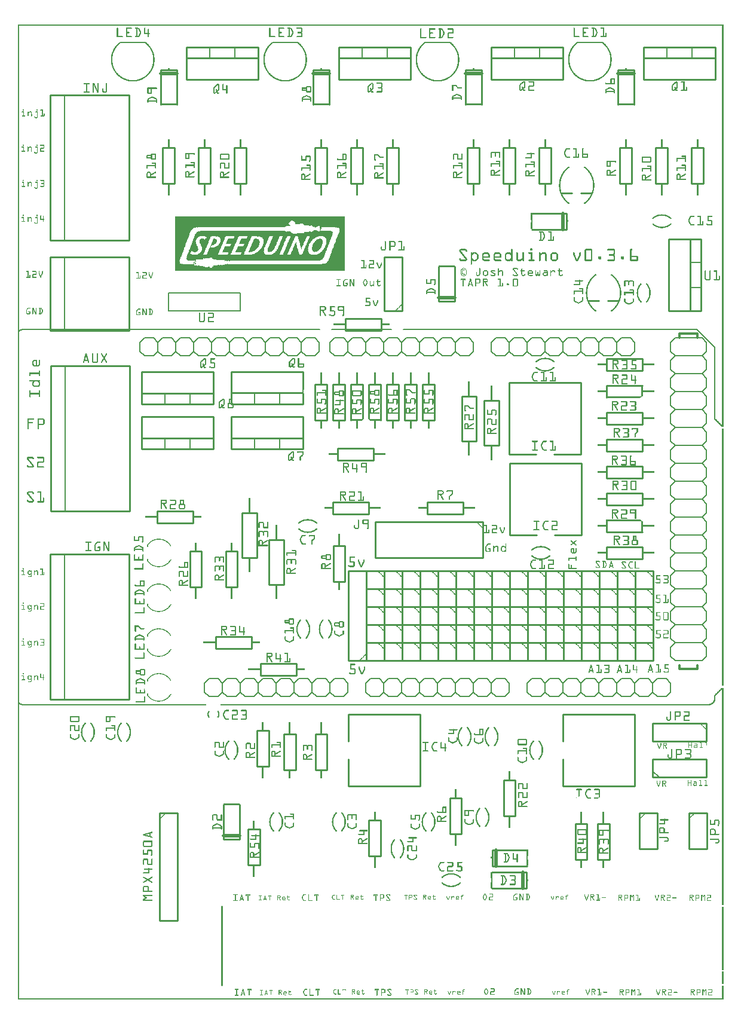
<source format=gto>
G04 MADE WITH FRITZING*
G04 WWW.FRITZING.ORG*
G04 DOUBLE SIDED*
G04 HOLES PLATED*
G04 CONTOUR ON CENTER OF CONTOUR VECTOR*
%ASAXBY*%
%FSLAX23Y23*%
%MOIN*%
%OFA0B0*%
%SFA1.0B1.0*%
%ADD10C,0.010000*%
%ADD11C,0.020000*%
%ADD12C,0.005000*%
%ADD13C,0.012000*%
%ADD14C,0.006000*%
%ADD15C,0.007874*%
%ADD16R,0.001000X0.001000*%
%LNSILK1*%
G90*
G70*
G54D10*
X1828Y3799D02*
X2028Y3799D01*
D02*
X2028Y3799D02*
X2028Y3733D01*
D02*
X2028Y3733D02*
X1828Y3733D01*
D02*
X1828Y3733D02*
X1828Y3799D01*
D02*
X2839Y621D02*
X2644Y621D01*
D02*
X2644Y711D02*
X2839Y711D01*
D02*
X2839Y711D02*
X2839Y621D01*
G54D11*
D02*
X2819Y711D02*
X2819Y621D01*
G54D10*
D02*
X2647Y836D02*
X2842Y836D01*
D02*
X2842Y746D02*
X2647Y746D01*
D02*
X2647Y746D02*
X2647Y836D01*
G54D11*
D02*
X2667Y746D02*
X2667Y836D01*
G54D10*
D02*
X1843Y1191D02*
X2243Y1191D01*
D02*
X2243Y1191D02*
X2243Y1591D01*
D02*
X2243Y1591D02*
X1843Y1591D01*
D02*
X1843Y1191D02*
X1843Y1341D01*
D02*
X1843Y1441D02*
X1843Y1591D01*
D02*
X2743Y2391D02*
X2643Y2391D01*
D02*
X2643Y2391D02*
X2643Y2291D01*
D02*
X2643Y2291D02*
X2743Y2291D01*
D02*
X2743Y2291D02*
X2743Y2391D01*
D02*
X3143Y2391D02*
X3043Y2391D01*
D02*
X3043Y2391D02*
X3043Y2291D01*
D02*
X3043Y2291D02*
X3143Y2291D01*
D02*
X3143Y2291D02*
X3143Y2391D01*
D02*
X2243Y2391D02*
X2143Y2391D01*
D02*
X2143Y2391D02*
X2143Y2291D01*
D02*
X2143Y2291D02*
X2243Y2291D01*
D02*
X2243Y2291D02*
X2243Y2391D01*
D02*
X3443Y2391D02*
X3343Y2391D01*
D02*
X3343Y2391D02*
X3343Y2291D01*
D02*
X3343Y2291D02*
X3443Y2291D01*
D02*
X3443Y2291D02*
X3443Y2391D01*
D02*
X2843Y2391D02*
X2743Y2391D01*
D02*
X2743Y2391D02*
X2743Y2291D01*
D02*
X2743Y2291D02*
X2843Y2291D01*
D02*
X2843Y2291D02*
X2843Y2391D01*
D02*
X3243Y2391D02*
X3143Y2391D01*
D02*
X3143Y2391D02*
X3143Y2291D01*
D02*
X3143Y2291D02*
X3243Y2291D01*
D02*
X3243Y2291D02*
X3243Y2391D01*
D02*
X3043Y2391D02*
X2943Y2391D01*
D02*
X2943Y2391D02*
X2943Y2291D01*
D02*
X2943Y2291D02*
X3043Y2291D01*
D02*
X3043Y2291D02*
X3043Y2391D01*
D02*
X2543Y2391D02*
X2443Y2391D01*
D02*
X2443Y2391D02*
X2443Y2291D01*
D02*
X2443Y2291D02*
X2543Y2291D01*
D02*
X2543Y2291D02*
X2543Y2391D01*
D02*
X2043Y2391D02*
X1943Y2391D01*
D02*
X1943Y2391D02*
X1943Y2291D01*
D02*
X1943Y2291D02*
X2043Y2291D01*
D02*
X2043Y2291D02*
X2043Y2391D01*
D02*
X2343Y2391D02*
X2243Y2391D01*
D02*
X2243Y2391D02*
X2243Y2291D01*
D02*
X2243Y2291D02*
X2343Y2291D01*
D02*
X2343Y2291D02*
X2343Y2391D01*
D02*
X3543Y2391D02*
X3443Y2391D01*
D02*
X3443Y2391D02*
X3443Y2291D01*
D02*
X3443Y2291D02*
X3543Y2291D01*
D02*
X3543Y2291D02*
X3543Y2391D01*
D02*
X2643Y2391D02*
X2543Y2391D01*
D02*
X2543Y2391D02*
X2543Y2291D01*
D02*
X2543Y2291D02*
X2643Y2291D01*
D02*
X2643Y2291D02*
X2643Y2391D01*
D02*
X3343Y2391D02*
X3243Y2391D01*
D02*
X3243Y2391D02*
X3243Y2291D01*
D02*
X3243Y2291D02*
X3343Y2291D01*
D02*
X3343Y2291D02*
X3343Y2391D01*
D02*
X2443Y2391D02*
X2343Y2391D01*
D02*
X2343Y2391D02*
X2343Y2291D01*
D02*
X2343Y2291D02*
X2443Y2291D01*
D02*
X2443Y2291D02*
X2443Y2391D01*
D02*
X2943Y2391D02*
X2843Y2391D01*
D02*
X2843Y2391D02*
X2843Y2291D01*
D02*
X2843Y2291D02*
X2943Y2291D01*
D02*
X2943Y2291D02*
X2943Y2391D01*
D02*
X2143Y2391D02*
X2043Y2391D01*
D02*
X2043Y2391D02*
X2043Y2291D01*
D02*
X2043Y2291D02*
X2143Y2291D01*
D02*
X2143Y2291D02*
X2143Y2391D01*
D02*
X2743Y2291D02*
X2643Y2291D01*
D02*
X2643Y2291D02*
X2643Y2191D01*
D02*
X2643Y2191D02*
X2743Y2191D01*
D02*
X2743Y2191D02*
X2743Y2291D01*
D02*
X3143Y2291D02*
X3043Y2291D01*
D02*
X3043Y2291D02*
X3043Y2191D01*
D02*
X3043Y2191D02*
X3143Y2191D01*
D02*
X3143Y2191D02*
X3143Y2291D01*
D02*
X2243Y2291D02*
X2143Y2291D01*
D02*
X2143Y2291D02*
X2143Y2191D01*
D02*
X2143Y2191D02*
X2243Y2191D01*
D02*
X2243Y2191D02*
X2243Y2291D01*
D02*
X3443Y2291D02*
X3343Y2291D01*
D02*
X3343Y2291D02*
X3343Y2191D01*
D02*
X3343Y2191D02*
X3443Y2191D01*
D02*
X3443Y2191D02*
X3443Y2291D01*
D02*
X2843Y2291D02*
X2743Y2291D01*
D02*
X2743Y2291D02*
X2743Y2191D01*
D02*
X2743Y2191D02*
X2843Y2191D01*
D02*
X2843Y2191D02*
X2843Y2291D01*
D02*
X3243Y2291D02*
X3143Y2291D01*
D02*
X3143Y2291D02*
X3143Y2191D01*
D02*
X3143Y2191D02*
X3243Y2191D01*
D02*
X3243Y2191D02*
X3243Y2291D01*
D02*
X3043Y2291D02*
X2943Y2291D01*
D02*
X2943Y2291D02*
X2943Y2191D01*
D02*
X2943Y2191D02*
X3043Y2191D01*
D02*
X3043Y2191D02*
X3043Y2291D01*
D02*
X2543Y2291D02*
X2443Y2291D01*
D02*
X2443Y2291D02*
X2443Y2191D01*
D02*
X2443Y2191D02*
X2543Y2191D01*
D02*
X2543Y2191D02*
X2543Y2291D01*
D02*
X2043Y2291D02*
X1943Y2291D01*
D02*
X1943Y2291D02*
X1943Y2191D01*
D02*
X1943Y2191D02*
X2043Y2191D01*
D02*
X2043Y2191D02*
X2043Y2291D01*
D02*
X2343Y2291D02*
X2243Y2291D01*
D02*
X2243Y2291D02*
X2243Y2191D01*
D02*
X2243Y2191D02*
X2343Y2191D01*
D02*
X2343Y2191D02*
X2343Y2291D01*
D02*
X3543Y2291D02*
X3443Y2291D01*
D02*
X3443Y2291D02*
X3443Y2191D01*
D02*
X3443Y2191D02*
X3543Y2191D01*
D02*
X3543Y2191D02*
X3543Y2291D01*
D02*
X2643Y2291D02*
X2543Y2291D01*
D02*
X2543Y2291D02*
X2543Y2191D01*
D02*
X2543Y2191D02*
X2643Y2191D01*
D02*
X2643Y2191D02*
X2643Y2291D01*
D02*
X3343Y2291D02*
X3243Y2291D01*
D02*
X3243Y2291D02*
X3243Y2191D01*
D02*
X3243Y2191D02*
X3343Y2191D01*
D02*
X3343Y2191D02*
X3343Y2291D01*
D02*
X2443Y2291D02*
X2343Y2291D01*
D02*
X2343Y2291D02*
X2343Y2191D01*
D02*
X2343Y2191D02*
X2443Y2191D01*
D02*
X2443Y2191D02*
X2443Y2291D01*
D02*
X2943Y2291D02*
X2843Y2291D01*
D02*
X2843Y2291D02*
X2843Y2191D01*
D02*
X2843Y2191D02*
X2943Y2191D01*
D02*
X2943Y2191D02*
X2943Y2291D01*
D02*
X2143Y2291D02*
X2043Y2291D01*
D02*
X2043Y2291D02*
X2043Y2191D01*
D02*
X2043Y2191D02*
X2143Y2191D01*
D02*
X2143Y2191D02*
X2143Y2291D01*
D02*
X2743Y2191D02*
X2643Y2191D01*
D02*
X2643Y2191D02*
X2643Y2091D01*
D02*
X2643Y2091D02*
X2743Y2091D01*
D02*
X2743Y2091D02*
X2743Y2191D01*
D02*
X3143Y2191D02*
X3043Y2191D01*
D02*
X3043Y2191D02*
X3043Y2091D01*
D02*
X3043Y2091D02*
X3143Y2091D01*
D02*
X3143Y2091D02*
X3143Y2191D01*
D02*
X2243Y2191D02*
X2143Y2191D01*
D02*
X2143Y2191D02*
X2143Y2091D01*
D02*
X2143Y2091D02*
X2243Y2091D01*
D02*
X2243Y2091D02*
X2243Y2191D01*
D02*
X3443Y2191D02*
X3343Y2191D01*
D02*
X3343Y2191D02*
X3343Y2091D01*
D02*
X3343Y2091D02*
X3443Y2091D01*
D02*
X3443Y2091D02*
X3443Y2191D01*
D02*
X2843Y2191D02*
X2743Y2191D01*
D02*
X2743Y2191D02*
X2743Y2091D01*
D02*
X2743Y2091D02*
X2843Y2091D01*
D02*
X2843Y2091D02*
X2843Y2191D01*
D02*
X3243Y2191D02*
X3143Y2191D01*
D02*
X3143Y2191D02*
X3143Y2091D01*
D02*
X3143Y2091D02*
X3243Y2091D01*
D02*
X3243Y2091D02*
X3243Y2191D01*
D02*
X3043Y2191D02*
X2943Y2191D01*
D02*
X2943Y2191D02*
X2943Y2091D01*
D02*
X2943Y2091D02*
X3043Y2091D01*
D02*
X3043Y2091D02*
X3043Y2191D01*
D02*
X2543Y2191D02*
X2443Y2191D01*
D02*
X2443Y2191D02*
X2443Y2091D01*
D02*
X2443Y2091D02*
X2543Y2091D01*
D02*
X2543Y2091D02*
X2543Y2191D01*
D02*
X2043Y2191D02*
X1943Y2191D01*
D02*
X1943Y2191D02*
X1943Y2091D01*
D02*
X1943Y2091D02*
X2043Y2091D01*
D02*
X2043Y2091D02*
X2043Y2191D01*
D02*
X2343Y2191D02*
X2243Y2191D01*
D02*
X2243Y2191D02*
X2243Y2091D01*
D02*
X2243Y2091D02*
X2343Y2091D01*
D02*
X2343Y2091D02*
X2343Y2191D01*
D02*
X3543Y2191D02*
X3443Y2191D01*
D02*
X3443Y2191D02*
X3443Y2091D01*
D02*
X3443Y2091D02*
X3543Y2091D01*
D02*
X3543Y2091D02*
X3543Y2191D01*
D02*
X2643Y2191D02*
X2543Y2191D01*
D02*
X2543Y2191D02*
X2543Y2091D01*
D02*
X2543Y2091D02*
X2643Y2091D01*
D02*
X2643Y2091D02*
X2643Y2191D01*
D02*
X3343Y2191D02*
X3243Y2191D01*
D02*
X3243Y2191D02*
X3243Y2091D01*
D02*
X3243Y2091D02*
X3343Y2091D01*
D02*
X3343Y2091D02*
X3343Y2191D01*
D02*
X2443Y2191D02*
X2343Y2191D01*
D02*
X2343Y2191D02*
X2343Y2091D01*
D02*
X2343Y2091D02*
X2443Y2091D01*
D02*
X2443Y2091D02*
X2443Y2191D01*
D02*
X2943Y2191D02*
X2843Y2191D01*
D02*
X2843Y2191D02*
X2843Y2091D01*
D02*
X2843Y2091D02*
X2943Y2091D01*
D02*
X2943Y2091D02*
X2943Y2191D01*
D02*
X2143Y2191D02*
X2043Y2191D01*
D02*
X2043Y2191D02*
X2043Y2091D01*
D02*
X2043Y2091D02*
X2143Y2091D01*
D02*
X2143Y2091D02*
X2143Y2191D01*
D02*
X2043Y2091D02*
X1943Y2091D01*
D02*
X1943Y2091D02*
X1943Y1991D01*
D02*
X1943Y1991D02*
X2043Y1991D01*
D02*
X2043Y1991D02*
X2043Y2091D01*
D02*
X3243Y2091D02*
X3143Y2091D01*
D02*
X3143Y2091D02*
X3143Y1991D01*
D02*
X3143Y1991D02*
X3243Y1991D01*
D02*
X3243Y1991D02*
X3243Y2091D01*
D02*
X2543Y2091D02*
X2443Y2091D01*
D02*
X2443Y2091D02*
X2443Y1991D01*
D02*
X2443Y1991D02*
X2543Y1991D01*
D02*
X2543Y1991D02*
X2543Y2091D01*
D02*
X2843Y2091D02*
X2743Y2091D01*
D02*
X2743Y2091D02*
X2743Y1991D01*
D02*
X2743Y1991D02*
X2843Y1991D01*
D02*
X2843Y1991D02*
X2843Y2091D01*
D02*
X3443Y2091D02*
X3343Y2091D01*
D02*
X3343Y2091D02*
X3343Y1991D01*
D02*
X3343Y1991D02*
X3443Y1991D01*
D02*
X3443Y1991D02*
X3443Y2091D01*
D02*
X3343Y2091D02*
X3243Y2091D01*
D02*
X3243Y2091D02*
X3243Y1991D01*
D02*
X3243Y1991D02*
X3343Y1991D01*
D02*
X3343Y1991D02*
X3343Y2091D01*
D02*
X2443Y2091D02*
X2343Y2091D01*
D02*
X2343Y2091D02*
X2343Y1991D01*
D02*
X2343Y1991D02*
X2443Y1991D01*
D02*
X2443Y1991D02*
X2443Y2091D01*
D02*
X2243Y2091D02*
X2143Y2091D01*
D02*
X2143Y2091D02*
X2143Y1991D01*
D02*
X2143Y1991D02*
X2243Y1991D01*
D02*
X2243Y1991D02*
X2243Y2091D01*
D02*
X3043Y2091D02*
X2943Y2091D01*
D02*
X2943Y2091D02*
X2943Y1991D01*
D02*
X2943Y1991D02*
X3043Y1991D01*
D02*
X3043Y1991D02*
X3043Y2091D01*
D02*
X2743Y2091D02*
X2643Y2091D01*
D02*
X2643Y2091D02*
X2643Y1991D01*
D02*
X2643Y1991D02*
X2743Y1991D01*
D02*
X2743Y1991D02*
X2743Y2091D01*
D02*
X2343Y2091D02*
X2243Y2091D01*
D02*
X2243Y2091D02*
X2243Y1991D01*
D02*
X2243Y1991D02*
X2343Y1991D01*
D02*
X2343Y1991D02*
X2343Y2091D01*
D02*
X2143Y2091D02*
X2043Y2091D01*
D02*
X2043Y2091D02*
X2043Y1991D01*
D02*
X2043Y1991D02*
X2143Y1991D01*
D02*
X2143Y1991D02*
X2143Y2091D01*
D02*
X3143Y2091D02*
X3043Y2091D01*
D02*
X3043Y2091D02*
X3043Y1991D01*
D02*
X3043Y1991D02*
X3143Y1991D01*
D02*
X3143Y1991D02*
X3143Y2091D01*
D02*
X2943Y2091D02*
X2843Y2091D01*
D02*
X2843Y2091D02*
X2843Y1991D01*
D02*
X2843Y1991D02*
X2943Y1991D01*
D02*
X2943Y1991D02*
X2943Y2091D01*
D02*
X2643Y2091D02*
X2543Y2091D01*
D02*
X2543Y2091D02*
X2543Y1991D01*
D02*
X2543Y1991D02*
X2643Y1991D01*
D02*
X2643Y1991D02*
X2643Y2091D01*
D02*
X3543Y2091D02*
X3443Y2091D01*
D02*
X3443Y2091D02*
X3443Y1991D01*
D02*
X3443Y1991D02*
X3543Y1991D01*
D02*
X3543Y1991D02*
X3543Y2091D01*
D02*
X2043Y1991D02*
X1943Y1991D01*
D02*
X1943Y1991D02*
X1943Y1891D01*
D02*
X1943Y1891D02*
X2043Y1891D01*
D02*
X2043Y1891D02*
X2043Y1991D01*
D02*
X2143Y1991D02*
X2043Y1991D01*
D02*
X2043Y1991D02*
X2043Y1891D01*
D02*
X2043Y1891D02*
X2143Y1891D01*
D02*
X2143Y1891D02*
X2143Y1991D01*
D02*
X2243Y1991D02*
X2143Y1991D01*
D02*
X2143Y1991D02*
X2143Y1891D01*
D02*
X2143Y1891D02*
X2243Y1891D01*
D02*
X2243Y1891D02*
X2243Y1991D01*
D02*
X2343Y1991D02*
X2243Y1991D01*
D02*
X2243Y1991D02*
X2243Y1891D01*
D02*
X2243Y1891D02*
X2343Y1891D01*
D02*
X2343Y1891D02*
X2343Y1991D01*
D02*
X2443Y1991D02*
X2343Y1991D01*
D02*
X2343Y1991D02*
X2343Y1891D01*
D02*
X2343Y1891D02*
X2443Y1891D01*
D02*
X2443Y1891D02*
X2443Y1991D01*
D02*
X2543Y1991D02*
X2443Y1991D01*
D02*
X2443Y1991D02*
X2443Y1891D01*
D02*
X2443Y1891D02*
X2543Y1891D01*
D02*
X2543Y1891D02*
X2543Y1991D01*
D02*
X2643Y1991D02*
X2543Y1991D01*
D02*
X2543Y1991D02*
X2543Y1891D01*
D02*
X2543Y1891D02*
X2643Y1891D01*
D02*
X2643Y1891D02*
X2643Y1991D01*
D02*
X2743Y1991D02*
X2643Y1991D01*
D02*
X2643Y1991D02*
X2643Y1891D01*
D02*
X2643Y1891D02*
X2743Y1891D01*
D02*
X2743Y1891D02*
X2743Y1991D01*
D02*
X2843Y1991D02*
X2743Y1991D01*
D02*
X2743Y1991D02*
X2743Y1891D01*
D02*
X2743Y1891D02*
X2843Y1891D01*
D02*
X2843Y1891D02*
X2843Y1991D01*
D02*
X2943Y1991D02*
X2843Y1991D01*
D02*
X2843Y1991D02*
X2843Y1891D01*
D02*
X2843Y1891D02*
X2943Y1891D01*
D02*
X2943Y1891D02*
X2943Y1991D01*
D02*
X3043Y1991D02*
X2943Y1991D01*
D02*
X2943Y1991D02*
X2943Y1891D01*
D02*
X2943Y1891D02*
X3043Y1891D01*
D02*
X3043Y1891D02*
X3043Y1991D01*
D02*
X3143Y1991D02*
X3043Y1991D01*
D02*
X3043Y1991D02*
X3043Y1891D01*
D02*
X3043Y1891D02*
X3143Y1891D01*
D02*
X3143Y1891D02*
X3143Y1991D01*
D02*
X3243Y1991D02*
X3143Y1991D01*
D02*
X3143Y1991D02*
X3143Y1891D01*
D02*
X3143Y1891D02*
X3243Y1891D01*
D02*
X3243Y1891D02*
X3243Y1991D01*
D02*
X3343Y1991D02*
X3243Y1991D01*
D02*
X3243Y1991D02*
X3243Y1891D01*
D02*
X3243Y1891D02*
X3343Y1891D01*
D02*
X3343Y1891D02*
X3343Y1991D01*
D02*
X3443Y1991D02*
X3343Y1991D01*
D02*
X3343Y1991D02*
X3343Y1891D01*
D02*
X3343Y1891D02*
X3443Y1891D01*
D02*
X3443Y1891D02*
X3443Y1991D01*
D02*
X3543Y1991D02*
X3443Y1991D01*
D02*
X3443Y1991D02*
X3443Y1891D01*
D02*
X3443Y1891D02*
X3543Y1891D01*
D02*
X3543Y1891D02*
X3543Y1991D01*
D02*
X1943Y1891D02*
X1943Y2391D01*
D02*
X1943Y2391D02*
X1843Y2391D01*
D02*
X1843Y2391D02*
X1843Y1891D01*
D02*
X1843Y1891D02*
X1943Y1891D01*
D02*
X2593Y2666D02*
X1993Y2666D01*
D02*
X1993Y2666D02*
X1993Y2466D01*
D02*
X1993Y2466D02*
X2593Y2466D01*
D02*
X2593Y2466D02*
X2593Y2666D01*
D02*
X1092Y3321D02*
X692Y3321D01*
D02*
X692Y3321D02*
X692Y3501D01*
D02*
X692Y3501D02*
X1092Y3501D01*
D02*
X1092Y3501D02*
X1092Y3321D01*
D02*
X1092Y3321D02*
X692Y3321D01*
D02*
X692Y3321D02*
X692Y3381D01*
D02*
X692Y3381D02*
X1092Y3381D01*
D02*
X1092Y3381D02*
X1092Y3321D01*
G54D12*
D02*
X962Y3321D02*
X962Y3381D01*
D02*
X822Y3321D02*
X822Y3381D01*
G54D10*
D02*
X1592Y3321D02*
X1192Y3321D01*
D02*
X1192Y3321D02*
X1192Y3501D01*
D02*
X1192Y3501D02*
X1592Y3501D01*
D02*
X1592Y3321D02*
X1192Y3321D01*
D02*
X1192Y3321D02*
X1192Y3381D01*
G54D12*
D02*
X1462Y3321D02*
X1462Y3381D01*
D02*
X1322Y3321D02*
X1322Y3381D01*
G54D10*
D02*
X1592Y3071D02*
X1192Y3071D01*
D02*
X1192Y3071D02*
X1192Y3251D01*
D02*
X1192Y3251D02*
X1592Y3251D01*
D02*
X1592Y3251D02*
X1592Y3071D01*
D02*
X1592Y3071D02*
X1192Y3071D01*
D02*
X1192Y3071D02*
X1192Y3131D01*
D02*
X1192Y3131D02*
X1592Y3131D01*
D02*
X1592Y3131D02*
X1592Y3071D01*
G54D12*
D02*
X1462Y3071D02*
X1462Y3131D01*
D02*
X1322Y3071D02*
X1322Y3131D01*
G54D10*
D02*
X1092Y3071D02*
X692Y3071D01*
D02*
X692Y3071D02*
X692Y3251D01*
D02*
X692Y3251D02*
X1092Y3251D01*
D02*
X1092Y3251D02*
X1092Y3071D01*
D02*
X1092Y3071D02*
X692Y3071D01*
D02*
X692Y3071D02*
X692Y3131D01*
D02*
X692Y3131D02*
X1092Y3131D01*
D02*
X1092Y3131D02*
X1092Y3071D01*
G54D12*
D02*
X962Y3071D02*
X962Y3131D01*
D02*
X822Y3071D02*
X822Y3131D01*
G54D10*
D02*
X1285Y751D02*
X1285Y951D01*
D02*
X1285Y951D02*
X1351Y951D01*
D02*
X1351Y951D02*
X1351Y751D01*
D02*
X1351Y751D02*
X1285Y751D01*
G54D13*
D02*
X3692Y1866D02*
X3692Y1846D01*
D02*
X3692Y1846D02*
X3792Y1846D01*
D02*
X3792Y1846D02*
X3792Y1866D01*
D02*
X3692Y3691D02*
X3692Y3716D01*
D02*
X3692Y3716D02*
X3792Y3716D01*
D02*
X3792Y3716D02*
X3792Y3691D01*
G54D14*
D02*
X3467Y1791D02*
X3517Y1791D01*
D02*
X3517Y1791D02*
X3542Y1766D01*
D02*
X3542Y1766D02*
X3542Y1716D01*
D02*
X3542Y1716D02*
X3517Y1691D01*
D02*
X3342Y1766D02*
X3367Y1791D01*
D02*
X3367Y1791D02*
X3417Y1791D01*
D02*
X3417Y1791D02*
X3442Y1766D01*
D02*
X3442Y1766D02*
X3442Y1716D01*
D02*
X3442Y1716D02*
X3417Y1691D01*
D02*
X3417Y1691D02*
X3367Y1691D01*
D02*
X3367Y1691D02*
X3342Y1716D01*
D02*
X3467Y1791D02*
X3442Y1766D01*
D02*
X3442Y1716D02*
X3467Y1691D01*
D02*
X3517Y1691D02*
X3467Y1691D01*
D02*
X3167Y1791D02*
X3217Y1791D01*
D02*
X3217Y1791D02*
X3242Y1766D01*
D02*
X3242Y1766D02*
X3242Y1716D01*
D02*
X3242Y1716D02*
X3217Y1691D01*
D02*
X3242Y1766D02*
X3267Y1791D01*
D02*
X3267Y1791D02*
X3317Y1791D01*
D02*
X3317Y1791D02*
X3342Y1766D01*
D02*
X3342Y1766D02*
X3342Y1716D01*
D02*
X3342Y1716D02*
X3317Y1691D01*
D02*
X3317Y1691D02*
X3267Y1691D01*
D02*
X3267Y1691D02*
X3242Y1716D01*
D02*
X3042Y1766D02*
X3067Y1791D01*
D02*
X3067Y1791D02*
X3117Y1791D01*
D02*
X3117Y1791D02*
X3142Y1766D01*
D02*
X3142Y1766D02*
X3142Y1716D01*
D02*
X3142Y1716D02*
X3117Y1691D01*
D02*
X3117Y1691D02*
X3067Y1691D01*
D02*
X3067Y1691D02*
X3042Y1716D01*
D02*
X3167Y1791D02*
X3142Y1766D01*
D02*
X3142Y1716D02*
X3167Y1691D01*
D02*
X3217Y1691D02*
X3167Y1691D01*
D02*
X2867Y1791D02*
X2917Y1791D01*
D02*
X2917Y1791D02*
X2942Y1766D01*
D02*
X2942Y1766D02*
X2942Y1716D01*
D02*
X2942Y1716D02*
X2917Y1691D01*
D02*
X2942Y1766D02*
X2967Y1791D01*
D02*
X2967Y1791D02*
X3017Y1791D01*
D02*
X3017Y1791D02*
X3042Y1766D01*
D02*
X3042Y1766D02*
X3042Y1716D01*
D02*
X3042Y1716D02*
X3017Y1691D01*
D02*
X3017Y1691D02*
X2967Y1691D01*
D02*
X2967Y1691D02*
X2942Y1716D01*
D02*
X2842Y1766D02*
X2842Y1716D01*
D02*
X2867Y1791D02*
X2842Y1766D01*
D02*
X2842Y1716D02*
X2867Y1691D01*
D02*
X2917Y1691D02*
X2867Y1691D01*
D02*
X3567Y1791D02*
X3617Y1791D01*
D02*
X3617Y1791D02*
X3642Y1766D01*
D02*
X3642Y1766D02*
X3642Y1716D01*
D02*
X3642Y1716D02*
X3617Y1691D01*
D02*
X3567Y1791D02*
X3542Y1766D01*
D02*
X3542Y1716D02*
X3567Y1691D01*
D02*
X3617Y1691D02*
X3567Y1691D01*
D02*
X2567Y1791D02*
X2617Y1791D01*
D02*
X2617Y1791D02*
X2642Y1766D01*
D02*
X2642Y1766D02*
X2642Y1716D01*
D02*
X2642Y1716D02*
X2617Y1691D01*
D02*
X2442Y1766D02*
X2467Y1791D01*
D02*
X2467Y1791D02*
X2517Y1791D01*
D02*
X2517Y1791D02*
X2542Y1766D01*
D02*
X2542Y1766D02*
X2542Y1716D01*
D02*
X2542Y1716D02*
X2517Y1691D01*
D02*
X2517Y1691D02*
X2467Y1691D01*
D02*
X2467Y1691D02*
X2442Y1716D01*
D02*
X2567Y1791D02*
X2542Y1766D01*
D02*
X2542Y1716D02*
X2567Y1691D01*
D02*
X2617Y1691D02*
X2567Y1691D01*
D02*
X2267Y1791D02*
X2317Y1791D01*
D02*
X2317Y1791D02*
X2342Y1766D01*
D02*
X2342Y1766D02*
X2342Y1716D01*
D02*
X2342Y1716D02*
X2317Y1691D01*
D02*
X2342Y1766D02*
X2367Y1791D01*
D02*
X2367Y1791D02*
X2417Y1791D01*
D02*
X2417Y1791D02*
X2442Y1766D01*
D02*
X2442Y1766D02*
X2442Y1716D01*
D02*
X2442Y1716D02*
X2417Y1691D01*
D02*
X2417Y1691D02*
X2367Y1691D01*
D02*
X2367Y1691D02*
X2342Y1716D01*
D02*
X2142Y1766D02*
X2167Y1791D01*
D02*
X2167Y1791D02*
X2217Y1791D01*
D02*
X2217Y1791D02*
X2242Y1766D01*
D02*
X2242Y1766D02*
X2242Y1716D01*
D02*
X2242Y1716D02*
X2217Y1691D01*
D02*
X2217Y1691D02*
X2167Y1691D01*
D02*
X2167Y1691D02*
X2142Y1716D01*
D02*
X2267Y1791D02*
X2242Y1766D01*
D02*
X2242Y1716D02*
X2267Y1691D01*
D02*
X2317Y1691D02*
X2267Y1691D01*
D02*
X1967Y1791D02*
X2017Y1791D01*
D02*
X2017Y1791D02*
X2042Y1766D01*
D02*
X2042Y1766D02*
X2042Y1716D01*
D02*
X2042Y1716D02*
X2017Y1691D01*
D02*
X2042Y1766D02*
X2067Y1791D01*
D02*
X2067Y1791D02*
X2117Y1791D01*
D02*
X2117Y1791D02*
X2142Y1766D01*
D02*
X2142Y1766D02*
X2142Y1716D01*
D02*
X2142Y1716D02*
X2117Y1691D01*
D02*
X2117Y1691D02*
X2067Y1691D01*
D02*
X2067Y1691D02*
X2042Y1716D01*
D02*
X1942Y1766D02*
X1942Y1716D01*
D02*
X1967Y1791D02*
X1942Y1766D01*
D02*
X1942Y1716D02*
X1967Y1691D01*
D02*
X2017Y1691D02*
X1967Y1691D01*
D02*
X2667Y1791D02*
X2717Y1791D01*
D02*
X2717Y1791D02*
X2742Y1766D01*
D02*
X2742Y1766D02*
X2742Y1716D01*
D02*
X2742Y1716D02*
X2717Y1691D01*
D02*
X2667Y1791D02*
X2642Y1766D01*
D02*
X2642Y1716D02*
X2667Y1691D01*
D02*
X2717Y1691D02*
X2667Y1691D01*
D02*
X2817Y3591D02*
X2767Y3591D01*
D02*
X2767Y3591D02*
X2742Y3616D01*
D02*
X2742Y3616D02*
X2742Y3666D01*
D02*
X2742Y3666D02*
X2767Y3691D01*
D02*
X2942Y3616D02*
X2917Y3591D01*
D02*
X2917Y3591D02*
X2867Y3591D01*
D02*
X2867Y3591D02*
X2842Y3616D01*
D02*
X2842Y3616D02*
X2842Y3666D01*
D02*
X2842Y3666D02*
X2867Y3691D01*
D02*
X2867Y3691D02*
X2917Y3691D01*
D02*
X2917Y3691D02*
X2942Y3666D01*
D02*
X2817Y3591D02*
X2842Y3616D01*
D02*
X2842Y3666D02*
X2817Y3691D01*
D02*
X2767Y3691D02*
X2817Y3691D01*
D02*
X3117Y3591D02*
X3067Y3591D01*
D02*
X3067Y3591D02*
X3042Y3616D01*
D02*
X3042Y3616D02*
X3042Y3666D01*
D02*
X3042Y3666D02*
X3067Y3691D01*
D02*
X3042Y3616D02*
X3017Y3591D01*
D02*
X3017Y3591D02*
X2967Y3591D01*
D02*
X2967Y3591D02*
X2942Y3616D01*
D02*
X2942Y3616D02*
X2942Y3666D01*
D02*
X2942Y3666D02*
X2967Y3691D01*
D02*
X2967Y3691D02*
X3017Y3691D01*
D02*
X3017Y3691D02*
X3042Y3666D01*
D02*
X3242Y3616D02*
X3217Y3591D01*
D02*
X3217Y3591D02*
X3167Y3591D01*
D02*
X3167Y3591D02*
X3142Y3616D01*
D02*
X3142Y3616D02*
X3142Y3666D01*
D02*
X3142Y3666D02*
X3167Y3691D01*
D02*
X3167Y3691D02*
X3217Y3691D01*
D02*
X3217Y3691D02*
X3242Y3666D01*
D02*
X3117Y3591D02*
X3142Y3616D01*
D02*
X3142Y3666D02*
X3117Y3691D01*
D02*
X3067Y3691D02*
X3117Y3691D01*
D02*
X3417Y3591D02*
X3367Y3591D01*
D02*
X3367Y3591D02*
X3342Y3616D01*
D02*
X3342Y3616D02*
X3342Y3666D01*
D02*
X3342Y3666D02*
X3367Y3691D01*
D02*
X3342Y3616D02*
X3317Y3591D01*
D02*
X3317Y3591D02*
X3267Y3591D01*
D02*
X3267Y3591D02*
X3242Y3616D01*
D02*
X3242Y3616D02*
X3242Y3666D01*
D02*
X3242Y3666D02*
X3267Y3691D01*
D02*
X3267Y3691D02*
X3317Y3691D01*
D02*
X3317Y3691D02*
X3342Y3666D01*
D02*
X3442Y3616D02*
X3442Y3666D01*
D02*
X3417Y3591D02*
X3442Y3616D01*
D02*
X3442Y3666D02*
X3417Y3691D01*
D02*
X3367Y3691D02*
X3417Y3691D01*
D02*
X2717Y3591D02*
X2667Y3591D01*
D02*
X2667Y3591D02*
X2642Y3616D01*
D02*
X2642Y3616D02*
X2642Y3666D01*
D02*
X2642Y3666D02*
X2667Y3691D01*
D02*
X2717Y3591D02*
X2742Y3616D01*
D02*
X2742Y3666D02*
X2717Y3691D01*
D02*
X2667Y3691D02*
X2717Y3691D01*
D02*
X1482Y3666D02*
X1507Y3691D01*
D02*
X1507Y3691D02*
X1557Y3691D01*
D02*
X1557Y3691D02*
X1582Y3666D01*
D02*
X1582Y3666D02*
X1582Y3616D01*
D02*
X1582Y3616D02*
X1557Y3591D01*
D02*
X1557Y3591D02*
X1507Y3591D01*
D02*
X1507Y3591D02*
X1482Y3616D01*
D02*
X1307Y3691D02*
X1357Y3691D01*
D02*
X1357Y3691D02*
X1382Y3666D01*
D02*
X1382Y3666D02*
X1382Y3616D01*
D02*
X1382Y3616D02*
X1357Y3591D01*
D02*
X1382Y3666D02*
X1407Y3691D01*
D02*
X1407Y3691D02*
X1457Y3691D01*
D02*
X1457Y3691D02*
X1482Y3666D01*
D02*
X1482Y3666D02*
X1482Y3616D01*
D02*
X1482Y3616D02*
X1457Y3591D01*
D02*
X1457Y3591D02*
X1407Y3591D01*
D02*
X1407Y3591D02*
X1382Y3616D01*
D02*
X1182Y3666D02*
X1207Y3691D01*
D02*
X1207Y3691D02*
X1257Y3691D01*
D02*
X1257Y3691D02*
X1282Y3666D01*
D02*
X1282Y3666D02*
X1282Y3616D01*
D02*
X1282Y3616D02*
X1257Y3591D01*
D02*
X1257Y3591D02*
X1207Y3591D01*
D02*
X1207Y3591D02*
X1182Y3616D01*
D02*
X1307Y3691D02*
X1282Y3666D01*
D02*
X1282Y3616D02*
X1307Y3591D01*
D02*
X1357Y3591D02*
X1307Y3591D01*
D02*
X1007Y3691D02*
X1057Y3691D01*
D02*
X1057Y3691D02*
X1082Y3666D01*
D02*
X1082Y3666D02*
X1082Y3616D01*
D02*
X1082Y3616D02*
X1057Y3591D01*
D02*
X1082Y3666D02*
X1107Y3691D01*
D02*
X1107Y3691D02*
X1157Y3691D01*
D02*
X1157Y3691D02*
X1182Y3666D01*
D02*
X1182Y3666D02*
X1182Y3616D01*
D02*
X1182Y3616D02*
X1157Y3591D01*
D02*
X1157Y3591D02*
X1107Y3591D01*
D02*
X1107Y3591D02*
X1082Y3616D01*
D02*
X882Y3666D02*
X907Y3691D01*
D02*
X907Y3691D02*
X957Y3691D01*
D02*
X957Y3691D02*
X982Y3666D01*
D02*
X982Y3666D02*
X982Y3616D01*
D02*
X982Y3616D02*
X957Y3591D01*
D02*
X957Y3591D02*
X907Y3591D01*
D02*
X907Y3591D02*
X882Y3616D01*
D02*
X1007Y3691D02*
X982Y3666D01*
D02*
X982Y3616D02*
X1007Y3591D01*
D02*
X1057Y3591D02*
X1007Y3591D01*
D02*
X707Y3691D02*
X757Y3691D01*
D02*
X757Y3691D02*
X782Y3666D01*
D02*
X782Y3666D02*
X782Y3616D01*
D02*
X782Y3616D02*
X757Y3591D01*
D02*
X782Y3666D02*
X807Y3691D01*
D02*
X807Y3691D02*
X857Y3691D01*
D02*
X857Y3691D02*
X882Y3666D01*
D02*
X882Y3666D02*
X882Y3616D01*
D02*
X882Y3616D02*
X857Y3591D01*
D02*
X857Y3591D02*
X807Y3591D01*
D02*
X807Y3591D02*
X782Y3616D01*
D02*
X682Y3666D02*
X682Y3616D01*
D02*
X707Y3691D02*
X682Y3666D01*
D02*
X682Y3616D02*
X707Y3591D01*
D02*
X757Y3591D02*
X707Y3591D01*
D02*
X1607Y3691D02*
X1657Y3691D01*
D02*
X1657Y3691D02*
X1682Y3666D01*
D02*
X1682Y3666D02*
X1682Y3616D01*
D02*
X1682Y3616D02*
X1657Y3591D01*
D02*
X1607Y3691D02*
X1582Y3666D01*
D02*
X1582Y3616D02*
X1607Y3591D01*
D02*
X1657Y3591D02*
X1607Y3591D01*
D02*
X1667Y1791D02*
X1717Y1791D01*
D02*
X1717Y1791D02*
X1742Y1766D01*
D02*
X1742Y1766D02*
X1742Y1716D01*
D02*
X1742Y1716D02*
X1717Y1691D01*
D02*
X1542Y1766D02*
X1567Y1791D01*
D02*
X1567Y1791D02*
X1617Y1791D01*
D02*
X1617Y1791D02*
X1642Y1766D01*
D02*
X1642Y1766D02*
X1642Y1716D01*
D02*
X1642Y1716D02*
X1617Y1691D01*
D02*
X1617Y1691D02*
X1567Y1691D01*
D02*
X1567Y1691D02*
X1542Y1716D01*
D02*
X1667Y1791D02*
X1642Y1766D01*
D02*
X1642Y1716D02*
X1667Y1691D01*
D02*
X1717Y1691D02*
X1667Y1691D01*
D02*
X1367Y1791D02*
X1417Y1791D01*
D02*
X1417Y1791D02*
X1442Y1766D01*
D02*
X1442Y1766D02*
X1442Y1716D01*
D02*
X1442Y1716D02*
X1417Y1691D01*
D02*
X1442Y1766D02*
X1467Y1791D01*
D02*
X1467Y1791D02*
X1517Y1791D01*
D02*
X1517Y1791D02*
X1542Y1766D01*
D02*
X1542Y1766D02*
X1542Y1716D01*
D02*
X1542Y1716D02*
X1517Y1691D01*
D02*
X1517Y1691D02*
X1467Y1691D01*
D02*
X1467Y1691D02*
X1442Y1716D01*
D02*
X1242Y1766D02*
X1267Y1791D01*
D02*
X1267Y1791D02*
X1317Y1791D01*
D02*
X1317Y1791D02*
X1342Y1766D01*
D02*
X1342Y1766D02*
X1342Y1716D01*
D02*
X1342Y1716D02*
X1317Y1691D01*
D02*
X1317Y1691D02*
X1267Y1691D01*
D02*
X1267Y1691D02*
X1242Y1716D01*
D02*
X1367Y1791D02*
X1342Y1766D01*
D02*
X1342Y1716D02*
X1367Y1691D01*
D02*
X1417Y1691D02*
X1367Y1691D01*
D02*
X1067Y1791D02*
X1117Y1791D01*
D02*
X1117Y1791D02*
X1142Y1766D01*
D02*
X1142Y1766D02*
X1142Y1716D01*
D02*
X1142Y1716D02*
X1117Y1691D01*
D02*
X1142Y1766D02*
X1167Y1791D01*
D02*
X1167Y1791D02*
X1217Y1791D01*
D02*
X1217Y1791D02*
X1242Y1766D01*
D02*
X1242Y1766D02*
X1242Y1716D01*
D02*
X1242Y1716D02*
X1217Y1691D01*
D02*
X1217Y1691D02*
X1167Y1691D01*
D02*
X1167Y1691D02*
X1142Y1716D01*
D02*
X1042Y1766D02*
X1042Y1716D01*
D02*
X1067Y1791D02*
X1042Y1766D01*
D02*
X1042Y1716D02*
X1067Y1691D01*
D02*
X1117Y1691D02*
X1067Y1691D01*
D02*
X1767Y1791D02*
X1817Y1791D01*
D02*
X1817Y1791D02*
X1842Y1766D01*
D02*
X1842Y1766D02*
X1842Y1716D01*
D02*
X1842Y1716D02*
X1817Y1691D01*
D02*
X1767Y1791D02*
X1742Y1766D01*
D02*
X1742Y1716D02*
X1767Y1691D01*
D02*
X1817Y1691D02*
X1767Y1691D01*
D02*
X1917Y3591D02*
X1867Y3591D01*
D02*
X1867Y3591D02*
X1842Y3616D01*
D02*
X1842Y3616D02*
X1842Y3666D01*
D02*
X1842Y3666D02*
X1867Y3691D01*
D02*
X2042Y3616D02*
X2017Y3591D01*
D02*
X2017Y3591D02*
X1967Y3591D01*
D02*
X1967Y3591D02*
X1942Y3616D01*
D02*
X1942Y3616D02*
X1942Y3666D01*
D02*
X1942Y3666D02*
X1967Y3691D01*
D02*
X1967Y3691D02*
X2017Y3691D01*
D02*
X2017Y3691D02*
X2042Y3666D01*
D02*
X1917Y3591D02*
X1942Y3616D01*
D02*
X1942Y3666D02*
X1917Y3691D01*
D02*
X1867Y3691D02*
X1917Y3691D01*
D02*
X2217Y3591D02*
X2167Y3591D01*
D02*
X2167Y3591D02*
X2142Y3616D01*
D02*
X2142Y3616D02*
X2142Y3666D01*
D02*
X2142Y3666D02*
X2167Y3691D01*
D02*
X2142Y3616D02*
X2117Y3591D01*
D02*
X2117Y3591D02*
X2067Y3591D01*
D02*
X2067Y3591D02*
X2042Y3616D01*
D02*
X2042Y3616D02*
X2042Y3666D01*
D02*
X2042Y3666D02*
X2067Y3691D01*
D02*
X2067Y3691D02*
X2117Y3691D01*
D02*
X2117Y3691D02*
X2142Y3666D01*
D02*
X2342Y3616D02*
X2317Y3591D01*
D02*
X2317Y3591D02*
X2267Y3591D01*
D02*
X2267Y3591D02*
X2242Y3616D01*
D02*
X2242Y3616D02*
X2242Y3666D01*
D02*
X2242Y3666D02*
X2267Y3691D01*
D02*
X2267Y3691D02*
X2317Y3691D01*
D02*
X2317Y3691D02*
X2342Y3666D01*
D02*
X2217Y3591D02*
X2242Y3616D01*
D02*
X2242Y3666D02*
X2217Y3691D01*
D02*
X2167Y3691D02*
X2217Y3691D01*
D02*
X2517Y3591D02*
X2467Y3591D01*
D02*
X2467Y3591D02*
X2442Y3616D01*
D02*
X2442Y3616D02*
X2442Y3666D01*
D02*
X2442Y3666D02*
X2467Y3691D01*
D02*
X2442Y3616D02*
X2417Y3591D01*
D02*
X2417Y3591D02*
X2367Y3591D01*
D02*
X2367Y3591D02*
X2342Y3616D01*
D02*
X2342Y3616D02*
X2342Y3666D01*
D02*
X2342Y3666D02*
X2367Y3691D01*
D02*
X2367Y3691D02*
X2417Y3691D01*
D02*
X2417Y3691D02*
X2442Y3666D01*
D02*
X2542Y3616D02*
X2542Y3666D01*
D02*
X2517Y3591D02*
X2542Y3616D01*
D02*
X2542Y3666D02*
X2517Y3691D01*
D02*
X2467Y3691D02*
X2517Y3691D01*
D02*
X1817Y3591D02*
X1767Y3591D01*
D02*
X1767Y3591D02*
X1742Y3616D01*
D02*
X1742Y3616D02*
X1742Y3666D01*
D02*
X1742Y3666D02*
X1767Y3691D01*
D02*
X1817Y3591D02*
X1842Y3616D01*
D02*
X1842Y3666D02*
X1817Y3691D01*
D02*
X1767Y3691D02*
X1817Y3691D01*
D02*
X3667Y3691D02*
X3642Y3666D01*
D02*
X3642Y3666D02*
X3642Y3616D01*
D02*
X3642Y3616D02*
X3667Y3591D01*
D02*
X3667Y3591D02*
X3642Y3566D01*
D02*
X3642Y3566D02*
X3642Y3516D01*
D02*
X3642Y3516D02*
X3667Y3491D01*
D02*
X3667Y3491D02*
X3642Y3466D01*
D02*
X3642Y3466D02*
X3642Y3416D01*
D02*
X3642Y3416D02*
X3667Y3391D01*
D02*
X3667Y3391D02*
X3642Y3366D01*
D02*
X3642Y3366D02*
X3642Y3316D01*
D02*
X3642Y3316D02*
X3667Y3291D01*
D02*
X3667Y3291D02*
X3642Y3266D01*
D02*
X3642Y3266D02*
X3642Y3216D01*
D02*
X3642Y3216D02*
X3667Y3191D01*
D02*
X3667Y3191D02*
X3642Y3166D01*
D02*
X3642Y3166D02*
X3642Y3116D01*
D02*
X3642Y3116D02*
X3667Y3091D01*
D02*
X3667Y3691D02*
X3817Y3691D01*
D02*
X3817Y3691D02*
X3842Y3666D01*
D02*
X3842Y3666D02*
X3842Y3616D01*
D02*
X3842Y3616D02*
X3817Y3591D01*
D02*
X3817Y3591D02*
X3842Y3566D01*
D02*
X3842Y3566D02*
X3842Y3516D01*
D02*
X3842Y3516D02*
X3817Y3491D01*
D02*
X3817Y3491D02*
X3842Y3466D01*
D02*
X3842Y3466D02*
X3842Y3416D01*
D02*
X3842Y3416D02*
X3817Y3391D01*
D02*
X3817Y3391D02*
X3842Y3366D01*
D02*
X3842Y3366D02*
X3842Y3316D01*
D02*
X3842Y3316D02*
X3817Y3291D01*
D02*
X3817Y3291D02*
X3842Y3266D01*
D02*
X3842Y3266D02*
X3842Y3216D01*
D02*
X3842Y3216D02*
X3817Y3191D01*
D02*
X3817Y3191D02*
X3842Y3166D01*
D02*
X3842Y3166D02*
X3842Y3116D01*
D02*
X3842Y3116D02*
X3817Y3091D01*
D02*
X3817Y3091D02*
X3842Y3066D01*
D02*
X3842Y3066D02*
X3842Y3016D01*
D02*
X3842Y3016D02*
X3817Y2991D01*
D02*
X3817Y2991D02*
X3842Y2966D01*
D02*
X3842Y2966D02*
X3842Y2916D01*
D02*
X3842Y2916D02*
X3817Y2891D01*
D02*
X3817Y2891D02*
X3842Y2866D01*
D02*
X3842Y2866D02*
X3842Y2816D01*
D02*
X3842Y2816D02*
X3817Y2791D01*
D02*
X3817Y2791D02*
X3842Y2766D01*
D02*
X3842Y2766D02*
X3842Y2716D01*
D02*
X3842Y2716D02*
X3817Y2691D01*
D02*
X3817Y2691D02*
X3842Y2666D01*
D02*
X3842Y2666D02*
X3842Y2616D01*
D02*
X3842Y2616D02*
X3817Y2591D01*
D02*
X3817Y2591D02*
X3842Y2566D01*
D02*
X3842Y2566D02*
X3842Y2516D01*
D02*
X3817Y2491D02*
X3842Y2516D01*
D02*
X3817Y2491D02*
X3842Y2466D01*
D02*
X3842Y2416D02*
X3842Y2466D01*
D02*
X3842Y2416D02*
X3817Y2391D01*
D02*
X3817Y2391D02*
X3842Y2366D01*
D02*
X3842Y2316D02*
X3842Y2366D01*
D02*
X3842Y2316D02*
X3817Y2291D01*
D02*
X3817Y2291D02*
X3842Y2266D01*
D02*
X3842Y2216D02*
X3842Y2266D01*
D02*
X3842Y2216D02*
X3817Y2191D01*
D02*
X3817Y2191D02*
X3842Y2166D01*
D02*
X3842Y2116D02*
X3842Y2166D01*
D02*
X3842Y2116D02*
X3817Y2091D01*
D02*
X3817Y2091D02*
X3842Y2066D01*
D02*
X3842Y2016D02*
X3842Y2066D01*
D02*
X3842Y2016D02*
X3817Y1991D01*
D02*
X3817Y1991D02*
X3842Y1966D01*
D02*
X3842Y1916D02*
X3842Y1966D01*
D02*
X3842Y1916D02*
X3817Y1891D01*
D02*
X3667Y1891D02*
X3642Y1916D01*
D02*
X3642Y1916D02*
X3642Y1966D01*
D02*
X3667Y1991D02*
X3642Y1966D01*
D02*
X3667Y1991D02*
X3642Y2016D01*
D02*
X3642Y2016D02*
X3642Y2066D01*
D02*
X3667Y2091D02*
X3642Y2066D01*
D02*
X3667Y2091D02*
X3642Y2116D01*
D02*
X3642Y2166D02*
X3642Y2116D01*
D02*
X3642Y2166D02*
X3667Y2191D01*
D02*
X3667Y2191D02*
X3642Y2216D01*
D02*
X3642Y2266D02*
X3642Y2216D01*
D02*
X3642Y2266D02*
X3667Y2291D01*
D02*
X3667Y2291D02*
X3642Y2316D01*
D02*
X3642Y2316D02*
X3642Y2366D01*
D02*
X3667Y2391D02*
X3642Y2366D01*
D02*
X3667Y2391D02*
X3642Y2416D01*
D02*
X3642Y2416D02*
X3642Y2466D01*
D02*
X3667Y2491D02*
X3642Y2466D01*
D02*
X3667Y2491D02*
X3642Y2516D01*
D02*
X3642Y2516D02*
X3642Y2566D01*
D02*
X3667Y2591D02*
X3642Y2566D01*
D02*
X3667Y2591D02*
X3642Y2616D01*
D02*
X3642Y2616D02*
X3642Y2666D01*
D02*
X3667Y2691D02*
X3642Y2666D01*
D02*
X3667Y2691D02*
X3642Y2716D01*
D02*
X3642Y2716D02*
X3642Y2766D01*
D02*
X3667Y2791D02*
X3642Y2766D01*
D02*
X3667Y2791D02*
X3642Y2816D01*
D02*
X3642Y2816D02*
X3642Y2866D01*
D02*
X3667Y2891D02*
X3642Y2866D01*
D02*
X3667Y2891D02*
X3642Y2916D01*
D02*
X3642Y2916D02*
X3642Y2966D01*
D02*
X3667Y2991D02*
X3642Y2966D01*
D02*
X3667Y2991D02*
X3642Y3016D01*
D02*
X3642Y3016D02*
X3642Y3066D01*
D02*
X3667Y3091D02*
X3642Y3066D01*
D02*
X3817Y3591D02*
X3667Y3591D01*
D02*
X3817Y3491D02*
X3667Y3491D01*
D02*
X3817Y3391D02*
X3667Y3391D01*
D02*
X3817Y3291D02*
X3667Y3291D01*
D02*
X3817Y3191D02*
X3667Y3191D01*
D02*
X3817Y3091D02*
X3667Y3091D01*
D02*
X3817Y2991D02*
X3667Y2991D01*
D02*
X3817Y2891D02*
X3667Y2891D01*
D02*
X3817Y2791D02*
X3667Y2791D01*
D02*
X3817Y2691D02*
X3667Y2691D01*
D02*
X3817Y2591D02*
X3667Y2591D01*
D02*
X3817Y2491D02*
X3667Y2491D01*
D02*
X3817Y2391D02*
X3667Y2391D01*
D02*
X3817Y2291D02*
X3667Y2291D01*
D02*
X3817Y2191D02*
X3667Y2191D01*
D02*
X3817Y2091D02*
X3667Y2091D01*
D02*
X3817Y1991D02*
X3667Y1991D01*
D02*
X3817Y1891D02*
X3667Y1891D01*
G54D10*
D02*
X2348Y3895D02*
X2348Y4090D01*
D02*
X2438Y4090D02*
X2438Y3895D01*
D02*
X2438Y3895D02*
X2348Y3895D01*
G54D11*
D02*
X2438Y3915D02*
X2348Y3915D01*
G54D10*
D02*
X1353Y1874D02*
X1553Y1874D01*
D02*
X1553Y1874D02*
X1553Y1808D01*
D02*
X1553Y1808D02*
X1353Y1808D01*
D02*
X1353Y1808D02*
X1353Y1874D01*
D02*
X792Y1041D02*
X792Y441D01*
D02*
X792Y441D02*
X892Y441D01*
D02*
X892Y441D02*
X892Y1041D01*
D02*
X892Y1041D02*
X792Y1041D01*
D02*
X3042Y1191D02*
X3442Y1191D01*
D02*
X3442Y1191D02*
X3442Y1591D01*
D02*
X3442Y1591D02*
X3042Y1591D01*
D02*
X3042Y1191D02*
X3042Y1341D01*
D02*
X3042Y1441D02*
X3042Y1591D01*
D02*
X3542Y1241D02*
X3842Y1241D01*
D02*
X3842Y1241D02*
X3842Y1341D01*
D02*
X3842Y1341D02*
X3542Y1341D01*
D02*
X3542Y1341D02*
X3542Y1241D01*
G54D12*
D02*
X3577Y1241D02*
X3542Y1276D01*
G54D10*
D02*
X3842Y1541D02*
X3542Y1541D01*
D02*
X3542Y1541D02*
X3542Y1441D01*
D02*
X3542Y1441D02*
X3842Y1441D01*
D02*
X3842Y1441D02*
X3842Y1541D01*
D02*
X2143Y3841D02*
X2143Y4141D01*
D02*
X2143Y4141D02*
X2043Y4141D01*
D02*
X2043Y4141D02*
X2043Y3841D01*
D02*
X2043Y3841D02*
X2143Y3841D01*
D02*
X3176Y982D02*
X3176Y782D01*
D02*
X3176Y782D02*
X3110Y782D01*
D02*
X3110Y782D02*
X3110Y982D01*
D02*
X3110Y982D02*
X3176Y982D01*
D02*
X3301Y982D02*
X3301Y782D01*
D02*
X3301Y782D02*
X3235Y782D01*
D02*
X3235Y782D02*
X3235Y982D01*
D02*
X3235Y982D02*
X3301Y982D01*
D02*
X3468Y1041D02*
X3468Y841D01*
D02*
X3468Y841D02*
X3568Y841D01*
D02*
X3568Y841D02*
X3568Y1041D01*
D02*
X3568Y1041D02*
X3468Y1041D01*
D02*
X3743Y1041D02*
X3743Y841D01*
D02*
X3743Y841D02*
X3843Y841D01*
D02*
X3843Y841D02*
X3843Y1041D01*
D02*
X3843Y1041D02*
X3743Y1041D01*
D02*
X3483Y2458D02*
X3283Y2458D01*
D02*
X3283Y2458D02*
X3283Y2524D01*
D02*
X3283Y2524D02*
X3483Y2524D01*
D02*
X3483Y2524D02*
X3483Y2458D01*
D02*
X2325Y3432D02*
X2325Y3232D01*
D02*
X2325Y3232D02*
X2259Y3232D01*
D02*
X2259Y3232D02*
X2259Y3432D01*
D02*
X2259Y3432D02*
X2325Y3432D01*
D02*
X1825Y3432D02*
X1825Y3232D01*
D02*
X1825Y3232D02*
X1759Y3232D01*
D02*
X1759Y3232D02*
X1759Y3432D01*
D02*
X1759Y3432D02*
X1825Y3432D01*
D02*
X3483Y3058D02*
X3283Y3058D01*
D02*
X3283Y3058D02*
X3283Y3124D01*
D02*
X3283Y3124D02*
X3483Y3124D01*
D02*
X3483Y3124D02*
X3483Y3058D01*
D02*
X3483Y2908D02*
X3283Y2908D01*
D02*
X3283Y2908D02*
X3283Y2974D01*
D02*
X3283Y2974D02*
X3483Y2974D01*
D02*
X3483Y2974D02*
X3483Y2908D01*
D02*
X2125Y3432D02*
X2125Y3232D01*
D02*
X2125Y3232D02*
X2059Y3232D01*
D02*
X2059Y3232D02*
X2059Y3432D01*
D02*
X2059Y3432D02*
X2125Y3432D01*
D02*
X1983Y3008D02*
X1783Y3008D01*
D02*
X1783Y3008D02*
X1783Y3074D01*
D02*
X1783Y3074D02*
X1983Y3074D01*
D02*
X1983Y3074D02*
X1983Y3008D01*
D02*
X3483Y3508D02*
X3283Y3508D01*
D02*
X3283Y3508D02*
X3283Y3574D01*
D02*
X3283Y3574D02*
X3483Y3574D01*
D02*
X3483Y3574D02*
X3483Y3508D01*
D02*
X3812Y4241D02*
X3812Y3841D01*
D02*
X3812Y3841D02*
X3632Y3841D01*
D02*
X3632Y3841D02*
X3632Y4241D01*
D02*
X3632Y4241D02*
X3812Y4241D01*
D02*
X3812Y4241D02*
X3812Y3841D01*
D02*
X3812Y3841D02*
X3752Y3841D01*
D02*
X3752Y3841D02*
X3752Y4241D01*
D02*
X3752Y4241D02*
X3812Y4241D01*
G54D12*
D02*
X3812Y4111D02*
X3752Y4111D01*
D02*
X3812Y3971D02*
X3752Y3971D01*
G54D10*
D02*
X3062Y4296D02*
X2867Y4296D01*
D02*
X2867Y4386D02*
X3062Y4386D01*
D02*
X3062Y4386D02*
X3062Y4296D01*
G54D11*
D02*
X3042Y4386D02*
X3042Y4296D01*
G54D12*
D02*
X842Y3941D02*
X842Y3841D01*
D02*
X842Y3841D02*
X1242Y3841D01*
D02*
X1242Y3841D02*
X1242Y3941D01*
D02*
X1242Y3941D02*
X842Y3941D01*
G54D10*
D02*
X3143Y2591D02*
X3143Y2991D01*
D02*
X3143Y2991D02*
X2743Y2991D01*
D02*
X2743Y2991D02*
X2743Y2591D01*
D02*
X3143Y2591D02*
X2993Y2591D01*
D02*
X2893Y2591D02*
X2743Y2591D01*
D02*
X3142Y3041D02*
X3142Y3441D01*
D02*
X3142Y3441D02*
X2742Y3441D01*
D02*
X2742Y3441D02*
X2742Y3041D01*
D02*
X3142Y3041D02*
X2992Y3041D01*
D02*
X2892Y3041D02*
X2742Y3041D01*
D02*
X3483Y2608D02*
X3283Y2608D01*
D02*
X3283Y2608D02*
X3283Y2674D01*
D02*
X2225Y3432D02*
X2225Y3232D01*
D02*
X2225Y3232D02*
X2159Y3232D01*
D02*
X2159Y3232D02*
X2159Y3432D01*
D02*
X2159Y3432D02*
X2225Y3432D01*
D02*
X1859Y3232D02*
X1859Y3432D01*
D02*
X1859Y3432D02*
X1925Y3432D01*
D02*
X3483Y3208D02*
X3283Y3208D01*
D02*
X3283Y3208D02*
X3283Y3274D01*
D02*
X3283Y3274D02*
X3483Y3274D01*
D02*
X3483Y3274D02*
X3483Y3208D01*
D02*
X3483Y2758D02*
X3283Y2758D01*
D02*
X3283Y2758D02*
X3283Y2824D01*
D02*
X3283Y2824D02*
X3483Y2824D01*
D02*
X3483Y2824D02*
X3483Y2758D01*
D02*
X2026Y3432D02*
X2026Y3232D01*
D02*
X1960Y3432D02*
X2026Y3432D01*
D02*
X1725Y3432D02*
X1725Y3232D01*
D02*
X1725Y3232D02*
X1659Y3232D01*
D02*
X1659Y3232D02*
X1659Y3432D01*
D02*
X1659Y3432D02*
X1725Y3432D01*
D02*
X3283Y3358D02*
X3283Y3424D01*
D02*
X3283Y3424D02*
X3483Y3424D01*
D02*
X1402Y2316D02*
X1402Y2566D01*
D02*
X1402Y2566D02*
X1484Y2566D01*
D02*
X1484Y2566D02*
X1484Y2316D01*
D02*
X1484Y2316D02*
X1402Y2316D01*
D02*
X2477Y3116D02*
X2477Y3366D01*
D02*
X2477Y3366D02*
X2559Y3366D01*
D02*
X2559Y3366D02*
X2559Y3116D01*
D02*
X2559Y3116D02*
X2477Y3116D01*
D02*
X1334Y2717D02*
X1334Y2467D01*
D02*
X1334Y2467D02*
X1252Y2467D01*
D02*
X1252Y2467D02*
X1252Y2717D01*
D02*
X1252Y2717D02*
X1334Y2717D01*
D02*
X2684Y3342D02*
X2684Y3092D01*
D02*
X2684Y3092D02*
X2602Y3092D01*
D02*
X2602Y3092D02*
X2602Y3342D01*
D02*
X2602Y3342D02*
X2684Y3342D01*
D02*
X1160Y2301D02*
X1160Y2501D01*
D02*
X1160Y2501D02*
X1226Y2501D01*
D02*
X1226Y2501D02*
X1226Y2301D01*
D02*
X1226Y2301D02*
X1160Y2301D01*
D02*
X778Y2724D02*
X978Y2724D01*
D02*
X978Y2724D02*
X978Y2658D01*
D02*
X978Y2658D02*
X778Y2658D01*
D02*
X778Y2658D02*
X778Y2724D01*
D02*
X1103Y2024D02*
X1303Y2024D01*
D02*
X1303Y2024D02*
X1303Y1958D01*
D02*
X1303Y1958D02*
X1103Y1958D01*
D02*
X1103Y1958D02*
X1103Y2024D01*
D02*
X960Y2301D02*
X960Y2501D01*
D02*
X960Y2501D02*
X1026Y2501D01*
D02*
X1026Y2501D02*
X1026Y2301D01*
D02*
X1026Y2301D02*
X960Y2301D01*
D02*
X1959Y2708D02*
X1759Y2708D01*
D02*
X1759Y2708D02*
X1759Y2774D01*
D02*
X1759Y2774D02*
X1959Y2774D01*
D02*
X1959Y2774D02*
X1959Y2708D01*
D02*
X1726Y1482D02*
X1726Y1282D01*
D02*
X1726Y1282D02*
X1660Y1282D01*
D02*
X1660Y1282D02*
X1660Y1482D01*
D02*
X1660Y1482D02*
X1726Y1482D01*
D02*
X1551Y1482D02*
X1551Y1282D01*
D02*
X1551Y1282D02*
X1485Y1282D01*
D02*
X1485Y1282D02*
X1485Y1482D01*
D02*
X1485Y1482D02*
X1551Y1482D01*
D02*
X1959Y801D02*
X1959Y1001D01*
D02*
X1959Y1001D02*
X2025Y1001D01*
D02*
X2025Y1001D02*
X2025Y801D01*
D02*
X2025Y801D02*
X1959Y801D01*
D02*
X1335Y1301D02*
X1335Y1501D01*
D02*
X1335Y1501D02*
X1401Y1501D01*
D02*
X1401Y1501D02*
X1401Y1301D01*
D02*
X1401Y1301D02*
X1335Y1301D01*
D02*
X1148Y895D02*
X1148Y1090D01*
D02*
X1238Y1090D02*
X1238Y895D01*
D02*
X1238Y895D02*
X1148Y895D01*
G54D11*
D02*
X1238Y915D02*
X1148Y915D01*
G54D10*
D02*
X623Y2725D02*
X623Y3535D01*
D02*
X623Y3535D02*
X183Y3535D01*
D02*
X183Y3535D02*
X183Y2725D01*
D02*
X183Y2725D02*
X623Y2725D01*
G54D12*
D02*
X263Y3535D02*
X263Y2725D01*
G54D10*
D02*
X1138Y521D02*
X1138Y81D01*
D02*
X2710Y1026D02*
X2710Y1226D01*
D02*
X2710Y1226D02*
X2776Y1226D01*
D02*
X2776Y1226D02*
X2776Y1026D01*
D02*
X2776Y1026D02*
X2710Y1026D01*
D02*
X2410Y926D02*
X2410Y1126D01*
D02*
X2410Y1126D02*
X2476Y1126D01*
D02*
X2476Y1126D02*
X2476Y926D01*
D02*
X2476Y926D02*
X2410Y926D01*
D02*
X2484Y2708D02*
X2284Y2708D01*
D02*
X2284Y2708D02*
X2284Y2774D01*
D02*
X2284Y2774D02*
X2484Y2774D01*
D02*
X2484Y2774D02*
X2484Y2708D01*
D02*
X1826Y2532D02*
X1826Y2332D01*
D02*
X1826Y2332D02*
X1760Y2332D01*
D02*
X1760Y2332D02*
X1760Y2532D01*
D02*
X1760Y2532D02*
X1826Y2532D01*
D02*
X809Y4551D02*
X809Y4751D01*
D02*
X809Y4751D02*
X875Y4751D01*
D02*
X875Y4751D02*
X875Y4551D01*
D02*
X875Y4551D02*
X809Y4551D01*
D02*
X2509Y4551D02*
X2509Y4751D01*
D02*
X2509Y4751D02*
X2575Y4751D01*
D02*
X2575Y4751D02*
X2575Y4551D01*
D02*
X2575Y4551D02*
X2509Y4551D01*
D02*
X1659Y4551D02*
X1659Y4751D01*
D02*
X1659Y4751D02*
X1725Y4751D01*
D02*
X1725Y4751D02*
X1725Y4551D01*
D02*
X1725Y4551D02*
X1659Y4551D01*
D02*
X3359Y4551D02*
X3359Y4751D01*
D02*
X3359Y4751D02*
X3425Y4751D01*
D02*
X3425Y4751D02*
X3425Y4551D01*
D02*
X3425Y4551D02*
X3359Y4551D01*
D02*
X887Y5187D02*
X887Y4992D01*
D02*
X797Y4992D02*
X797Y5187D01*
D02*
X797Y5187D02*
X887Y5187D01*
G54D11*
D02*
X797Y5167D02*
X887Y5167D01*
G54D10*
D02*
X2587Y5187D02*
X2587Y4992D01*
D02*
X2497Y4992D02*
X2497Y5187D01*
D02*
X2497Y5187D02*
X2587Y5187D01*
G54D11*
D02*
X2497Y5167D02*
X2587Y5167D01*
G54D10*
D02*
X1737Y5187D02*
X1737Y4992D01*
D02*
X1647Y4992D02*
X1647Y5187D01*
D02*
X1647Y5187D02*
X1737Y5187D01*
G54D11*
D02*
X1647Y5167D02*
X1737Y5167D01*
G54D10*
D02*
X3437Y5187D02*
X3437Y4992D01*
D02*
X3347Y4992D02*
X3347Y5187D01*
D02*
X3347Y5187D02*
X3437Y5187D01*
G54D11*
D02*
X3347Y5167D02*
X3437Y5167D01*
G54D10*
D02*
X942Y5311D02*
X1342Y5311D01*
D02*
X1342Y5311D02*
X1342Y5131D01*
D02*
X1342Y5131D02*
X942Y5131D01*
D02*
X942Y5131D02*
X942Y5311D01*
D02*
X942Y5311D02*
X1342Y5311D01*
D02*
X1342Y5311D02*
X1342Y5251D01*
D02*
X1342Y5251D02*
X942Y5251D01*
D02*
X942Y5251D02*
X942Y5311D01*
G54D12*
D02*
X1072Y5311D02*
X1072Y5251D01*
D02*
X1212Y5311D02*
X1212Y5251D01*
G54D10*
D02*
X2642Y5311D02*
X3042Y5311D01*
D02*
X3042Y5311D02*
X3042Y5131D01*
D02*
X3042Y5131D02*
X2642Y5131D01*
D02*
X2642Y5131D02*
X2642Y5311D01*
D02*
X2642Y5311D02*
X3042Y5311D01*
D02*
X3042Y5311D02*
X3042Y5251D01*
D02*
X3042Y5251D02*
X2642Y5251D01*
D02*
X2642Y5251D02*
X2642Y5311D01*
G54D12*
D02*
X2772Y5311D02*
X2772Y5251D01*
D02*
X2912Y5311D02*
X2912Y5251D01*
G54D10*
D02*
X1792Y5311D02*
X2192Y5311D01*
D02*
X2192Y5311D02*
X2192Y5131D01*
D02*
X2192Y5131D02*
X1792Y5131D01*
D02*
X1792Y5131D02*
X1792Y5311D01*
D02*
X1792Y5311D02*
X2192Y5311D01*
D02*
X2192Y5311D02*
X2192Y5251D01*
D02*
X2192Y5251D02*
X1792Y5251D01*
D02*
X1792Y5251D02*
X1792Y5311D01*
G54D12*
D02*
X1922Y5311D02*
X1922Y5251D01*
D02*
X2062Y5311D02*
X2062Y5251D01*
G54D10*
D02*
X3492Y5311D02*
X3892Y5311D01*
D02*
X3892Y5311D02*
X3892Y5131D01*
D02*
X3892Y5131D02*
X3492Y5131D01*
D02*
X3492Y5131D02*
X3492Y5311D01*
D02*
X3492Y5311D02*
X3892Y5311D01*
D02*
X3892Y5311D02*
X3892Y5251D01*
D02*
X3892Y5251D02*
X3492Y5251D01*
D02*
X3492Y5251D02*
X3492Y5311D01*
G54D12*
D02*
X3622Y5311D02*
X3622Y5251D01*
D02*
X3762Y5311D02*
X3762Y5251D01*
G54D10*
D02*
X1009Y4551D02*
X1009Y4751D01*
D02*
X1009Y4751D02*
X1075Y4751D01*
D02*
X1075Y4751D02*
X1075Y4551D01*
D02*
X1075Y4551D02*
X1009Y4551D01*
D02*
X2709Y4551D02*
X2709Y4751D01*
D02*
X2709Y4751D02*
X2775Y4751D01*
D02*
X2775Y4751D02*
X2775Y4551D01*
D02*
X2775Y4551D02*
X2709Y4551D01*
D02*
X1859Y4551D02*
X1859Y4751D01*
D02*
X1859Y4751D02*
X1925Y4751D01*
D02*
X1925Y4751D02*
X1925Y4551D01*
D02*
X1925Y4551D02*
X1859Y4551D01*
D02*
X3559Y4551D02*
X3559Y4751D01*
D02*
X3559Y4751D02*
X3625Y4751D01*
D02*
X3625Y4751D02*
X3625Y4551D01*
D02*
X3625Y4551D02*
X3559Y4551D01*
D02*
X1209Y4551D02*
X1209Y4751D01*
D02*
X1209Y4751D02*
X1275Y4751D01*
D02*
X1275Y4751D02*
X1275Y4551D01*
D02*
X1275Y4551D02*
X1209Y4551D01*
D02*
X2909Y4551D02*
X2909Y4751D01*
D02*
X2909Y4751D02*
X2975Y4751D01*
D02*
X2975Y4751D02*
X2975Y4551D01*
D02*
X2975Y4551D02*
X2909Y4551D01*
D02*
X2059Y4551D02*
X2059Y4751D01*
D02*
X2059Y4751D02*
X2125Y4751D01*
D02*
X2125Y4751D02*
X2125Y4551D01*
D02*
X2125Y4551D02*
X2059Y4551D01*
D02*
X3759Y4551D02*
X3759Y4751D01*
D02*
X3759Y4751D02*
X3825Y4751D01*
D02*
X3825Y4751D02*
X3825Y4551D01*
D02*
X3825Y4551D02*
X3759Y4551D01*
D02*
X622Y3732D02*
X622Y4142D01*
D02*
X622Y4142D02*
X182Y4142D01*
D02*
X182Y4142D02*
X182Y3732D01*
D02*
X182Y3732D02*
X622Y3732D01*
G54D12*
D02*
X262Y4142D02*
X262Y3732D01*
G54D10*
D02*
X622Y1675D02*
X622Y2485D01*
D02*
X622Y2485D02*
X182Y2485D01*
D02*
X182Y2485D02*
X182Y1675D01*
D02*
X182Y1675D02*
X622Y1675D01*
G54D12*
D02*
X262Y2485D02*
X262Y1675D01*
G54D10*
D02*
X622Y4235D02*
X622Y5045D01*
D02*
X622Y5045D02*
X182Y5045D01*
D02*
X182Y5045D02*
X182Y4235D01*
D02*
X182Y4235D02*
X622Y4235D01*
G54D12*
D02*
X262Y5045D02*
X262Y4235D01*
G36*
X1529Y4347D02*
X1529Y4347D01*
X1528Y4347D01*
X1528Y4346D01*
X1530Y4346D01*
X1530Y4347D01*
X1529Y4347D01*
X1529Y4347D01*
X1529Y4347D01*
G37*
D02*
G36*
X1528Y4346D02*
X1528Y4346D01*
X1527Y4346D01*
X1527Y4346D01*
X1527Y4346D01*
X1527Y4345D01*
X1526Y4345D01*
X1526Y4345D01*
X1526Y4345D01*
X1526Y4344D01*
X1525Y4344D01*
X1525Y4344D01*
X1525Y4344D01*
X1525Y4343D01*
X1526Y4343D01*
X1526Y4344D01*
X1526Y4344D01*
X1526Y4344D01*
X1527Y4344D01*
X1527Y4345D01*
X1527Y4345D01*
X1527Y4345D01*
X1528Y4345D01*
X1528Y4346D01*
X1528Y4346D01*
X1528Y4346D01*
X1528Y4346D01*
X1528Y4346D01*
X1528Y4346D01*
G37*
D02*
G36*
X1530Y4346D02*
X1530Y4346D01*
X1530Y4346D01*
X1530Y4346D01*
X1530Y4346D01*
G37*
D02*
G36*
X1530Y4346D02*
X1530Y4346D01*
X1531Y4346D01*
X1531Y4346D01*
X1530Y4346D01*
G37*
D02*
G36*
X1531Y4346D02*
X1531Y4345D01*
X1531Y4345D01*
X1531Y4346D01*
X1531Y4346D01*
G37*
D02*
G36*
X1531Y4345D02*
X1531Y4345D01*
X1532Y4345D01*
X1532Y4345D01*
X1531Y4345D01*
G37*
D02*
G36*
X1532Y4345D02*
X1532Y4344D01*
X1532Y4344D01*
X1532Y4344D01*
X1533Y4344D01*
X1533Y4343D01*
X1533Y4343D01*
X1533Y4343D01*
X1535Y4343D01*
X1535Y4343D01*
X1534Y4343D01*
X1534Y4344D01*
X1533Y4344D01*
X1533Y4344D01*
X1533Y4344D01*
X1533Y4345D01*
X1532Y4345D01*
G37*
D02*
G36*
X1535Y4344D02*
X1535Y4343D01*
X1537Y4343D01*
X1537Y4344D01*
X1535Y4344D01*
G37*
D02*
G36*
X1524Y4343D02*
X1524Y4343D01*
X1525Y4343D01*
X1525Y4343D01*
X1524Y4343D01*
G37*
D02*
G36*
X1537Y4343D02*
X1537Y4343D01*
X1538Y4343D01*
X1538Y4343D01*
X1537Y4343D01*
G37*
D02*
G36*
X1524Y4343D02*
X1524Y4342D01*
X1524Y4342D01*
X1524Y4343D01*
X1524Y4343D01*
G37*
D02*
G36*
X1538Y4343D02*
X1538Y4342D01*
X1538Y4342D01*
X1538Y4343D01*
X1538Y4343D01*
G37*
D02*
G36*
X1523Y4342D02*
X1523Y4342D01*
X1524Y4342D01*
X1524Y4342D01*
X1523Y4342D01*
G37*
D02*
G36*
X1538Y4342D02*
X1538Y4342D01*
X1539Y4342D01*
X1539Y4342D01*
X1538Y4342D01*
G37*
D02*
G36*
X1523Y4342D02*
X1523Y4341D01*
X1523Y4341D01*
X1523Y4342D01*
X1523Y4342D01*
G37*
D02*
G36*
X1539Y4342D02*
X1539Y4341D01*
X1539Y4341D01*
X1539Y4342D01*
X1539Y4342D01*
G37*
D02*
G36*
X1522Y4341D02*
X1522Y4341D01*
X1523Y4341D01*
X1523Y4341D01*
X1522Y4341D01*
G37*
D02*
G36*
X1539Y4341D02*
X1539Y4341D01*
X1540Y4341D01*
X1540Y4341D01*
X1539Y4341D01*
G37*
D02*
G36*
X1522Y4341D02*
X1522Y4340D01*
X1522Y4340D01*
X1522Y4341D01*
X1522Y4341D01*
G37*
D02*
G36*
X1540Y4341D02*
X1540Y4340D01*
X1540Y4340D01*
X1540Y4341D01*
X1540Y4341D01*
G37*
D02*
G36*
X1521Y4340D02*
X1521Y4340D01*
X1522Y4340D01*
X1522Y4340D01*
X1521Y4340D01*
G37*
D02*
G36*
X1540Y4340D02*
X1540Y4340D01*
X1541Y4340D01*
X1541Y4340D01*
X1540Y4340D01*
G37*
D02*
G36*
X1521Y4340D02*
X1521Y4339D01*
X1521Y4339D01*
X1521Y4340D01*
X1521Y4340D01*
G37*
D02*
G36*
X1541Y4340D02*
X1541Y4339D01*
X1541Y4339D01*
X1541Y4340D01*
X1541Y4340D01*
G37*
D02*
G36*
X1520Y4339D02*
X1520Y4339D01*
X1520Y4339D01*
X1520Y4338D01*
X1519Y4338D01*
X1519Y4338D01*
X1519Y4338D01*
X1519Y4338D01*
X1518Y4338D01*
X1518Y4337D01*
X1518Y4337D01*
X1518Y4337D01*
X1519Y4337D01*
X1519Y4337D01*
X1519Y4337D01*
X1519Y4338D01*
X1520Y4338D01*
X1520Y4338D01*
X1520Y4338D01*
X1520Y4338D01*
X1520Y4338D01*
X1520Y4339D01*
X1521Y4339D01*
X1521Y4339D01*
X1520Y4339D01*
G37*
D02*
G36*
X1541Y4339D02*
X1541Y4339D01*
X1542Y4339D01*
X1542Y4339D01*
X1541Y4339D01*
G37*
D02*
G36*
X1542Y4339D02*
X1542Y4338D01*
X1542Y4338D01*
X1542Y4339D01*
X1542Y4339D01*
G37*
D02*
G36*
X1542Y4338D02*
X1542Y4338D01*
X1543Y4338D01*
X1543Y4338D01*
X1542Y4338D01*
G37*
D02*
G36*
X1543Y4338D02*
X1543Y4338D01*
X1543Y4338D01*
X1543Y4338D01*
X1543Y4338D01*
G37*
D02*
G36*
X1543Y4338D02*
X1543Y4337D01*
X1543Y4337D01*
X1543Y4338D01*
X1543Y4338D01*
G37*
D02*
G36*
X1543Y4337D02*
X1543Y4337D01*
X1544Y4337D01*
X1544Y4337D01*
X1543Y4337D01*
G37*
D02*
G36*
X1517Y4337D02*
X1517Y4336D01*
X1518Y4336D01*
X1518Y4337D01*
X1517Y4337D01*
G37*
D02*
G36*
X1544Y4337D02*
X1544Y4336D01*
X1544Y4336D01*
X1544Y4337D01*
X1544Y4337D01*
G37*
D02*
G36*
X1517Y4336D02*
X1517Y4336D01*
X1517Y4336D01*
X1517Y4336D01*
X1517Y4336D01*
G37*
D02*
G36*
X1544Y4336D02*
X1544Y4336D01*
X1545Y4336D01*
X1545Y4336D01*
X1544Y4336D01*
G37*
D02*
G36*
X1516Y4336D02*
X1516Y4335D01*
X1517Y4335D01*
X1517Y4336D01*
X1516Y4336D01*
G37*
D02*
G36*
X1545Y4336D02*
X1545Y4335D01*
X1545Y4335D01*
X1545Y4336D01*
X1545Y4336D01*
G37*
D02*
G36*
X1516Y4335D02*
X1516Y4335D01*
X1516Y4335D01*
X1516Y4335D01*
X1516Y4335D01*
G37*
D02*
G36*
X1545Y4335D02*
X1545Y4331D01*
X1546Y4331D01*
X1546Y4330D01*
X1545Y4330D01*
X1545Y4328D01*
X1546Y4328D01*
X1546Y4327D01*
X1546Y4327D01*
X1546Y4326D01*
X1558Y4326D01*
X1558Y4326D01*
X1558Y4326D01*
X1558Y4325D01*
X1559Y4325D01*
X1559Y4325D01*
X1560Y4325D01*
X1560Y4325D01*
X1559Y4325D01*
X1559Y4326D01*
X1559Y4326D01*
X1559Y4326D01*
X1558Y4326D01*
X1558Y4327D01*
X1547Y4327D01*
X1547Y4327D01*
X1546Y4327D01*
X1546Y4334D01*
X1546Y4334D01*
X1546Y4335D01*
X1545Y4335D01*
G37*
D02*
G36*
X1571Y4325D02*
X1571Y4325D01*
X1572Y4325D01*
X1572Y4325D01*
X1571Y4325D01*
G37*
D02*
G36*
X1559Y4325D02*
X1559Y4324D01*
X1571Y4324D01*
X1571Y4325D01*
X1559Y4325D01*
G37*
D02*
G36*
X1559Y4325D02*
X1559Y4324D01*
X1571Y4324D01*
X1571Y4325D01*
X1559Y4325D01*
G37*
D02*
G36*
X1515Y4335D02*
X1515Y4334D01*
X1516Y4334D01*
X1516Y4335D01*
X1515Y4335D01*
G37*
D02*
G36*
X1515Y4334D02*
X1515Y4334D01*
X1515Y4334D01*
X1515Y4334D01*
X1515Y4334D01*
G37*
D02*
G36*
X1514Y4334D02*
X1514Y4333D01*
X1515Y4333D01*
X1515Y4334D01*
X1514Y4334D01*
G37*
D02*
G36*
X1513Y4333D02*
X1513Y4333D01*
X1513Y4333D01*
X1513Y4332D01*
X1512Y4332D01*
X1512Y4332D01*
X1512Y4332D01*
X1512Y4331D01*
X1512Y4331D01*
X1512Y4331D01*
X1511Y4331D01*
X1511Y4330D01*
X1511Y4330D01*
X1511Y4329D01*
X1511Y4329D01*
X1511Y4328D01*
X1512Y4328D01*
X1512Y4330D01*
X1512Y4330D01*
X1512Y4331D01*
X1512Y4331D01*
X1512Y4331D01*
X1513Y4331D01*
X1513Y4332D01*
X1513Y4332D01*
X1513Y4332D01*
X1514Y4332D01*
X1514Y4333D01*
X1514Y4333D01*
X1514Y4333D01*
X1513Y4333D01*
G37*
D02*
G36*
X1512Y4328D02*
X1512Y4327D01*
X1512Y4327D01*
X1512Y4326D01*
X1512Y4326D01*
X1512Y4326D01*
X1513Y4326D01*
X1513Y4325D01*
X1513Y4325D01*
X1513Y4325D01*
X1514Y4325D01*
X1514Y4324D01*
X1514Y4324D01*
X1514Y4324D01*
X1515Y4324D01*
X1515Y4323D01*
X1515Y4323D01*
X1515Y4323D01*
X1516Y4323D01*
X1516Y4322D01*
X1516Y4322D01*
X1516Y4322D01*
X1517Y4322D01*
X1517Y4322D01*
X1517Y4322D01*
X1517Y4321D01*
X1518Y4321D01*
X1518Y4321D01*
X1518Y4321D01*
X1518Y4320D01*
X1519Y4320D01*
X1519Y4321D01*
X1518Y4321D01*
X1518Y4322D01*
X1518Y4322D01*
X1518Y4322D01*
X1517Y4322D01*
X1517Y4322D01*
X1517Y4322D01*
X1517Y4323D01*
X1516Y4323D01*
X1516Y4323D01*
X1516Y4323D01*
X1516Y4324D01*
X1515Y4324D01*
X1515Y4324D01*
X1515Y4324D01*
X1515Y4325D01*
X1514Y4325D01*
X1514Y4325D01*
X1514Y4325D01*
X1514Y4326D01*
X1513Y4326D01*
X1513Y4326D01*
X1513Y4326D01*
X1513Y4327D01*
X1512Y4327D01*
X1512Y4327D01*
X1512Y4327D01*
X1512Y4328D01*
X1512Y4328D01*
G37*
D02*
G36*
X1574Y4327D02*
X1574Y4327D01*
X1591Y4327D01*
X1591Y4327D01*
X1574Y4327D01*
G37*
D02*
G36*
X1573Y4327D02*
X1573Y4326D01*
X1574Y4326D01*
X1574Y4327D01*
X1573Y4327D01*
G37*
D02*
G36*
X1591Y4327D02*
X1591Y4326D01*
X1591Y4326D01*
X1591Y4326D01*
X1592Y4326D01*
X1592Y4325D01*
X1592Y4325D01*
X1592Y4325D01*
X1593Y4325D01*
X1593Y4326D01*
X1592Y4326D01*
X1592Y4326D01*
X1592Y4326D01*
X1592Y4327D01*
X1591Y4327D01*
G37*
D02*
G36*
X1572Y4326D02*
X1572Y4326D01*
X1573Y4326D01*
X1573Y4326D01*
X1572Y4326D01*
G37*
D02*
G36*
X1572Y4326D02*
X1572Y4325D01*
X1572Y4325D01*
X1572Y4326D01*
X1572Y4326D01*
G37*
D02*
G36*
X1593Y4325D02*
X1593Y4324D01*
X1593Y4324D01*
X1593Y4325D01*
X1593Y4325D01*
G37*
D02*
G36*
X1593Y4324D02*
X1593Y4324D01*
X1594Y4324D01*
X1594Y4324D01*
X1593Y4324D01*
G37*
D02*
G36*
X1594Y4324D02*
X1594Y4323D01*
X1594Y4323D01*
X1594Y4324D01*
X1594Y4324D01*
G37*
D02*
G36*
X1594Y4323D02*
X1594Y4323D01*
X1595Y4323D01*
X1595Y4323D01*
X1594Y4323D01*
G37*
D02*
G36*
X1595Y4323D02*
X1595Y4322D01*
X1595Y4322D01*
X1595Y4323D01*
X1595Y4323D01*
G37*
D02*
G36*
X1595Y4322D02*
X1595Y4322D01*
X1596Y4322D01*
X1596Y4322D01*
X1595Y4322D01*
G37*
D02*
G36*
X1596Y4322D02*
X1596Y4321D01*
X1596Y4321D01*
X1596Y4321D01*
X1597Y4321D01*
X1597Y4320D01*
X1597Y4320D01*
X1597Y4320D01*
X1597Y4320D01*
X1597Y4319D01*
X1598Y4319D01*
X1598Y4319D01*
X1598Y4319D01*
X1598Y4320D01*
X1598Y4320D01*
X1598Y4320D01*
X1597Y4320D01*
X1597Y4321D01*
X1597Y4321D01*
X1597Y4321D01*
X1597Y4321D01*
X1597Y4322D01*
X1596Y4322D01*
X1596Y4322D01*
X1596Y4322D01*
G37*
D02*
G36*
X1519Y4320D02*
X1519Y4320D01*
X1519Y4320D01*
X1519Y4319D01*
X1520Y4319D01*
X1520Y4319D01*
X1520Y4319D01*
X1520Y4318D01*
X1520Y4318D01*
X1520Y4319D01*
X1520Y4319D01*
X1520Y4320D01*
X1520Y4320D01*
X1520Y4320D01*
X1519Y4320D01*
G37*
D02*
G36*
X1598Y4319D02*
X1598Y4318D01*
X1599Y4318D01*
X1599Y4319D01*
X1598Y4319D01*
G37*
D02*
G36*
X1520Y4318D02*
X1520Y4318D01*
X1521Y4318D01*
X1521Y4318D01*
X1520Y4318D01*
G37*
D02*
G36*
X1599Y4318D02*
X1599Y4318D01*
X1621Y4318D01*
X1621Y4317D01*
X1621Y4317D01*
X1621Y4317D01*
X1622Y4317D01*
X1622Y4317D01*
X1622Y4317D01*
X1622Y4318D01*
X1621Y4318D01*
X1621Y4318D01*
X1599Y4318D01*
G37*
D02*
G36*
X1636Y4318D02*
X1636Y4318D01*
X1638Y4318D01*
X1638Y4317D01*
X1639Y4317D01*
X1639Y4318D01*
X1639Y4318D01*
X1639Y4318D01*
X1636Y4318D01*
G37*
D02*
G36*
X1635Y4318D02*
X1635Y4317D01*
X1635Y4317D01*
X1635Y4317D01*
X1635Y4317D01*
X1635Y4317D01*
X1636Y4317D01*
X1636Y4318D01*
X1635Y4318D01*
G37*
D02*
G36*
X1521Y4318D02*
X1521Y4317D01*
X1521Y4317D01*
X1521Y4317D01*
X1522Y4317D01*
X1522Y4318D01*
X1521Y4318D01*
G37*
D02*
G36*
X1639Y4317D02*
X1639Y4317D01*
X1640Y4317D01*
X1640Y4317D01*
X1639Y4317D01*
G37*
D02*
G36*
X1622Y4317D02*
X1622Y4316D01*
X1623Y4316D01*
X1623Y4316D01*
X1623Y4316D01*
X1623Y4315D01*
X1624Y4315D01*
X1624Y4316D01*
X1624Y4316D01*
X1624Y4316D01*
X1623Y4316D01*
X1623Y4317D01*
X1622Y4317D01*
G37*
D02*
G36*
X1634Y4317D02*
X1634Y4316D01*
X1635Y4316D01*
X1635Y4317D01*
X1634Y4317D01*
G37*
D02*
G36*
X1640Y4317D02*
X1640Y4316D01*
X1640Y4316D01*
X1640Y4317D01*
X1640Y4317D01*
G37*
D02*
G36*
X1633Y4316D02*
X1633Y4316D01*
X1633Y4316D01*
X1633Y4315D01*
X1624Y4315D01*
X1624Y4315D01*
X1633Y4315D01*
X1633Y4315D01*
X1634Y4315D01*
X1634Y4316D01*
X1634Y4316D01*
X1634Y4316D01*
X1633Y4316D01*
G37*
D02*
G36*
X1640Y4316D02*
X1640Y4316D01*
X1641Y4316D01*
X1641Y4316D01*
X1640Y4316D01*
G37*
D02*
G36*
X1499Y4316D02*
X1499Y4315D01*
X1500Y4315D01*
X1500Y4315D01*
X1503Y4315D01*
X1503Y4315D01*
X1501Y4315D01*
X1501Y4316D01*
X1499Y4316D01*
G37*
D02*
G36*
X1498Y4315D02*
X1498Y4315D01*
X1500Y4315D01*
X1500Y4315D01*
X1498Y4315D01*
G37*
D02*
G36*
X1641Y4316D02*
X1641Y4315D01*
X1641Y4315D01*
X1641Y4316D01*
X1641Y4316D01*
G37*
D02*
G36*
X1641Y4315D02*
X1641Y4315D01*
X1642Y4315D01*
X1642Y4315D01*
X1641Y4315D01*
G37*
D02*
G36*
X1497Y4315D02*
X1497Y4315D01*
X1497Y4315D01*
X1497Y4314D01*
X1496Y4314D01*
X1496Y4314D01*
X1496Y4314D01*
X1496Y4313D01*
X1497Y4313D01*
X1497Y4314D01*
X1497Y4314D01*
X1497Y4314D01*
X1497Y4314D01*
X1497Y4315D01*
X1498Y4315D01*
X1498Y4315D01*
X1497Y4315D01*
G37*
D02*
G36*
X1503Y4315D02*
X1503Y4315D01*
X1504Y4315D01*
X1504Y4315D01*
X1503Y4315D01*
G37*
D02*
G36*
X1642Y4315D02*
X1642Y4315D01*
X1642Y4315D01*
X1642Y4315D01*
X1642Y4315D01*
G37*
D02*
G36*
X1522Y4317D02*
X1522Y4315D01*
X1521Y4315D01*
X1521Y4314D01*
X1522Y4314D01*
X1522Y4317D01*
X1522Y4317D01*
G37*
D02*
G36*
X1504Y4315D02*
X1504Y4314D01*
X1505Y4314D01*
X1505Y4315D01*
X1504Y4315D01*
G37*
D02*
G36*
X1504Y4314D02*
X1504Y4314D01*
X1522Y4314D01*
X1522Y4314D01*
X1504Y4314D01*
G37*
D02*
G36*
X1504Y4314D02*
X1504Y4314D01*
X1522Y4314D01*
X1522Y4314D01*
X1504Y4314D01*
G37*
D02*
G36*
X1642Y4315D02*
X1642Y4314D01*
X1643Y4314D01*
X1643Y4313D01*
X1643Y4313D01*
X1643Y4313D01*
X1644Y4313D01*
X1644Y4312D01*
X1646Y4312D01*
X1646Y4313D01*
X1646Y4313D01*
X1646Y4313D01*
X1643Y4313D01*
X1643Y4314D01*
X1643Y4314D01*
X1643Y4314D01*
X1643Y4314D01*
X1643Y4315D01*
X1642Y4315D01*
G37*
D02*
G36*
X1495Y4313D02*
X1495Y4313D01*
X1496Y4313D01*
X1496Y4313D01*
X1495Y4313D01*
G37*
D02*
G36*
X1495Y4313D02*
X1495Y4312D01*
X1494Y4312D01*
X1494Y4311D01*
X1495Y4311D01*
X1495Y4312D01*
X1495Y4312D01*
X1495Y4313D01*
X1495Y4313D01*
G37*
D02*
G36*
X1646Y4312D02*
X1646Y4312D01*
X1647Y4312D01*
X1647Y4312D01*
X1646Y4312D01*
G37*
D02*
G36*
X1647Y4312D02*
X1647Y4311D01*
X1647Y4311D01*
X1647Y4312D01*
X1647Y4312D01*
G37*
D02*
G36*
X1494Y4311D02*
X1494Y4311D01*
X1494Y4311D01*
X1494Y4311D01*
X1494Y4311D01*
G37*
D02*
G36*
X1647Y4311D02*
X1647Y4311D01*
X1648Y4311D01*
X1648Y4311D01*
X1647Y4311D01*
G37*
D02*
G36*
X1493Y4311D02*
X1493Y4310D01*
X1494Y4310D01*
X1494Y4311D01*
X1493Y4311D01*
G37*
D02*
G36*
X1493Y4310D02*
X1493Y4310D01*
X1493Y4310D01*
X1493Y4310D01*
X1493Y4310D01*
G37*
D02*
G36*
X1492Y4310D02*
X1492Y4309D01*
X1493Y4309D01*
X1493Y4310D01*
X1492Y4310D01*
G37*
D02*
G36*
X1492Y4309D02*
X1492Y4309D01*
X1492Y4309D01*
X1492Y4309D01*
X1492Y4309D01*
G37*
D02*
G36*
X1491Y4308D02*
X1491Y4308D01*
X1491Y4308D01*
X1491Y4308D01*
X1491Y4308D01*
G37*
D02*
G36*
X1684Y4308D02*
X1684Y4307D01*
X1684Y4307D01*
X1684Y4308D01*
X1684Y4308D01*
G37*
D02*
G36*
X1000Y4308D02*
X1000Y4307D01*
X1004Y4307D01*
X1004Y4308D01*
X1000Y4308D01*
G37*
D02*
G36*
X1771Y4308D02*
X1771Y4307D01*
X1775Y4307D01*
X1775Y4308D01*
X1771Y4308D01*
G37*
D02*
G36*
X996Y4307D02*
X996Y4307D01*
X997Y4307D01*
X997Y4307D01*
X996Y4307D01*
G37*
D02*
G36*
X1777Y4307D02*
X1777Y4307D01*
X1779Y4307D01*
X1779Y4307D01*
X1777Y4307D01*
G37*
D02*
G36*
X992Y4307D02*
X992Y4307D01*
X993Y4307D01*
X993Y4307D01*
X992Y4307D01*
G37*
D02*
G36*
X1781Y4307D02*
X1781Y4307D01*
X1782Y4307D01*
X1782Y4307D01*
X1781Y4307D01*
G37*
D02*
G36*
X980Y4303D02*
X980Y4303D01*
X981Y4303D01*
X981Y4303D01*
X980Y4303D01*
G37*
D02*
G36*
X979Y4303D02*
X979Y4302D01*
X980Y4302D01*
X980Y4303D01*
X979Y4303D01*
G37*
D02*
G36*
X978Y4302D02*
X978Y4302D01*
X979Y4302D01*
X979Y4302D01*
X978Y4302D01*
G37*
D02*
G36*
X975Y4300D02*
X975Y4300D01*
X976Y4300D01*
X976Y4300D01*
X975Y4300D01*
G37*
D02*
G36*
X974Y4299D02*
X974Y4299D01*
X974Y4299D01*
X974Y4299D01*
X974Y4299D01*
G37*
D02*
G36*
X973Y4299D02*
X973Y4298D01*
X974Y4298D01*
X974Y4299D01*
X973Y4299D01*
G37*
D02*
G36*
X973Y4298D02*
X973Y4298D01*
X973Y4298D01*
X973Y4298D01*
X973Y4298D01*
G37*
D02*
G36*
X972Y4298D02*
X972Y4297D01*
X973Y4297D01*
X973Y4298D01*
X972Y4298D01*
G37*
D02*
G36*
X972Y4297D02*
X972Y4297D01*
X972Y4297D01*
X972Y4297D01*
X972Y4297D01*
G37*
D02*
G36*
X971Y4297D02*
X971Y4296D01*
X972Y4296D01*
X972Y4297D01*
X971Y4297D01*
G37*
D02*
G36*
X1655Y4295D02*
X1655Y4292D01*
X1656Y4292D01*
X1656Y4292D01*
X1656Y4292D01*
X1656Y4295D01*
X1656Y4295D01*
X1656Y4295D01*
X1655Y4295D01*
G37*
D02*
G36*
X970Y4295D02*
X970Y4294D01*
X970Y4294D01*
X970Y4295D01*
X970Y4295D01*
G37*
D02*
G36*
X1684Y4294D02*
X1684Y4294D01*
X1684Y4294D01*
X1684Y4292D01*
X1684Y4292D01*
X1684Y4292D01*
X1685Y4292D01*
X1685Y4292D01*
X1685Y4292D01*
X1685Y4294D01*
X1685Y4294D01*
X1685Y4294D01*
X1684Y4294D01*
G37*
D02*
G36*
X969Y4294D02*
X969Y4293D01*
X970Y4293D01*
X970Y4294D01*
X969Y4294D01*
G37*
D02*
G36*
X1647Y4291D02*
X1647Y4290D01*
X1647Y4290D01*
X1647Y4289D01*
X1646Y4289D01*
X1646Y4288D01*
X1646Y4288D01*
X1646Y4288D01*
X1647Y4288D01*
X1647Y4288D01*
X1647Y4288D01*
X1647Y4289D01*
X1648Y4289D01*
X1648Y4290D01*
X1648Y4290D01*
X1648Y4291D01*
X1647Y4291D01*
G37*
D02*
G36*
X1490Y4290D02*
X1490Y4290D01*
X1490Y4290D01*
X1490Y4290D01*
X1490Y4290D01*
G37*
D02*
G36*
X1490Y4290D02*
X1490Y4289D01*
X1491Y4289D01*
X1491Y4290D01*
X1490Y4290D01*
G37*
D02*
G36*
X966Y4289D02*
X966Y4288D01*
X966Y4288D01*
X966Y4289D01*
X966Y4289D01*
G37*
D02*
G36*
X1492Y4289D02*
X1492Y4288D01*
X1493Y4288D01*
X1493Y4289D01*
X1492Y4289D01*
G37*
D02*
G36*
X1493Y4288D02*
X1493Y4287D01*
X1493Y4287D01*
X1493Y4287D01*
X1494Y4287D01*
X1494Y4288D01*
X1493Y4288D01*
X1493Y4288D01*
X1493Y4288D01*
G37*
D02*
G36*
X1643Y4288D02*
X1643Y4287D01*
X1642Y4287D01*
X1642Y4287D01*
X1642Y4287D01*
X1642Y4286D01*
X1642Y4286D01*
X1642Y4286D01*
X1643Y4286D01*
X1643Y4287D01*
X1643Y4287D01*
X1643Y4287D01*
X1646Y4287D01*
X1646Y4288D01*
X1643Y4288D01*
G37*
D02*
G36*
X966Y4287D02*
X966Y4286D01*
X966Y4286D01*
X966Y4287D01*
X966Y4287D01*
G37*
D02*
G36*
X1494Y4287D02*
X1494Y4286D01*
X1494Y4286D01*
X1494Y4287D01*
X1494Y4287D01*
G37*
D02*
G36*
X1494Y4286D02*
X1494Y4286D01*
X1495Y4286D01*
X1495Y4286D01*
X1494Y4286D01*
G37*
D02*
G36*
X1627Y4286D02*
X1627Y4286D01*
X1626Y4286D01*
X1626Y4285D01*
X1633Y4285D01*
X1633Y4286D01*
X1633Y4286D01*
X1633Y4286D01*
X1627Y4286D01*
G37*
D02*
G36*
X1495Y4286D02*
X1495Y4285D01*
X1495Y4285D01*
X1495Y4286D01*
X1495Y4286D01*
G37*
D02*
G36*
X1641Y4286D02*
X1641Y4285D01*
X1642Y4285D01*
X1642Y4286D01*
X1641Y4286D01*
G37*
D02*
G36*
X1495Y4285D02*
X1495Y4285D01*
X1496Y4285D01*
X1496Y4284D01*
X1497Y4284D01*
X1497Y4285D01*
X1496Y4285D01*
X1496Y4285D01*
X1495Y4285D01*
G37*
D02*
G36*
X1626Y4285D02*
X1626Y4285D01*
X1626Y4285D01*
X1626Y4285D01*
X1626Y4285D01*
G37*
D02*
G36*
X1633Y4285D02*
X1633Y4285D01*
X1634Y4285D01*
X1634Y4285D01*
X1633Y4285D01*
G37*
D02*
G36*
X1640Y4285D02*
X1640Y4285D01*
X1640Y4285D01*
X1640Y4284D01*
X1639Y4284D01*
X1639Y4284D01*
X1639Y4284D01*
X1639Y4284D01*
X1638Y4284D01*
X1638Y4283D01*
X1636Y4283D01*
X1636Y4283D01*
X1639Y4283D01*
X1639Y4283D01*
X1639Y4283D01*
X1639Y4284D01*
X1640Y4284D01*
X1640Y4284D01*
X1640Y4284D01*
X1640Y4284D01*
X1641Y4284D01*
X1641Y4285D01*
X1641Y4285D01*
X1641Y4285D01*
X1640Y4285D01*
G37*
D02*
G36*
X1505Y4285D02*
X1505Y4284D01*
X1519Y4284D01*
X1519Y4285D01*
X1505Y4285D01*
G37*
D02*
G36*
X1625Y4285D02*
X1625Y4284D01*
X1626Y4284D01*
X1626Y4285D01*
X1625Y4285D01*
G37*
D02*
G36*
X1634Y4285D02*
X1634Y4284D01*
X1634Y4284D01*
X1634Y4284D01*
X1635Y4284D01*
X1635Y4284D01*
X1635Y4284D01*
X1635Y4285D01*
X1634Y4285D01*
G37*
D02*
G36*
X1497Y4284D02*
X1497Y4284D01*
X1497Y4284D01*
X1497Y4284D01*
X1497Y4284D01*
G37*
D02*
G36*
X1505Y4284D02*
X1505Y4284D01*
X1505Y4284D01*
X1505Y4284D01*
X1505Y4284D01*
G37*
D02*
G36*
X1519Y4284D02*
X1519Y4284D01*
X1520Y4284D01*
X1520Y4284D01*
X1519Y4284D01*
G37*
D02*
G36*
X1625Y4284D02*
X1625Y4284D01*
X1625Y4284D01*
X1625Y4284D01*
X1625Y4284D01*
G37*
D02*
G36*
X1753Y4284D02*
X1753Y4284D01*
X1754Y4284D01*
X1754Y4284D01*
X1753Y4284D01*
G37*
D02*
G36*
X1497Y4284D02*
X1497Y4284D01*
X1498Y4284D01*
X1498Y4284D01*
X1497Y4284D01*
G37*
D02*
G36*
X1504Y4284D02*
X1504Y4284D01*
X1505Y4284D01*
X1505Y4284D01*
X1504Y4284D01*
G37*
D02*
G36*
X1520Y4284D02*
X1520Y4284D01*
X1520Y4284D01*
X1520Y4284D01*
X1520Y4284D01*
G37*
D02*
G36*
X1624Y4284D02*
X1624Y4284D01*
X1625Y4284D01*
X1625Y4284D01*
X1624Y4284D01*
G37*
D02*
G36*
X1635Y4284D02*
X1635Y4284D01*
X1635Y4284D01*
X1635Y4283D01*
X1636Y4283D01*
X1636Y4284D01*
X1636Y4284D01*
X1636Y4284D01*
X1635Y4284D01*
G37*
D02*
G36*
X1754Y4284D02*
X1754Y4284D01*
X1754Y4284D01*
X1754Y4283D01*
X1755Y4283D01*
X1755Y4284D01*
X1754Y4284D01*
G37*
D02*
G36*
X1498Y4284D02*
X1498Y4283D01*
X1499Y4283D01*
X1499Y4284D01*
X1498Y4284D01*
G37*
D02*
G36*
X1502Y4284D02*
X1502Y4283D01*
X1504Y4283D01*
X1504Y4284D01*
X1502Y4284D01*
G37*
D02*
G36*
X1498Y4283D02*
X1498Y4283D01*
X1503Y4283D01*
X1503Y4283D01*
X1498Y4283D01*
G37*
D02*
G36*
X1498Y4283D02*
X1498Y4283D01*
X1503Y4283D01*
X1503Y4283D01*
X1498Y4283D01*
G37*
D02*
G36*
X1520Y4284D02*
X1520Y4283D01*
X1521Y4283D01*
X1521Y4283D01*
X1522Y4283D01*
X1522Y4282D01*
X1523Y4282D01*
X1523Y4283D01*
X1522Y4283D01*
X1522Y4283D01*
X1521Y4283D01*
X1521Y4284D01*
X1520Y4284D01*
G37*
D02*
G36*
X1624Y4284D02*
X1624Y4283D01*
X1624Y4283D01*
X1624Y4284D01*
X1624Y4284D01*
G37*
D02*
G36*
X1623Y4283D02*
X1623Y4283D01*
X1624Y4283D01*
X1624Y4283D01*
X1623Y4283D01*
G37*
D02*
G36*
X1623Y4283D02*
X1623Y4282D01*
X1623Y4282D01*
X1623Y4283D01*
X1623Y4283D01*
G37*
D02*
G36*
X1000Y4282D02*
X1000Y4282D01*
X1001Y4282D01*
X1001Y4282D01*
X1000Y4282D01*
G37*
D02*
G36*
X1523Y4282D02*
X1523Y4282D01*
X1524Y4282D01*
X1524Y4282D01*
X1523Y4282D01*
G37*
D02*
G36*
X1622Y4282D02*
X1622Y4282D01*
X1623Y4282D01*
X1623Y4282D01*
X1622Y4282D01*
G37*
D02*
G36*
X1524Y4282D02*
X1524Y4281D01*
X1524Y4281D01*
X1524Y4281D01*
X1525Y4281D01*
X1525Y4281D01*
X1525Y4281D01*
X1525Y4282D01*
X1524Y4282D01*
G37*
D02*
G36*
X1599Y4282D02*
X1599Y4281D01*
X1598Y4281D01*
X1598Y4281D01*
X1598Y4281D01*
X1598Y4276D01*
X1597Y4276D01*
X1597Y4276D01*
X1597Y4276D01*
X1597Y4276D01*
X1560Y4276D01*
X1560Y4275D01*
X1559Y4275D01*
X1559Y4275D01*
X1560Y4275D01*
X1560Y4275D01*
X1597Y4275D01*
X1597Y4276D01*
X1598Y4276D01*
X1598Y4276D01*
X1598Y4276D01*
X1598Y4280D01*
X1599Y4280D01*
X1599Y4281D01*
X1599Y4281D01*
X1599Y4281D01*
X1622Y4281D01*
X1622Y4282D01*
X1599Y4282D01*
G37*
D02*
G36*
X963Y4281D02*
X963Y4281D01*
X964Y4281D01*
X964Y4281D01*
X963Y4281D01*
G37*
D02*
G36*
X963Y4281D02*
X963Y4280D01*
X963Y4280D01*
X963Y4281D01*
X963Y4281D01*
G37*
D02*
G36*
X998Y4281D02*
X998Y4280D01*
X999Y4280D01*
X999Y4281D01*
X998Y4281D01*
G37*
D02*
G36*
X1525Y4281D02*
X1525Y4280D01*
X1526Y4280D01*
X1526Y4281D01*
X1525Y4281D01*
G37*
D02*
G36*
X1526Y4280D02*
X1526Y4280D01*
X1527Y4280D01*
X1527Y4279D01*
X1528Y4279D01*
X1528Y4279D01*
X1528Y4279D01*
X1528Y4279D01*
X1528Y4279D01*
X1528Y4280D01*
X1527Y4280D01*
X1527Y4280D01*
X1526Y4280D01*
G37*
D02*
G36*
X997Y4279D02*
X997Y4279D01*
X997Y4279D01*
X997Y4279D01*
X997Y4279D01*
G37*
D02*
G36*
X1791Y4279D02*
X1791Y4279D01*
X1792Y4279D01*
X1792Y4279D01*
X1791Y4279D01*
G37*
D02*
G36*
X997Y4279D02*
X997Y4278D01*
X997Y4278D01*
X997Y4279D01*
X997Y4279D01*
G37*
D02*
G36*
X1528Y4279D02*
X1528Y4278D01*
X1529Y4278D01*
X1529Y4278D01*
X1530Y4278D01*
X1530Y4277D01*
X1531Y4277D01*
X1531Y4277D01*
X1531Y4277D01*
X1531Y4276D01*
X1532Y4276D01*
X1532Y4277D01*
X1531Y4277D01*
X1531Y4278D01*
X1531Y4278D01*
X1531Y4278D01*
X1530Y4278D01*
X1530Y4279D01*
X1528Y4279D01*
G37*
D02*
G36*
X1791Y4279D02*
X1791Y4278D01*
X1791Y4278D01*
X1791Y4279D01*
X1791Y4279D01*
G37*
D02*
G36*
X996Y4278D02*
X996Y4278D01*
X997Y4278D01*
X997Y4278D01*
X996Y4278D01*
G37*
D02*
G36*
X962Y4278D02*
X962Y4277D01*
X961Y4277D01*
X961Y4276D01*
X961Y4276D01*
X961Y4275D01*
X961Y4275D01*
X961Y4276D01*
X962Y4276D01*
X962Y4277D01*
X962Y4277D01*
X962Y4278D01*
X962Y4278D01*
G37*
D02*
G36*
X995Y4277D02*
X995Y4276D01*
X995Y4276D01*
X995Y4277D01*
X995Y4277D01*
G37*
D02*
G36*
X1532Y4276D02*
X1532Y4276D01*
X1532Y4276D01*
X1532Y4276D01*
X1532Y4276D01*
G37*
D02*
G36*
X994Y4276D02*
X994Y4275D01*
X994Y4275D01*
X994Y4276D01*
X995Y4276D01*
X995Y4276D01*
X994Y4276D01*
G37*
D02*
G36*
X1532Y4276D02*
X1532Y4276D01*
X1533Y4276D01*
X1533Y4276D01*
X1532Y4276D01*
G37*
D02*
G36*
X1533Y4276D02*
X1533Y4275D01*
X1533Y4275D01*
X1533Y4276D01*
X1533Y4276D01*
G37*
D02*
G36*
X993Y4275D02*
X993Y4275D01*
X994Y4275D01*
X994Y4275D01*
X993Y4275D01*
G37*
D02*
G36*
X1533Y4275D02*
X1533Y4274D01*
X1534Y4274D01*
X1534Y4275D01*
X1533Y4275D01*
G37*
D02*
G36*
X1559Y4275D02*
X1559Y4274D01*
X1559Y4274D01*
X1559Y4275D01*
X1559Y4275D01*
G37*
D02*
G36*
X1757Y4275D02*
X1757Y4274D01*
X1758Y4274D01*
X1758Y4275D01*
X1757Y4275D01*
G37*
D02*
G36*
X1534Y4274D02*
X1534Y4273D01*
X1534Y4273D01*
X1534Y4274D01*
X1534Y4274D01*
G37*
D02*
G36*
X1558Y4274D02*
X1558Y4274D01*
X1559Y4274D01*
X1559Y4274D01*
X1558Y4274D01*
G37*
D02*
G36*
X1558Y4274D02*
X1558Y4273D01*
X1558Y4273D01*
X1558Y4274D01*
X1558Y4274D01*
G37*
D02*
G36*
X1534Y4273D02*
X1534Y4273D01*
X1535Y4273D01*
X1535Y4273D01*
X1534Y4273D01*
G37*
D02*
G36*
X1558Y4273D02*
X1558Y4273D01*
X1557Y4273D01*
X1557Y4272D01*
X1558Y4272D01*
X1558Y4273D01*
X1558Y4273D01*
G37*
D02*
G36*
X1535Y4273D02*
X1535Y4272D01*
X1535Y4272D01*
X1535Y4273D01*
X1535Y4273D01*
G37*
D02*
G36*
X1546Y4272D02*
X1546Y4272D01*
X1544Y4272D01*
X1544Y4271D01*
X1546Y4271D01*
X1546Y4272D01*
X1557Y4272D01*
X1557Y4272D01*
X1546Y4272D01*
G37*
D02*
G36*
X1535Y4272D02*
X1535Y4271D01*
X1535Y4271D01*
X1535Y4272D01*
X1535Y4272D01*
G37*
D02*
G36*
X959Y4271D02*
X959Y4271D01*
X960Y4271D01*
X960Y4271D01*
X959Y4271D01*
G37*
D02*
G36*
X1535Y4271D02*
X1535Y4271D01*
X1536Y4271D01*
X1536Y4271D01*
X1535Y4271D01*
G37*
D02*
G36*
X1543Y4271D02*
X1543Y4271D01*
X1544Y4271D01*
X1544Y4271D01*
X1543Y4271D01*
G37*
D02*
G36*
X959Y4271D02*
X959Y4270D01*
X959Y4270D01*
X959Y4271D01*
X959Y4271D01*
G37*
D02*
G36*
X1536Y4271D02*
X1536Y4270D01*
X1543Y4270D01*
X1543Y4271D01*
X1536Y4271D01*
G37*
D02*
G36*
X1788Y4271D02*
X1788Y4270D01*
X1789Y4270D01*
X1789Y4271D01*
X1788Y4271D01*
G37*
D02*
G36*
X1788Y4270D02*
X1788Y4269D01*
X1787Y4269D01*
X1787Y4268D01*
X1788Y4268D01*
X1788Y4269D01*
X1788Y4269D01*
X1788Y4270D01*
X1788Y4270D01*
G37*
D02*
G36*
X958Y4269D02*
X958Y4268D01*
X958Y4268D01*
X958Y4269D01*
X958Y4269D01*
G37*
D02*
G36*
X989Y4269D02*
X989Y4268D01*
X990Y4268D01*
X990Y4269D01*
X989Y4269D01*
G37*
D02*
G36*
X958Y4268D02*
X958Y4267D01*
X958Y4267D01*
X958Y4268D01*
X958Y4268D01*
G37*
D02*
G36*
X989Y4268D02*
X989Y4267D01*
X990Y4267D01*
X990Y4268D01*
X989Y4268D01*
G37*
D02*
G36*
X957Y4267D02*
X957Y4266D01*
X958Y4266D01*
X958Y4267D01*
X957Y4267D01*
G37*
D02*
G36*
X989Y4267D02*
X989Y4266D01*
X989Y4266D01*
X989Y4265D01*
X989Y4265D01*
X989Y4266D01*
X989Y4266D01*
X989Y4267D01*
X989Y4267D01*
G37*
D02*
G36*
X1786Y4266D02*
X1786Y4265D01*
X1786Y4265D01*
X1786Y4266D01*
X1786Y4266D01*
G37*
D02*
G36*
X957Y4265D02*
X957Y4265D01*
X958Y4265D01*
X958Y4265D01*
X957Y4265D01*
G37*
D02*
G36*
X1785Y4263D02*
X1785Y4261D01*
X1785Y4261D01*
X1785Y4263D01*
X1785Y4263D01*
G37*
D02*
G36*
X1784Y4261D02*
X1784Y4261D01*
X1784Y4261D01*
X1784Y4260D01*
X1783Y4260D01*
X1783Y4259D01*
X1784Y4259D01*
X1784Y4259D01*
X1784Y4259D01*
X1784Y4260D01*
X1785Y4260D01*
X1785Y4261D01*
X1784Y4261D01*
G37*
D02*
G36*
X955Y4259D02*
X955Y4259D01*
X955Y4259D01*
X955Y4259D01*
X955Y4259D01*
G37*
D02*
G36*
X954Y4259D02*
X954Y4258D01*
X955Y4258D01*
X955Y4259D01*
X954Y4259D01*
G37*
D02*
G36*
X1019Y4258D02*
X1019Y4258D01*
X1021Y4258D01*
X1021Y4258D01*
X1019Y4258D01*
G37*
D02*
G36*
X954Y4258D02*
X954Y4257D01*
X954Y4257D01*
X954Y4258D01*
X954Y4258D01*
G37*
D02*
G36*
X1018Y4258D02*
X1018Y4257D01*
X1019Y4257D01*
X1019Y4258D01*
X1018Y4258D01*
G37*
D02*
G36*
X1704Y4258D02*
X1704Y4257D01*
X1705Y4257D01*
X1705Y4258D01*
X1704Y4258D01*
G37*
D02*
G36*
X1016Y4257D02*
X1016Y4257D01*
X1018Y4257D01*
X1018Y4257D01*
X1016Y4257D01*
G37*
D02*
G36*
X1522Y4256D02*
X1522Y4256D01*
X1522Y4256D01*
X1522Y4256D01*
X1522Y4256D01*
G37*
D02*
G36*
X953Y4256D02*
X953Y4255D01*
X953Y4255D01*
X953Y4254D01*
X953Y4254D01*
X953Y4255D01*
X954Y4255D01*
X954Y4256D01*
X953Y4256D01*
G37*
D02*
G36*
X1460Y4255D02*
X1460Y4255D01*
X1461Y4255D01*
X1461Y4255D01*
X1460Y4255D01*
G37*
D02*
G36*
X1050Y4254D02*
X1050Y4254D01*
X1050Y4254D01*
X1050Y4254D01*
X1050Y4254D01*
G37*
D02*
G36*
X1667Y4254D02*
X1667Y4254D01*
X1668Y4254D01*
X1668Y4254D01*
X1667Y4254D01*
G37*
D02*
G36*
X1710Y4254D02*
X1710Y4254D01*
X1711Y4254D01*
X1711Y4254D01*
X1710Y4254D01*
G37*
D02*
G36*
X1782Y4254D02*
X1782Y4254D01*
X1782Y4254D01*
X1782Y4254D01*
X1782Y4254D01*
G37*
D02*
G36*
X1050Y4254D02*
X1050Y4253D01*
X1051Y4253D01*
X1051Y4254D01*
X1050Y4254D01*
G37*
D02*
G36*
X1077Y4254D02*
X1077Y4253D01*
X1077Y4253D01*
X1077Y4254D01*
X1077Y4254D01*
G37*
D02*
G36*
X1356Y4254D02*
X1356Y4253D01*
X1357Y4253D01*
X1357Y4254D01*
X1356Y4254D01*
G37*
D02*
G36*
X1009Y4253D02*
X1009Y4253D01*
X1010Y4253D01*
X1010Y4253D01*
X1009Y4253D01*
G37*
D02*
G36*
X1051Y4253D02*
X1051Y4253D01*
X1051Y4253D01*
X1051Y4253D01*
X1051Y4253D01*
G37*
D02*
G36*
X1357Y4253D02*
X1357Y4253D01*
X1358Y4253D01*
X1358Y4253D01*
X1357Y4253D01*
G37*
D02*
G36*
X1665Y4253D02*
X1665Y4253D01*
X1666Y4253D01*
X1666Y4253D01*
X1665Y4253D01*
G37*
D02*
G36*
X1008Y4253D02*
X1008Y4253D01*
X1009Y4253D01*
X1009Y4253D01*
X1008Y4253D01*
G37*
D02*
G36*
X1051Y4253D02*
X1051Y4253D01*
X1052Y4253D01*
X1052Y4253D01*
X1051Y4253D01*
G37*
D02*
G36*
X1124Y4253D02*
X1124Y4253D01*
X1124Y4253D01*
X1124Y4252D01*
X1125Y4252D01*
X1125Y4253D01*
X1125Y4253D01*
X1125Y4253D01*
X1124Y4253D01*
G37*
D02*
G36*
X1664Y4253D02*
X1664Y4253D01*
X1665Y4253D01*
X1665Y4253D01*
X1664Y4253D01*
G37*
D02*
G36*
X1007Y4253D02*
X1007Y4252D01*
X1007Y4252D01*
X1007Y4252D01*
X1008Y4252D01*
X1008Y4252D01*
X1008Y4252D01*
X1008Y4253D01*
X1007Y4253D01*
G37*
D02*
G36*
X1663Y4253D02*
X1663Y4252D01*
X1664Y4252D01*
X1664Y4253D01*
X1663Y4253D01*
G37*
D02*
G36*
X1125Y4252D02*
X1125Y4252D01*
X1126Y4252D01*
X1126Y4252D01*
X1125Y4252D01*
G37*
D02*
G36*
X1662Y4252D02*
X1662Y4252D01*
X1663Y4252D01*
X1663Y4252D01*
X1662Y4252D01*
G37*
D02*
G36*
X1126Y4252D02*
X1126Y4251D01*
X1126Y4251D01*
X1126Y4252D01*
X1126Y4252D01*
G37*
D02*
G36*
X1360Y4252D02*
X1360Y4251D01*
X1361Y4251D01*
X1361Y4252D01*
X1360Y4252D01*
G37*
D02*
G36*
X1520Y4252D02*
X1520Y4251D01*
X1520Y4251D01*
X1520Y4252D01*
X1520Y4252D01*
G37*
D02*
G36*
X1520Y4251D02*
X1520Y4250D01*
X1520Y4250D01*
X1520Y4251D01*
X1520Y4251D01*
G37*
D02*
G36*
X1781Y4251D02*
X1781Y4251D01*
X1780Y4251D01*
X1780Y4249D01*
X1781Y4249D01*
X1781Y4250D01*
X1781Y4250D01*
X1781Y4251D01*
X1781Y4251D01*
G37*
D02*
G36*
X1052Y4250D02*
X1052Y4250D01*
X1053Y4250D01*
X1053Y4250D01*
X1052Y4250D01*
G37*
D02*
G36*
X1401Y4250D02*
X1401Y4249D01*
X1401Y4249D01*
X1401Y4250D01*
X1401Y4250D01*
G37*
D02*
G36*
X1052Y4250D02*
X1052Y4249D01*
X1052Y4249D01*
X1052Y4250D01*
X1052Y4250D01*
G37*
D02*
G36*
X1519Y4250D02*
X1519Y4249D01*
X1520Y4249D01*
X1520Y4250D01*
X1519Y4250D01*
G37*
D02*
G36*
X1051Y4249D02*
X1051Y4249D01*
X1052Y4249D01*
X1052Y4249D01*
X1051Y4249D01*
G37*
D02*
G36*
X951Y4249D02*
X951Y4248D01*
X951Y4248D01*
X951Y4249D01*
X951Y4249D01*
G37*
D02*
G36*
X1051Y4249D02*
X1051Y4248D01*
X1051Y4248D01*
X1051Y4249D01*
X1051Y4249D01*
G37*
D02*
G36*
X1156Y4249D02*
X1156Y4248D01*
X1156Y4248D01*
X1156Y4249D01*
X1156Y4249D01*
G37*
D02*
G36*
X1400Y4249D02*
X1400Y4248D01*
X1401Y4248D01*
X1401Y4249D01*
X1400Y4249D01*
G37*
D02*
G36*
X1051Y4248D02*
X1051Y4248D01*
X1051Y4248D01*
X1051Y4248D01*
X1051Y4248D01*
G37*
D02*
G36*
X1657Y4248D02*
X1657Y4248D01*
X1657Y4248D01*
X1657Y4248D01*
X1657Y4248D01*
G37*
D02*
G36*
X950Y4248D02*
X950Y4247D01*
X951Y4247D01*
X951Y4248D01*
X950Y4248D01*
G37*
D02*
G36*
X1050Y4248D02*
X1050Y4247D01*
X1051Y4247D01*
X1051Y4248D01*
X1050Y4248D01*
G37*
D02*
G36*
X1400Y4248D02*
X1400Y4246D01*
X1400Y4246D01*
X1400Y4248D01*
X1400Y4248D01*
G37*
D02*
G36*
X1050Y4247D02*
X1050Y4247D01*
X1050Y4247D01*
X1050Y4247D01*
X1050Y4247D01*
G37*
D02*
G36*
X1278Y4247D02*
X1278Y4246D01*
X1278Y4246D01*
X1278Y4247D01*
X1278Y4247D01*
G37*
D02*
G36*
X1655Y4247D02*
X1655Y4247D01*
X1656Y4247D01*
X1656Y4247D01*
X1655Y4247D01*
G37*
D02*
G36*
X1001Y4247D02*
X1001Y4246D01*
X1001Y4246D01*
X1001Y4247D01*
X1001Y4247D01*
G37*
D02*
G36*
X1049Y4247D02*
X1049Y4246D01*
X1050Y4246D01*
X1050Y4247D01*
X1049Y4247D01*
G37*
D02*
G36*
X1654Y4247D02*
X1654Y4246D01*
X1655Y4246D01*
X1655Y4247D01*
X1654Y4247D01*
G37*
D02*
G36*
X1779Y4247D02*
X1779Y4246D01*
X1779Y4246D01*
X1779Y4247D01*
X1779Y4247D01*
G37*
D02*
G36*
X950Y4246D02*
X950Y4246D01*
X949Y4246D01*
X949Y4244D01*
X950Y4244D01*
X950Y4245D01*
X950Y4245D01*
X950Y4246D01*
X950Y4246D01*
G37*
D02*
G36*
X1000Y4246D02*
X1000Y4246D01*
X1001Y4246D01*
X1001Y4246D01*
X1000Y4246D01*
G37*
D02*
G36*
X1155Y4246D02*
X1155Y4246D01*
X1155Y4246D01*
X1155Y4246D01*
X1155Y4246D01*
G37*
D02*
G36*
X1205Y4246D02*
X1205Y4246D01*
X1205Y4246D01*
X1205Y4246D01*
X1205Y4246D01*
G37*
D02*
G36*
X1277Y4246D02*
X1277Y4246D01*
X1278Y4246D01*
X1278Y4246D01*
X1277Y4246D01*
G37*
D02*
G36*
X1399Y4246D02*
X1399Y4246D01*
X1400Y4246D01*
X1400Y4246D01*
X1399Y4246D01*
G37*
D02*
G36*
X1654Y4246D02*
X1654Y4246D01*
X1654Y4246D01*
X1654Y4246D01*
X1654Y4246D01*
G37*
D02*
G36*
X1000Y4246D02*
X1000Y4246D01*
X1000Y4246D01*
X1000Y4246D01*
X1000Y4246D01*
G37*
D02*
G36*
X1653Y4246D02*
X1653Y4246D01*
X1654Y4246D01*
X1654Y4246D01*
X1653Y4246D01*
G37*
D02*
G36*
X1399Y4246D02*
X1399Y4245D01*
X1399Y4245D01*
X1399Y4246D01*
X1399Y4246D01*
G37*
D02*
G36*
X1542Y4245D02*
X1542Y4244D01*
X1543Y4244D01*
X1543Y4245D01*
X1542Y4245D01*
G37*
D02*
G36*
X1652Y4245D02*
X1652Y4245D01*
X1652Y4245D01*
X1652Y4245D01*
X1652Y4245D01*
G37*
D02*
G36*
X1474Y4245D02*
X1474Y4244D01*
X1474Y4244D01*
X1474Y4245D01*
X1474Y4245D01*
G37*
D02*
G36*
X1651Y4245D02*
X1651Y4244D01*
X1652Y4244D01*
X1652Y4245D01*
X1651Y4245D01*
G37*
D02*
G36*
X998Y4244D02*
X998Y4244D01*
X999Y4244D01*
X999Y4244D01*
X998Y4244D01*
G37*
D02*
G36*
X1023Y4244D02*
X1023Y4244D01*
X1024Y4244D01*
X1024Y4244D01*
X1023Y4244D01*
G37*
D02*
G36*
X1046Y4244D02*
X1046Y4244D01*
X1046Y4244D01*
X1046Y4244D01*
X1046Y4244D01*
G37*
D02*
G36*
X1651Y4244D02*
X1651Y4244D01*
X1650Y4244D01*
X1650Y4243D01*
X1651Y4243D01*
X1651Y4244D01*
X1651Y4244D01*
X1651Y4244D01*
X1651Y4244D01*
G37*
D02*
G36*
X998Y4244D02*
X998Y4243D01*
X998Y4243D01*
X998Y4244D01*
X998Y4244D01*
G37*
D02*
G36*
X1038Y4244D02*
X1038Y4243D01*
X1039Y4243D01*
X1039Y4244D01*
X1038Y4244D01*
G37*
D02*
G36*
X1045Y4244D02*
X1045Y4243D01*
X1046Y4243D01*
X1046Y4244D01*
X1045Y4244D01*
G37*
D02*
G36*
X1473Y4244D02*
X1473Y4242D01*
X1474Y4242D01*
X1474Y4244D01*
X1473Y4244D01*
G37*
D02*
G36*
X1681Y4244D02*
X1681Y4243D01*
X1690Y4243D01*
X1690Y4244D01*
X1681Y4244D01*
G37*
D02*
G36*
X1039Y4243D02*
X1039Y4243D01*
X1040Y4243D01*
X1040Y4243D01*
X1039Y4243D01*
G37*
D02*
G36*
X1045Y4243D02*
X1045Y4243D01*
X1045Y4243D01*
X1045Y4243D01*
X1045Y4243D01*
G37*
D02*
G36*
X1072Y4243D02*
X1072Y4242D01*
X1073Y4242D01*
X1073Y4243D01*
X1072Y4243D01*
G37*
D02*
G36*
X1173Y4243D02*
X1173Y4242D01*
X1174Y4242D01*
X1174Y4243D01*
X1173Y4243D01*
G37*
D02*
G36*
X1418Y4243D02*
X1418Y4242D01*
X1418Y4242D01*
X1418Y4243D01*
X1418Y4243D01*
G37*
D02*
G36*
X997Y4243D02*
X997Y4242D01*
X998Y4242D01*
X998Y4243D01*
X997Y4243D01*
G37*
D02*
G36*
X1020Y4243D02*
X1020Y4242D01*
X1021Y4242D01*
X1021Y4243D01*
X1020Y4243D01*
G37*
D02*
G36*
X1040Y4243D02*
X1040Y4242D01*
X1040Y4242D01*
X1040Y4242D01*
X1041Y4242D01*
X1041Y4242D01*
X1041Y4242D01*
X1041Y4243D01*
X1040Y4243D01*
G37*
D02*
G36*
X1044Y4243D02*
X1044Y4242D01*
X1045Y4242D01*
X1045Y4243D01*
X1044Y4243D01*
G37*
D02*
G36*
X1298Y4243D02*
X1298Y4242D01*
X1298Y4242D01*
X1298Y4243D01*
X1298Y4243D01*
G37*
D02*
G36*
X997Y4242D02*
X997Y4241D01*
X997Y4241D01*
X997Y4242D01*
X997Y4242D01*
G37*
D02*
G36*
X1020Y4242D02*
X1020Y4242D01*
X1020Y4242D01*
X1020Y4242D01*
X1020Y4242D01*
G37*
D02*
G36*
X1072Y4242D02*
X1072Y4241D01*
X1072Y4241D01*
X1072Y4242D01*
X1072Y4242D01*
G37*
D02*
G36*
X1106Y4242D02*
X1106Y4242D01*
X1107Y4242D01*
X1107Y4242D01*
X1106Y4242D01*
G37*
D02*
G36*
X1693Y4242D02*
X1693Y4242D01*
X1694Y4242D01*
X1694Y4242D01*
X1693Y4242D01*
G37*
D02*
G36*
X1019Y4242D02*
X1019Y4241D01*
X1020Y4241D01*
X1020Y4242D01*
X1019Y4242D01*
G37*
D02*
G36*
X1041Y4242D02*
X1041Y4241D01*
X1042Y4241D01*
X1042Y4242D01*
X1041Y4242D01*
G37*
D02*
G36*
X1107Y4242D02*
X1107Y4241D01*
X1108Y4241D01*
X1108Y4242D01*
X1107Y4242D01*
G37*
D02*
G36*
X1417Y4242D02*
X1417Y4241D01*
X1418Y4241D01*
X1418Y4242D01*
X1417Y4242D01*
G37*
D02*
G36*
X1674Y4242D02*
X1674Y4241D01*
X1675Y4241D01*
X1675Y4242D01*
X1674Y4242D01*
G37*
D02*
G36*
X1694Y4242D02*
X1694Y4241D01*
X1695Y4241D01*
X1695Y4242D01*
X1694Y4242D01*
G37*
D02*
G36*
X1019Y4241D02*
X1019Y4241D01*
X1019Y4241D01*
X1019Y4241D01*
X1019Y4241D01*
G37*
D02*
G36*
X1108Y4241D02*
X1108Y4241D01*
X1108Y4241D01*
X1108Y4240D01*
X1109Y4240D01*
X1109Y4241D01*
X1108Y4241D01*
G37*
D02*
G36*
X1341Y4241D02*
X1341Y4241D01*
X1342Y4241D01*
X1342Y4241D01*
X1341Y4241D01*
G37*
D02*
G36*
X1673Y4241D02*
X1673Y4241D01*
X1674Y4241D01*
X1674Y4241D01*
X1673Y4241D01*
G37*
D02*
G36*
X1695Y4241D02*
X1695Y4241D01*
X1696Y4241D01*
X1696Y4241D01*
X1695Y4241D01*
G37*
D02*
G36*
X1018Y4241D02*
X1018Y4240D01*
X1018Y4240D01*
X1018Y4240D01*
X1019Y4240D01*
X1019Y4241D01*
X1018Y4241D01*
G37*
D02*
G36*
X1342Y4241D02*
X1342Y4240D01*
X1343Y4240D01*
X1343Y4241D01*
X1342Y4241D01*
G37*
D02*
G36*
X1672Y4241D02*
X1672Y4240D01*
X1673Y4240D01*
X1673Y4241D01*
X1672Y4241D01*
G37*
D02*
G36*
X1696Y4241D02*
X1696Y4240D01*
X1697Y4240D01*
X1697Y4241D01*
X1696Y4241D01*
G37*
D02*
G36*
X948Y4240D02*
X948Y4240D01*
X948Y4240D01*
X948Y4240D01*
X948Y4240D01*
G37*
D02*
G36*
X1343Y4240D02*
X1343Y4240D01*
X1343Y4240D01*
X1343Y4240D01*
X1343Y4240D01*
G37*
D02*
G36*
X1540Y4240D02*
X1540Y4239D01*
X1541Y4239D01*
X1541Y4240D01*
X1540Y4240D01*
G37*
D02*
G36*
X1671Y4240D02*
X1671Y4240D01*
X1672Y4240D01*
X1672Y4240D01*
X1671Y4240D01*
G37*
D02*
G36*
X947Y4240D02*
X947Y4239D01*
X948Y4239D01*
X948Y4240D01*
X947Y4240D01*
G37*
D02*
G36*
X1343Y4240D02*
X1343Y4239D01*
X1344Y4239D01*
X1344Y4240D01*
X1343Y4240D01*
G37*
D02*
G36*
X1670Y4240D02*
X1670Y4239D01*
X1671Y4239D01*
X1671Y4240D01*
X1670Y4240D01*
G37*
D02*
G36*
X1344Y4239D02*
X1344Y4239D01*
X1344Y4239D01*
X1344Y4239D01*
X1344Y4239D01*
G37*
D02*
G36*
X1540Y4239D02*
X1540Y4238D01*
X1540Y4238D01*
X1540Y4239D01*
X1540Y4239D01*
G37*
D02*
G36*
X1016Y4239D02*
X1016Y4238D01*
X1016Y4238D01*
X1016Y4238D01*
X1016Y4238D01*
X1016Y4238D01*
X1017Y4238D01*
X1017Y4239D01*
X1016Y4239D01*
G37*
D02*
G36*
X1110Y4239D02*
X1110Y4238D01*
X1110Y4238D01*
X1110Y4239D01*
X1110Y4239D01*
G37*
D02*
G36*
X1296Y4238D02*
X1296Y4237D01*
X1297Y4237D01*
X1297Y4238D01*
X1296Y4238D01*
G37*
D02*
G36*
X1539Y4238D02*
X1539Y4237D01*
X1540Y4237D01*
X1540Y4238D01*
X1539Y4238D01*
G37*
D02*
G36*
X1776Y4238D02*
X1776Y4238D01*
X1776Y4238D01*
X1776Y4238D01*
X1776Y4238D01*
G37*
D02*
G36*
X1090Y4238D02*
X1090Y4238D01*
X1090Y4238D01*
X1090Y4238D01*
X1090Y4238D01*
G37*
D02*
G36*
X1345Y4238D02*
X1345Y4238D01*
X1346Y4238D01*
X1346Y4238D01*
X1345Y4238D01*
G37*
D02*
G36*
X1644Y4238D02*
X1644Y4238D01*
X1644Y4238D01*
X1644Y4238D01*
X1644Y4238D01*
G37*
D02*
G36*
X1775Y4238D02*
X1775Y4237D01*
X1776Y4237D01*
X1776Y4238D01*
X1775Y4238D01*
G37*
D02*
G36*
X1643Y4238D02*
X1643Y4237D01*
X1644Y4237D01*
X1644Y4238D01*
X1643Y4238D01*
G37*
D02*
G36*
X946Y4237D02*
X946Y4237D01*
X946Y4237D01*
X946Y4236D01*
X945Y4236D01*
X945Y4234D01*
X946Y4234D01*
X946Y4235D01*
X946Y4235D01*
X946Y4236D01*
X947Y4236D01*
X947Y4237D01*
X946Y4237D01*
G37*
D02*
G36*
X1296Y4237D02*
X1296Y4237D01*
X1296Y4237D01*
X1296Y4237D01*
X1296Y4237D01*
G37*
D02*
G36*
X1666Y4237D02*
X1666Y4237D01*
X1666Y4237D01*
X1666Y4237D01*
X1666Y4237D01*
G37*
D02*
G36*
X1665Y4237D02*
X1665Y4236D01*
X1666Y4236D01*
X1666Y4237D01*
X1665Y4237D01*
G37*
D02*
G36*
X1665Y4236D02*
X1665Y4236D01*
X1665Y4236D01*
X1665Y4236D01*
X1665Y4236D01*
G37*
D02*
G36*
X1664Y4236D02*
X1664Y4235D01*
X1663Y4235D01*
X1663Y4235D01*
X1664Y4235D01*
X1664Y4235D01*
X1665Y4235D01*
X1665Y4236D01*
X1664Y4236D01*
G37*
D02*
G36*
X1493Y4235D02*
X1493Y4234D01*
X1493Y4234D01*
X1493Y4235D01*
X1493Y4235D01*
G37*
D02*
G36*
X1662Y4235D02*
X1662Y4234D01*
X1662Y4234D01*
X1662Y4234D01*
X1661Y4234D01*
X1661Y4233D01*
X1662Y4233D01*
X1662Y4234D01*
X1663Y4234D01*
X1663Y4234D01*
X1663Y4234D01*
X1663Y4235D01*
X1662Y4235D01*
G37*
D02*
G36*
X976Y4234D02*
X976Y4234D01*
X977Y4234D01*
X977Y4234D01*
X976Y4234D01*
G37*
D02*
G36*
X945Y4234D02*
X945Y4233D01*
X944Y4233D01*
X944Y4232D01*
X945Y4232D01*
X945Y4232D01*
X945Y4232D01*
X945Y4234D01*
X945Y4234D01*
G37*
D02*
G36*
X1640Y4234D02*
X1640Y4233D01*
X1641Y4233D01*
X1641Y4234D01*
X1640Y4234D01*
G37*
D02*
G36*
X1640Y4233D02*
X1640Y4233D01*
X1640Y4233D01*
X1640Y4233D01*
X1640Y4233D01*
G37*
D02*
G36*
X1639Y4233D02*
X1639Y4232D01*
X1640Y4232D01*
X1640Y4233D01*
X1639Y4233D01*
G37*
D02*
G36*
X1774Y4233D02*
X1774Y4232D01*
X1774Y4232D01*
X1774Y4233D01*
X1774Y4233D01*
G37*
D02*
G36*
X1168Y4232D02*
X1168Y4231D01*
X1169Y4231D01*
X1169Y4232D01*
X1168Y4232D01*
G37*
D02*
G36*
X1773Y4232D02*
X1773Y4231D01*
X1773Y4231D01*
X1773Y4230D01*
X1774Y4230D01*
X1774Y4232D01*
X1773Y4232D01*
G37*
D02*
G36*
X1087Y4231D02*
X1087Y4230D01*
X1088Y4230D01*
X1088Y4231D01*
X1087Y4231D01*
G37*
D02*
G36*
X1087Y4230D02*
X1087Y4230D01*
X1087Y4230D01*
X1087Y4230D01*
X1087Y4230D01*
G37*
D02*
G36*
X1491Y4230D02*
X1491Y4229D01*
X1491Y4229D01*
X1491Y4230D01*
X1491Y4230D01*
G37*
D02*
G36*
X1773Y4230D02*
X1773Y4230D01*
X1773Y4230D01*
X1773Y4230D01*
X1773Y4230D01*
G37*
D02*
G36*
X1467Y4229D02*
X1467Y4229D01*
X1467Y4229D01*
X1467Y4229D01*
X1467Y4229D01*
G37*
D02*
G36*
X1490Y4229D02*
X1490Y4229D01*
X1491Y4229D01*
X1491Y4229D01*
X1490Y4229D01*
G37*
D02*
G36*
X1772Y4229D02*
X1772Y4229D01*
X1772Y4229D01*
X1772Y4227D01*
X1772Y4227D01*
X1772Y4228D01*
X1773Y4228D01*
X1773Y4229D01*
X1772Y4229D01*
G37*
D02*
G36*
X943Y4228D02*
X943Y4227D01*
X943Y4227D01*
X943Y4228D01*
X943Y4228D01*
G37*
D02*
G36*
X1656Y4228D02*
X1656Y4227D01*
X1656Y4227D01*
X1656Y4228D01*
X1656Y4228D01*
G37*
D02*
G36*
X1350Y4227D02*
X1350Y4227D01*
X1350Y4227D01*
X1350Y4227D01*
X1350Y4227D01*
G37*
D02*
G36*
X1466Y4227D02*
X1466Y4226D01*
X1466Y4226D01*
X1466Y4227D01*
X1466Y4227D01*
G37*
D02*
G36*
X1655Y4227D02*
X1655Y4227D01*
X1656Y4227D01*
X1656Y4227D01*
X1655Y4227D01*
G37*
D02*
G36*
X942Y4227D02*
X942Y4226D01*
X943Y4226D01*
X943Y4227D01*
X942Y4227D01*
G37*
D02*
G36*
X1635Y4227D02*
X1635Y4226D01*
X1635Y4226D01*
X1635Y4227D01*
X1635Y4227D01*
G37*
D02*
G36*
X1655Y4227D02*
X1655Y4226D01*
X1655Y4226D01*
X1655Y4227D01*
X1655Y4227D01*
G37*
D02*
G36*
X1109Y4226D02*
X1109Y4225D01*
X1109Y4225D01*
X1109Y4226D01*
X1109Y4226D01*
G37*
D02*
G36*
X1466Y4226D02*
X1466Y4225D01*
X1466Y4225D01*
X1466Y4226D01*
X1466Y4226D01*
G37*
D02*
G36*
X1771Y4226D02*
X1771Y4226D01*
X1771Y4226D01*
X1771Y4225D01*
X1771Y4225D01*
X1771Y4225D01*
X1772Y4225D01*
X1772Y4226D01*
X1771Y4226D01*
G37*
D02*
G36*
X974Y4226D02*
X974Y4225D01*
X974Y4225D01*
X974Y4226D01*
X974Y4226D01*
G37*
D02*
G36*
X1290Y4226D02*
X1290Y4224D01*
X1291Y4224D01*
X1291Y4226D01*
X1290Y4226D01*
G37*
D02*
G36*
X1534Y4226D02*
X1534Y4224D01*
X1534Y4224D01*
X1534Y4226D01*
X1534Y4226D01*
G37*
D02*
G36*
X1654Y4226D02*
X1654Y4225D01*
X1655Y4225D01*
X1655Y4226D01*
X1654Y4226D01*
G37*
D02*
G36*
X1654Y4225D02*
X1654Y4225D01*
X1654Y4225D01*
X1654Y4225D01*
X1654Y4225D01*
G37*
D02*
G36*
X1108Y4225D02*
X1108Y4224D01*
X1109Y4224D01*
X1109Y4225D01*
X1108Y4225D01*
G37*
D02*
G36*
X1653Y4225D02*
X1653Y4224D01*
X1654Y4224D01*
X1654Y4225D01*
X1653Y4225D01*
G37*
D02*
G36*
X942Y4224D02*
X942Y4224D01*
X942Y4224D01*
X942Y4224D01*
X942Y4224D01*
G37*
D02*
G36*
X1218Y4224D02*
X1218Y4223D01*
X1218Y4223D01*
X1218Y4224D01*
X1218Y4224D01*
G37*
D02*
G36*
X1290Y4224D02*
X1290Y4223D01*
X1290Y4223D01*
X1290Y4224D01*
X1290Y4224D01*
G37*
D02*
G36*
X1533Y4224D02*
X1533Y4223D01*
X1534Y4223D01*
X1534Y4224D01*
X1533Y4224D01*
G37*
D02*
G36*
X1770Y4224D02*
X1770Y4224D01*
X1771Y4224D01*
X1771Y4224D01*
X1770Y4224D01*
G37*
D02*
G36*
X941Y4224D02*
X941Y4223D01*
X941Y4223D01*
X941Y4222D01*
X941Y4222D01*
X941Y4223D01*
X942Y4223D01*
X942Y4224D01*
X941Y4224D01*
G37*
D02*
G36*
X1653Y4224D02*
X1653Y4223D01*
X1653Y4223D01*
X1653Y4224D01*
X1653Y4224D01*
G37*
D02*
G36*
X1370Y4223D02*
X1370Y4222D01*
X1371Y4222D01*
X1371Y4223D01*
X1370Y4223D01*
G37*
D02*
G36*
X1770Y4223D02*
X1770Y4222D01*
X1770Y4222D01*
X1770Y4223D01*
X1770Y4223D01*
G37*
D02*
G36*
X1107Y4223D02*
X1107Y4222D01*
X1108Y4222D01*
X1108Y4223D01*
X1107Y4223D01*
G37*
D02*
G36*
X1632Y4223D02*
X1632Y4222D01*
X1632Y4222D01*
X1632Y4223D01*
X1632Y4223D01*
G37*
D02*
G36*
X1083Y4222D02*
X1083Y4221D01*
X1083Y4221D01*
X1083Y4222D01*
X1083Y4222D01*
G37*
D02*
G36*
X1597Y4222D02*
X1597Y4221D01*
X1597Y4221D01*
X1597Y4222D01*
X1597Y4222D01*
G37*
D02*
G36*
X1769Y4222D02*
X1769Y4221D01*
X1770Y4221D01*
X1770Y4222D01*
X1769Y4222D01*
G37*
D02*
G36*
X993Y4221D02*
X993Y4219D01*
X994Y4219D01*
X994Y4221D01*
X993Y4221D01*
G37*
D02*
G36*
X1216Y4221D02*
X1216Y4220D01*
X1217Y4220D01*
X1217Y4221D01*
X1216Y4221D01*
G37*
D02*
G36*
X1597Y4221D02*
X1597Y4220D01*
X1597Y4220D01*
X1597Y4221D01*
X1597Y4221D01*
G37*
D02*
G36*
X1631Y4221D02*
X1631Y4221D01*
X1631Y4221D01*
X1631Y4221D01*
X1631Y4221D01*
G37*
D02*
G36*
X1106Y4221D02*
X1106Y4220D01*
X1107Y4220D01*
X1107Y4221D01*
X1106Y4221D01*
G37*
D02*
G36*
X1630Y4220D02*
X1630Y4220D01*
X1631Y4220D01*
X1631Y4220D01*
X1630Y4220D01*
G37*
D02*
G36*
X1308Y4219D02*
X1308Y4219D01*
X1308Y4219D01*
X1308Y4219D01*
X1308Y4219D01*
G37*
D02*
G36*
X1613Y4219D02*
X1613Y4219D01*
X1612Y4219D01*
X1612Y4217D01*
X1613Y4217D01*
X1613Y4218D01*
X1613Y4218D01*
X1613Y4219D01*
X1613Y4219D01*
G37*
D02*
G36*
X1307Y4219D02*
X1307Y4217D01*
X1308Y4217D01*
X1308Y4219D01*
X1307Y4219D01*
G37*
D02*
G36*
X1768Y4219D02*
X1768Y4218D01*
X1768Y4218D01*
X1768Y4219D01*
X1768Y4219D01*
G37*
D02*
G36*
X939Y4218D02*
X939Y4218D01*
X940Y4218D01*
X940Y4218D01*
X939Y4218D01*
G37*
D02*
G36*
X939Y4218D02*
X939Y4217D01*
X939Y4217D01*
X939Y4218D01*
X939Y4218D01*
G37*
D02*
G36*
X1485Y4218D02*
X1485Y4216D01*
X1486Y4216D01*
X1486Y4218D01*
X1485Y4218D01*
G37*
D02*
G36*
X1307Y4217D02*
X1307Y4216D01*
X1307Y4216D01*
X1307Y4217D01*
X1307Y4217D01*
G37*
D02*
G36*
X938Y4217D02*
X938Y4216D01*
X939Y4216D01*
X939Y4217D01*
X938Y4217D01*
G37*
D02*
G36*
X1103Y4216D02*
X1103Y4216D01*
X1104Y4216D01*
X1104Y4216D01*
X1103Y4216D01*
G37*
D02*
G36*
X1485Y4216D02*
X1485Y4215D01*
X1485Y4215D01*
X1485Y4216D01*
X1485Y4216D01*
G37*
D02*
G36*
X1767Y4216D02*
X1767Y4216D01*
X1767Y4216D01*
X1767Y4215D01*
X1767Y4215D01*
X1767Y4215D01*
X1768Y4215D01*
X1768Y4216D01*
X1767Y4216D01*
G37*
D02*
G36*
X1103Y4216D02*
X1103Y4215D01*
X1103Y4215D01*
X1103Y4216D01*
X1103Y4216D01*
G37*
D02*
G36*
X969Y4215D02*
X969Y4215D01*
X970Y4215D01*
X970Y4215D01*
X969Y4215D01*
G37*
D02*
G36*
X1102Y4215D02*
X1102Y4215D01*
X1103Y4215D01*
X1103Y4215D01*
X1102Y4215D01*
G37*
D02*
G36*
X1484Y4215D02*
X1484Y4214D01*
X1485Y4214D01*
X1485Y4215D01*
X1484Y4215D01*
G37*
D02*
G36*
X938Y4215D02*
X938Y4215D01*
X937Y4215D01*
X937Y4213D01*
X938Y4213D01*
X938Y4214D01*
X938Y4214D01*
X938Y4215D01*
X938Y4215D01*
G37*
D02*
G36*
X1102Y4215D02*
X1102Y4215D01*
X1102Y4215D01*
X1102Y4215D01*
X1102Y4215D01*
G37*
D02*
G36*
X1484Y4214D02*
X1484Y4213D01*
X1484Y4213D01*
X1484Y4214D01*
X1484Y4214D01*
G37*
D02*
G36*
X1594Y4214D02*
X1594Y4213D01*
X1594Y4213D01*
X1594Y4214D01*
X1594Y4214D01*
G37*
D02*
G36*
X1766Y4214D02*
X1766Y4213D01*
X1767Y4213D01*
X1767Y4214D01*
X1766Y4214D01*
G37*
D02*
G36*
X1766Y4213D02*
X1766Y4212D01*
X1766Y4212D01*
X1766Y4213D01*
X1766Y4213D01*
G37*
D02*
G36*
X997Y4213D02*
X997Y4212D01*
X997Y4212D01*
X997Y4213D01*
X997Y4213D01*
G37*
D02*
G36*
X1766Y4212D02*
X1766Y4212D01*
X1766Y4212D01*
X1766Y4212D01*
X1766Y4212D01*
G37*
D02*
G36*
X997Y4212D02*
X997Y4211D01*
X997Y4211D01*
X997Y4212D01*
X997Y4212D01*
G37*
D02*
G36*
X1097Y4212D02*
X1097Y4211D01*
X1097Y4211D01*
X1097Y4212D01*
X1097Y4212D01*
G37*
D02*
G36*
X1096Y4211D02*
X1096Y4211D01*
X1097Y4211D01*
X1097Y4211D01*
X1096Y4211D01*
G37*
D02*
G36*
X1544Y4211D02*
X1544Y4210D01*
X1545Y4210D01*
X1545Y4211D01*
X1544Y4211D01*
G37*
D02*
G36*
X997Y4211D02*
X997Y4210D01*
X998Y4210D01*
X998Y4211D01*
X997Y4211D01*
G37*
D02*
G36*
X1502Y4211D02*
X1502Y4209D01*
X1503Y4209D01*
X1503Y4211D01*
X1502Y4211D01*
G37*
D02*
G36*
X1212Y4210D02*
X1212Y4210D01*
X1212Y4210D01*
X1212Y4210D01*
X1212Y4210D01*
G37*
D02*
G36*
X1765Y4210D02*
X1765Y4210D01*
X1765Y4210D01*
X1765Y4208D01*
X1765Y4208D01*
X1765Y4209D01*
X1766Y4209D01*
X1766Y4210D01*
X1765Y4210D01*
G37*
D02*
G36*
X1502Y4209D02*
X1502Y4208D01*
X1502Y4208D01*
X1502Y4209D01*
X1502Y4209D01*
G37*
D02*
G36*
X1118Y4209D02*
X1118Y4208D01*
X1118Y4208D01*
X1118Y4209D01*
X1118Y4209D01*
G37*
D02*
G36*
X1117Y4208D02*
X1117Y4208D01*
X1118Y4208D01*
X1118Y4208D01*
X1117Y4208D01*
G37*
D02*
G36*
X935Y4208D02*
X935Y4207D01*
X935Y4207D01*
X935Y4208D01*
X935Y4208D01*
G37*
D02*
G36*
X1303Y4207D02*
X1303Y4207D01*
X1303Y4207D01*
X1303Y4207D01*
X1303Y4207D01*
G37*
D02*
G36*
X935Y4207D02*
X935Y4206D01*
X935Y4206D01*
X935Y4207D01*
X935Y4207D01*
G37*
D02*
G36*
X1764Y4207D02*
X1764Y4206D01*
X1764Y4206D01*
X1764Y4207D01*
X1764Y4207D01*
G37*
D02*
G36*
X1210Y4206D02*
X1210Y4205D01*
X1210Y4205D01*
X1210Y4206D01*
X1210Y4206D01*
G37*
D02*
G36*
X1382Y4206D02*
X1382Y4205D01*
X1382Y4205D01*
X1382Y4206D01*
X1382Y4206D01*
G37*
D02*
G36*
X1763Y4206D02*
X1763Y4206D01*
X1764Y4206D01*
X1764Y4206D01*
X1763Y4206D01*
G37*
D02*
G36*
X934Y4205D02*
X934Y4205D01*
X934Y4205D01*
X934Y4203D01*
X934Y4203D01*
X934Y4204D01*
X935Y4204D01*
X935Y4205D01*
X934Y4205D01*
G37*
D02*
G36*
X1381Y4205D02*
X1381Y4204D01*
X1382Y4204D01*
X1382Y4205D01*
X1381Y4205D01*
G37*
D02*
G36*
X1607Y4205D02*
X1607Y4205D01*
X1607Y4205D01*
X1607Y4205D01*
X1607Y4205D01*
G37*
D02*
G36*
X1480Y4205D02*
X1480Y4204D01*
X1480Y4204D01*
X1480Y4205D01*
X1480Y4205D01*
G37*
D02*
G36*
X1589Y4205D02*
X1589Y4204D01*
X1590Y4204D01*
X1590Y4205D01*
X1589Y4205D01*
G37*
D02*
G36*
X1438Y4204D02*
X1438Y4204D01*
X1439Y4204D01*
X1439Y4204D01*
X1438Y4204D01*
G37*
D02*
G36*
X1479Y4204D02*
X1479Y4202D01*
X1480Y4202D01*
X1480Y4204D01*
X1479Y4204D01*
G37*
D02*
G36*
X1589Y4204D02*
X1589Y4202D01*
X1589Y4202D01*
X1589Y4204D01*
X1589Y4204D01*
G37*
D02*
G36*
X1110Y4203D02*
X1110Y4203D01*
X1111Y4203D01*
X1111Y4203D01*
X1110Y4203D01*
G37*
D02*
G36*
X1055Y4203D02*
X1055Y4202D01*
X1055Y4202D01*
X1055Y4203D01*
X1055Y4203D01*
G37*
D02*
G36*
X1577Y4203D02*
X1577Y4202D01*
X1578Y4202D01*
X1578Y4203D01*
X1577Y4203D01*
G37*
D02*
G36*
X1437Y4202D02*
X1437Y4201D01*
X1438Y4201D01*
X1438Y4202D01*
X1437Y4202D01*
G37*
D02*
G36*
X1715Y4202D02*
X1715Y4201D01*
X1716Y4201D01*
X1716Y4202D01*
X1715Y4202D01*
G37*
D02*
G36*
X1437Y4201D02*
X1437Y4200D01*
X1437Y4200D01*
X1437Y4201D01*
X1437Y4201D01*
G37*
D02*
G36*
X1761Y4201D02*
X1761Y4200D01*
X1761Y4200D01*
X1761Y4199D01*
X1761Y4199D01*
X1761Y4199D01*
X1762Y4199D01*
X1762Y4200D01*
X1762Y4200D01*
X1762Y4201D01*
X1761Y4201D01*
G37*
D02*
G36*
X1003Y4200D02*
X1003Y4200D01*
X1004Y4200D01*
X1004Y4200D01*
X1003Y4200D01*
G37*
D02*
G36*
X1004Y4200D02*
X1004Y4199D01*
X1004Y4199D01*
X1004Y4200D01*
X1004Y4200D01*
G37*
D02*
G36*
X1227Y4200D02*
X1227Y4199D01*
X1228Y4199D01*
X1228Y4200D01*
X1227Y4200D01*
G37*
D02*
G36*
X1497Y4200D02*
X1497Y4199D01*
X1498Y4199D01*
X1498Y4200D01*
X1497Y4200D01*
G37*
D02*
G36*
X1588Y4200D02*
X1588Y4199D01*
X1588Y4199D01*
X1588Y4200D01*
X1588Y4200D01*
G37*
D02*
G36*
X1004Y4199D02*
X1004Y4198D01*
X1005Y4198D01*
X1005Y4199D01*
X1004Y4199D01*
G37*
D02*
G36*
X1497Y4199D02*
X1497Y4198D01*
X1497Y4198D01*
X1497Y4199D01*
X1497Y4199D01*
G37*
D02*
G36*
X1714Y4199D02*
X1714Y4198D01*
X1714Y4198D01*
X1714Y4199D01*
X1714Y4199D01*
G37*
D02*
G36*
X1559Y4199D02*
X1559Y4197D01*
X1559Y4197D01*
X1559Y4199D01*
X1559Y4199D01*
G37*
D02*
G36*
X1077Y4198D02*
X1077Y4197D01*
X1078Y4197D01*
X1078Y4198D01*
X1077Y4198D01*
G37*
D02*
G36*
X1760Y4198D02*
X1760Y4198D01*
X1760Y4198D01*
X1760Y4196D01*
X1760Y4196D01*
X1760Y4197D01*
X1761Y4197D01*
X1761Y4198D01*
X1760Y4198D01*
G37*
D02*
G36*
X1620Y4198D02*
X1620Y4196D01*
X1621Y4196D01*
X1621Y4198D01*
X1620Y4198D01*
G37*
D02*
G36*
X1713Y4198D02*
X1713Y4197D01*
X1714Y4197D01*
X1714Y4198D01*
X1713Y4198D01*
G37*
D02*
G36*
X1133Y4197D02*
X1133Y4196D01*
X1134Y4196D01*
X1134Y4197D01*
X1133Y4197D01*
G37*
D02*
G36*
X1361Y4197D02*
X1361Y4196D01*
X1362Y4196D01*
X1362Y4197D01*
X1361Y4197D01*
G37*
D02*
G36*
X931Y4196D02*
X931Y4196D01*
X930Y4196D01*
X930Y4195D01*
X930Y4195D01*
X930Y4194D01*
X930Y4194D01*
X930Y4194D01*
X931Y4194D01*
X931Y4195D01*
X931Y4195D01*
X931Y4196D01*
X931Y4196D01*
G37*
D02*
G36*
X1133Y4196D02*
X1133Y4194D01*
X1133Y4194D01*
X1133Y4196D01*
X1133Y4196D01*
G37*
D02*
G36*
X1051Y4195D02*
X1051Y4194D01*
X1052Y4194D01*
X1052Y4195D01*
X1051Y4195D01*
G37*
D02*
G36*
X1759Y4195D02*
X1759Y4194D01*
X1758Y4194D01*
X1758Y4193D01*
X1759Y4193D01*
X1759Y4193D01*
X1759Y4193D01*
X1759Y4194D01*
X1760Y4194D01*
X1760Y4195D01*
X1759Y4195D01*
G37*
D02*
G36*
X961Y4194D02*
X961Y4193D01*
X962Y4193D01*
X962Y4194D01*
X961Y4194D01*
G37*
D02*
G36*
X1711Y4194D02*
X1711Y4193D01*
X1712Y4193D01*
X1712Y4194D01*
X1711Y4194D01*
G37*
D02*
G36*
X961Y4193D02*
X961Y4193D01*
X961Y4193D01*
X961Y4193D01*
X961Y4193D01*
G37*
D02*
G36*
X929Y4193D02*
X929Y4192D01*
X929Y4192D01*
X929Y4191D01*
X929Y4191D01*
X929Y4192D01*
X930Y4192D01*
X930Y4193D01*
X929Y4193D01*
G37*
D02*
G36*
X1433Y4192D02*
X1433Y4192D01*
X1433Y4192D01*
X1433Y4192D01*
X1433Y4192D01*
G37*
D02*
G36*
X1151Y4192D02*
X1151Y4191D01*
X1151Y4191D01*
X1151Y4192D01*
X1151Y4192D01*
G37*
D02*
G36*
X1358Y4192D02*
X1358Y4191D01*
X1358Y4191D01*
X1358Y4192D01*
X1358Y4192D01*
G37*
D02*
G36*
X1432Y4192D02*
X1432Y4191D01*
X1433Y4191D01*
X1433Y4192D01*
X1432Y4192D01*
G37*
D02*
G36*
X1758Y4192D02*
X1758Y4191D01*
X1758Y4191D01*
X1758Y4192D01*
X1758Y4192D01*
G37*
D02*
G36*
X1335Y4191D02*
X1335Y4191D01*
X1335Y4191D01*
X1335Y4190D01*
X1334Y4190D01*
X1334Y4190D01*
X1335Y4190D01*
X1335Y4190D01*
X1335Y4190D01*
X1335Y4191D01*
X1335Y4191D01*
G37*
D02*
G36*
X1758Y4191D02*
X1758Y4190D01*
X1757Y4190D01*
X1757Y4190D01*
X1758Y4190D01*
X1758Y4191D01*
X1758Y4191D01*
G37*
D02*
G36*
X1028Y4191D02*
X1028Y4190D01*
X1028Y4190D01*
X1028Y4191D01*
X1028Y4191D01*
G37*
D02*
G36*
X1357Y4191D02*
X1357Y4190D01*
X1358Y4190D01*
X1358Y4191D01*
X1357Y4191D01*
G37*
D02*
G36*
X1432Y4191D02*
X1432Y4190D01*
X1432Y4190D01*
X1432Y4191D01*
X1432Y4191D01*
G37*
D02*
G36*
X1357Y4190D02*
X1357Y4189D01*
X1357Y4189D01*
X1357Y4190D01*
X1357Y4190D01*
G37*
D02*
G36*
X1356Y4189D02*
X1356Y4188D01*
X1357Y4188D01*
X1357Y4189D01*
X1356Y4189D01*
G37*
D02*
G36*
X1518Y4189D02*
X1518Y4188D01*
X1518Y4188D01*
X1518Y4189D01*
X1518Y4189D01*
G37*
D02*
G36*
X1757Y4188D02*
X1757Y4188D01*
X1756Y4188D01*
X1756Y4187D01*
X1757Y4187D01*
X1757Y4187D01*
X1757Y4187D01*
X1757Y4188D01*
X1757Y4188D01*
G37*
D02*
G36*
X1374Y4188D02*
X1374Y4186D01*
X1375Y4186D01*
X1375Y4188D01*
X1374Y4188D01*
G37*
D02*
G36*
X1707Y4188D02*
X1707Y4187D01*
X1708Y4187D01*
X1708Y4188D01*
X1707Y4188D01*
G37*
D02*
G36*
X1221Y4187D02*
X1221Y4186D01*
X1222Y4186D01*
X1222Y4187D01*
X1221Y4187D01*
G37*
D02*
G36*
X1355Y4187D02*
X1355Y4186D01*
X1355Y4186D01*
X1355Y4187D01*
X1355Y4187D01*
G37*
D02*
G36*
X1149Y4186D02*
X1149Y4185D01*
X1149Y4185D01*
X1149Y4186D01*
X1149Y4186D01*
G37*
D02*
G36*
X927Y4186D02*
X927Y4185D01*
X927Y4185D01*
X927Y4186D01*
X927Y4186D01*
G37*
D02*
G36*
X1374Y4186D02*
X1374Y4184D01*
X1374Y4184D01*
X1374Y4186D01*
X1374Y4186D01*
G37*
D02*
G36*
X1598Y4186D02*
X1598Y4185D01*
X1599Y4185D01*
X1599Y4186D01*
X1598Y4186D01*
G37*
D02*
G36*
X1756Y4185D02*
X1756Y4185D01*
X1755Y4185D01*
X1755Y4184D01*
X1756Y4184D01*
X1756Y4184D01*
X1756Y4184D01*
X1756Y4185D01*
X1756Y4185D01*
G37*
D02*
G36*
X958Y4185D02*
X958Y4184D01*
X958Y4184D01*
X958Y4185D01*
X958Y4185D01*
G37*
D02*
G36*
X1148Y4185D02*
X1148Y4184D01*
X1149Y4184D01*
X1149Y4185D01*
X1148Y4185D01*
G37*
D02*
G36*
X958Y4184D02*
X958Y4184D01*
X958Y4184D01*
X958Y4184D01*
X958Y4184D01*
G37*
D02*
G36*
X1328Y4184D02*
X1328Y4184D01*
X1329Y4184D01*
X1329Y4184D01*
X1328Y4184D01*
G37*
D02*
G36*
X1447Y4184D02*
X1447Y4184D01*
X1447Y4184D01*
X1447Y4184D01*
X1447Y4184D01*
G37*
D02*
G36*
X1491Y4184D02*
X1491Y4184D01*
X1491Y4184D01*
X1491Y4184D01*
X1491Y4184D01*
G37*
D02*
G36*
X1273Y4184D02*
X1273Y4183D01*
X1273Y4183D01*
X1273Y4184D01*
X1273Y4184D01*
G37*
D02*
G36*
X1683Y4184D02*
X1683Y4184D01*
X1684Y4184D01*
X1684Y4184D01*
X1683Y4184D01*
G37*
D02*
G36*
X926Y4184D02*
X926Y4183D01*
X927Y4183D01*
X927Y4184D01*
X926Y4184D01*
G37*
D02*
G36*
X1563Y4184D02*
X1563Y4182D01*
X1564Y4182D01*
X1564Y4184D01*
X1563Y4184D01*
G37*
D02*
G36*
X1683Y4184D02*
X1683Y4183D01*
X1683Y4183D01*
X1683Y4184D01*
X1683Y4184D01*
G37*
D02*
G36*
X1755Y4184D02*
X1755Y4183D01*
X1755Y4183D01*
X1755Y4184D01*
X1755Y4184D01*
G37*
D02*
G36*
X926Y4183D02*
X926Y4183D01*
X925Y4183D01*
X925Y4181D01*
X926Y4181D01*
X926Y4182D01*
X926Y4182D01*
X926Y4183D01*
X926Y4183D01*
G37*
D02*
G36*
X1272Y4183D02*
X1272Y4182D01*
X1273Y4182D01*
X1273Y4183D01*
X1272Y4183D01*
G37*
D02*
G36*
X1682Y4183D02*
X1682Y4183D01*
X1683Y4183D01*
X1683Y4183D01*
X1682Y4183D01*
G37*
D02*
G36*
X1754Y4182D02*
X1754Y4181D01*
X1755Y4181D01*
X1755Y4182D01*
X1754Y4182D01*
G37*
D02*
G36*
X1272Y4182D02*
X1272Y4181D01*
X1272Y4181D01*
X1272Y4182D01*
X1272Y4182D01*
G37*
D02*
G36*
X1271Y4181D02*
X1271Y4180D01*
X1272Y4180D01*
X1272Y4181D01*
X1271Y4181D01*
G37*
D02*
G36*
X1702Y4181D02*
X1702Y4180D01*
X1702Y4180D01*
X1702Y4180D01*
X1703Y4180D01*
X1703Y4181D01*
X1702Y4181D01*
G37*
D02*
G36*
X1319Y4244D02*
X1319Y4244D01*
X1320Y4244D01*
X1320Y4243D01*
X1334Y4243D01*
X1334Y4243D01*
X1336Y4243D01*
X1336Y4242D01*
X1338Y4242D01*
X1338Y4242D01*
X1340Y4242D01*
X1340Y4241D01*
X1341Y4241D01*
X1341Y4242D01*
X1340Y4242D01*
X1340Y4242D01*
X1338Y4242D01*
X1338Y4243D01*
X1337Y4243D01*
X1337Y4243D01*
X1334Y4243D01*
X1334Y4244D01*
X1327Y4244D01*
X1327Y4244D01*
X1319Y4244D01*
G37*
D02*
G36*
X1318Y4244D02*
X1318Y4243D01*
X1318Y4243D01*
X1318Y4242D01*
X1319Y4242D01*
X1319Y4244D01*
X1318Y4244D01*
G37*
D02*
G36*
X1319Y4243D02*
X1319Y4243D01*
X1329Y4243D01*
X1329Y4243D01*
X1319Y4243D01*
G37*
D02*
G36*
X1319Y4243D02*
X1319Y4242D01*
X1334Y4242D01*
X1334Y4243D01*
X1319Y4243D01*
G37*
D02*
G36*
X1319Y4243D02*
X1319Y4242D01*
X1334Y4242D01*
X1334Y4243D01*
X1319Y4243D01*
G37*
D02*
G36*
X1318Y4242D02*
X1318Y4242D01*
X1337Y4242D01*
X1337Y4242D01*
X1318Y4242D01*
G37*
D02*
G36*
X1318Y4242D02*
X1318Y4242D01*
X1337Y4242D01*
X1337Y4242D01*
X1318Y4242D01*
G37*
D02*
G36*
X1318Y4242D02*
X1318Y4242D01*
X1337Y4242D01*
X1337Y4242D01*
X1318Y4242D01*
G37*
D02*
G36*
X1318Y4242D02*
X1318Y4241D01*
X1339Y4241D01*
X1339Y4242D01*
X1318Y4242D01*
G37*
D02*
G36*
X1318Y4242D02*
X1318Y4241D01*
X1339Y4241D01*
X1339Y4242D01*
X1318Y4242D01*
G37*
D02*
G36*
X1317Y4241D02*
X1317Y4241D01*
X1340Y4241D01*
X1340Y4241D01*
X1317Y4241D01*
G37*
D02*
G36*
X1317Y4241D02*
X1317Y4241D01*
X1340Y4241D01*
X1340Y4241D01*
X1317Y4241D01*
G37*
D02*
G36*
X1317Y4241D02*
X1317Y4240D01*
X1317Y4240D01*
X1317Y4239D01*
X1316Y4239D01*
X1316Y4238D01*
X1344Y4238D01*
X1344Y4239D01*
X1343Y4239D01*
X1343Y4239D01*
X1343Y4239D01*
X1343Y4240D01*
X1342Y4240D01*
X1342Y4240D01*
X1341Y4240D01*
X1341Y4241D01*
X1317Y4241D01*
G37*
D02*
G36*
X1344Y4239D02*
X1344Y4238D01*
X1345Y4238D01*
X1345Y4239D01*
X1344Y4239D01*
G37*
D02*
G36*
X1316Y4238D02*
X1316Y4238D01*
X1345Y4238D01*
X1345Y4238D01*
X1316Y4238D01*
G37*
D02*
G36*
X1316Y4238D02*
X1316Y4238D01*
X1345Y4238D01*
X1345Y4238D01*
X1316Y4238D01*
G37*
D02*
G36*
X1316Y4238D02*
X1316Y4237D01*
X1345Y4237D01*
X1345Y4238D01*
X1345Y4238D01*
X1345Y4238D01*
X1316Y4238D01*
G37*
D02*
G36*
X1346Y4238D02*
X1346Y4237D01*
X1346Y4237D01*
X1346Y4238D01*
X1346Y4238D01*
G37*
D02*
G36*
X1315Y4237D02*
X1315Y4236D01*
X1316Y4236D01*
X1316Y4237D01*
X1315Y4237D01*
G37*
D02*
G36*
X1316Y4237D02*
X1316Y4237D01*
X1347Y4237D01*
X1347Y4237D01*
X1316Y4237D01*
G37*
D02*
G36*
X1316Y4237D02*
X1316Y4237D01*
X1347Y4237D01*
X1347Y4237D01*
X1316Y4237D01*
G37*
D02*
G36*
X1316Y4237D02*
X1316Y4236D01*
X1346Y4236D01*
X1346Y4237D01*
X1316Y4237D01*
G37*
D02*
G36*
X1346Y4237D02*
X1346Y4236D01*
X1347Y4236D01*
X1347Y4236D01*
X1347Y4236D01*
X1347Y4236D01*
X1347Y4236D01*
X1347Y4237D01*
X1346Y4237D01*
G37*
D02*
G36*
X1315Y4236D02*
X1315Y4236D01*
X1346Y4236D01*
X1346Y4236D01*
X1315Y4236D01*
G37*
D02*
G36*
X1315Y4236D02*
X1315Y4236D01*
X1346Y4236D01*
X1346Y4236D01*
X1315Y4236D01*
G37*
D02*
G36*
X1315Y4236D02*
X1315Y4235D01*
X1348Y4235D01*
X1348Y4236D01*
X1315Y4236D01*
G37*
D02*
G36*
X1315Y4236D02*
X1315Y4235D01*
X1348Y4235D01*
X1348Y4236D01*
X1315Y4236D01*
G37*
D02*
G36*
X1314Y4235D02*
X1314Y4235D01*
X1315Y4235D01*
X1315Y4234D01*
X1347Y4234D01*
X1347Y4235D01*
X1314Y4235D01*
G37*
D02*
G36*
X1347Y4235D02*
X1347Y4234D01*
X1348Y4234D01*
X1348Y4235D01*
X1347Y4235D01*
G37*
D02*
G36*
X1314Y4235D02*
X1314Y4234D01*
X1315Y4234D01*
X1315Y4235D01*
X1314Y4235D01*
G37*
D02*
G36*
X1315Y4234D02*
X1315Y4234D01*
X1348Y4234D01*
X1348Y4234D01*
X1315Y4234D01*
G37*
D02*
G36*
X1315Y4234D02*
X1315Y4234D01*
X1348Y4234D01*
X1348Y4234D01*
X1315Y4234D01*
G37*
D02*
G36*
X1314Y4234D02*
X1314Y4233D01*
X1347Y4233D01*
X1347Y4234D01*
X1314Y4234D01*
G37*
D02*
G36*
X1314Y4234D02*
X1314Y4233D01*
X1347Y4233D01*
X1347Y4234D01*
X1314Y4234D01*
G37*
D02*
G36*
X1348Y4234D02*
X1348Y4233D01*
X1348Y4233D01*
X1348Y4234D01*
X1348Y4234D01*
G37*
D02*
G36*
X1314Y4233D02*
X1314Y4233D01*
X1313Y4233D01*
X1313Y4232D01*
X1313Y4232D01*
X1313Y4230D01*
X1313Y4230D01*
X1313Y4231D01*
X1314Y4231D01*
X1314Y4232D01*
X1314Y4232D01*
X1314Y4233D01*
X1314Y4233D01*
G37*
D02*
G36*
X1315Y4233D02*
X1315Y4233D01*
X1349Y4233D01*
X1349Y4233D01*
X1315Y4233D01*
G37*
D02*
G36*
X1315Y4233D02*
X1315Y4233D01*
X1349Y4233D01*
X1349Y4233D01*
X1315Y4233D01*
G37*
D02*
G36*
X1315Y4233D02*
X1315Y4232D01*
X1348Y4232D01*
X1348Y4233D01*
X1315Y4233D01*
G37*
D02*
G36*
X1348Y4233D02*
X1348Y4232D01*
X1349Y4232D01*
X1349Y4233D01*
X1348Y4233D01*
G37*
D02*
G36*
X1314Y4232D02*
X1314Y4232D01*
X1348Y4232D01*
X1348Y4232D01*
X1314Y4232D01*
G37*
D02*
G36*
X1314Y4232D02*
X1314Y4231D01*
X1349Y4231D01*
X1349Y4232D01*
X1314Y4232D01*
G37*
D02*
G36*
X1314Y4232D02*
X1314Y4231D01*
X1349Y4231D01*
X1349Y4232D01*
X1314Y4232D01*
G37*
D02*
G36*
X1314Y4231D02*
X1314Y4231D01*
X1349Y4231D01*
X1349Y4230D01*
X1349Y4230D01*
X1349Y4231D01*
X1314Y4231D01*
G37*
D02*
G36*
X1314Y4231D02*
X1314Y4230D01*
X1348Y4230D01*
X1348Y4231D01*
X1314Y4231D01*
G37*
D02*
G36*
X1312Y4230D02*
X1312Y4230D01*
X1349Y4230D01*
X1349Y4230D01*
X1312Y4230D01*
G37*
D02*
G36*
X1312Y4230D02*
X1312Y4230D01*
X1349Y4230D01*
X1349Y4230D01*
X1312Y4230D01*
G37*
D02*
G36*
X1312Y4230D02*
X1312Y4230D01*
X1349Y4230D01*
X1349Y4230D01*
X1312Y4230D01*
G37*
D02*
G36*
X1312Y4230D02*
X1312Y4230D01*
X1313Y4230D01*
X1313Y4230D01*
X1312Y4230D01*
G37*
D02*
G36*
X1313Y4230D02*
X1313Y4230D01*
X1350Y4230D01*
X1350Y4230D01*
X1313Y4230D01*
G37*
D02*
G36*
X1312Y4230D02*
X1312Y4229D01*
X1350Y4229D01*
X1350Y4230D01*
X1312Y4230D01*
G37*
D02*
G36*
X1312Y4230D02*
X1312Y4229D01*
X1350Y4229D01*
X1350Y4230D01*
X1312Y4230D01*
G37*
D02*
G36*
X1312Y4229D02*
X1312Y4228D01*
X1312Y4228D01*
X1312Y4229D01*
X1312Y4229D01*
G37*
D02*
G36*
X1313Y4229D02*
X1313Y4228D01*
X1350Y4228D01*
X1350Y4229D01*
X1313Y4229D01*
G37*
D02*
G36*
X1312Y4228D02*
X1312Y4228D01*
X1350Y4228D01*
X1350Y4228D01*
X1312Y4228D01*
G37*
D02*
G36*
X1312Y4228D02*
X1312Y4228D01*
X1350Y4228D01*
X1350Y4228D01*
X1312Y4228D01*
G37*
D02*
G36*
X1312Y4228D02*
X1312Y4227D01*
X1312Y4227D01*
X1312Y4226D01*
X1350Y4226D01*
X1350Y4227D01*
X1349Y4227D01*
X1349Y4227D01*
X1350Y4227D01*
X1350Y4228D01*
X1312Y4228D01*
G37*
D02*
G36*
X1311Y4227D02*
X1311Y4226D01*
X1311Y4226D01*
X1311Y4226D01*
X1312Y4226D01*
X1312Y4227D01*
X1311Y4227D01*
G37*
D02*
G36*
X1311Y4226D02*
X1311Y4225D01*
X1350Y4225D01*
X1350Y4226D01*
X1311Y4226D01*
G37*
D02*
G36*
X1311Y4226D02*
X1311Y4225D01*
X1350Y4225D01*
X1350Y4226D01*
X1311Y4226D01*
G37*
D02*
G36*
X1311Y4225D02*
X1311Y4225D01*
X1349Y4225D01*
X1349Y4225D01*
X1311Y4225D01*
G37*
D02*
G36*
X1350Y4225D02*
X1350Y4225D01*
X1350Y4225D01*
X1350Y4225D01*
X1350Y4225D01*
G37*
D02*
G36*
X1310Y4225D02*
X1310Y4224D01*
X1350Y4224D01*
X1350Y4225D01*
X1310Y4225D01*
G37*
D02*
G36*
X1310Y4225D02*
X1310Y4224D01*
X1350Y4224D01*
X1350Y4225D01*
X1310Y4225D01*
G37*
D02*
G36*
X1310Y4224D02*
X1310Y4224D01*
X1310Y4224D01*
X1310Y4223D01*
X1310Y4223D01*
X1310Y4222D01*
X1350Y4222D01*
X1350Y4223D01*
X1350Y4223D01*
X1350Y4223D01*
X1350Y4223D01*
X1350Y4224D01*
X1310Y4224D01*
G37*
D02*
G36*
X1309Y4223D02*
X1309Y4222D01*
X1310Y4222D01*
X1310Y4223D01*
X1309Y4223D01*
G37*
D02*
G36*
X1309Y4222D02*
X1309Y4222D01*
X1350Y4222D01*
X1350Y4222D01*
X1309Y4222D01*
G37*
D02*
G36*
X1309Y4222D02*
X1309Y4222D01*
X1350Y4222D01*
X1350Y4222D01*
X1309Y4222D01*
G37*
D02*
G36*
X1309Y4222D02*
X1309Y4220D01*
X1349Y4220D01*
X1349Y4219D01*
X1349Y4219D01*
X1349Y4221D01*
X1350Y4221D01*
X1350Y4222D01*
X1309Y4222D01*
G37*
D02*
G36*
X1308Y4221D02*
X1308Y4220D01*
X1309Y4220D01*
X1309Y4221D01*
X1308Y4221D01*
G37*
D02*
G36*
X1308Y4220D02*
X1308Y4219D01*
X1348Y4219D01*
X1348Y4220D01*
X1308Y4220D01*
G37*
D02*
G36*
X1308Y4220D02*
X1308Y4219D01*
X1348Y4219D01*
X1348Y4220D01*
X1308Y4220D01*
G37*
D02*
G36*
X1309Y4219D02*
X1309Y4219D01*
X1348Y4219D01*
X1348Y4219D01*
X1309Y4219D01*
G37*
D02*
G36*
X1308Y4219D02*
X1308Y4218D01*
X1349Y4218D01*
X1349Y4219D01*
X1308Y4219D01*
G37*
D02*
G36*
X1308Y4219D02*
X1308Y4218D01*
X1349Y4218D01*
X1349Y4219D01*
X1308Y4219D01*
G37*
D02*
G36*
X1308Y4218D02*
X1308Y4217D01*
X1348Y4217D01*
X1348Y4216D01*
X1349Y4216D01*
X1349Y4217D01*
X1349Y4217D01*
X1349Y4218D01*
X1308Y4218D01*
G37*
D02*
G36*
X1308Y4217D02*
X1308Y4216D01*
X1307Y4216D01*
X1307Y4216D01*
X1348Y4216D01*
X1348Y4217D01*
X1308Y4217D01*
G37*
D02*
G36*
X1306Y4216D02*
X1306Y4215D01*
X1307Y4215D01*
X1307Y4216D01*
X1306Y4216D01*
G37*
D02*
G36*
X1307Y4216D02*
X1307Y4215D01*
X1348Y4215D01*
X1348Y4214D01*
X1348Y4214D01*
X1348Y4216D01*
X1307Y4216D01*
G37*
D02*
G36*
X1306Y4215D02*
X1306Y4215D01*
X1347Y4215D01*
X1347Y4215D01*
X1306Y4215D01*
G37*
D02*
G36*
X1306Y4215D02*
X1306Y4215D01*
X1347Y4215D01*
X1347Y4215D01*
X1306Y4215D01*
G37*
D02*
G36*
X1306Y4215D02*
X1306Y4214D01*
X1306Y4214D01*
X1306Y4215D01*
X1306Y4215D01*
G37*
D02*
G36*
X1307Y4215D02*
X1307Y4214D01*
X1347Y4214D01*
X1347Y4215D01*
X1307Y4215D01*
G37*
D02*
G36*
X1306Y4214D02*
X1306Y4214D01*
X1348Y4214D01*
X1348Y4214D01*
X1306Y4214D01*
G37*
D02*
G36*
X1306Y4214D02*
X1306Y4214D01*
X1348Y4214D01*
X1348Y4214D01*
X1306Y4214D01*
G37*
D02*
G36*
X1306Y4214D02*
X1306Y4214D01*
X1348Y4214D01*
X1348Y4214D01*
X1306Y4214D01*
G37*
D02*
G36*
X1305Y4214D02*
X1305Y4213D01*
X1306Y4213D01*
X1306Y4214D01*
X1305Y4214D01*
G37*
D02*
G36*
X1306Y4214D02*
X1306Y4213D01*
X1347Y4213D01*
X1347Y4214D01*
X1306Y4214D01*
G37*
D02*
G36*
X1347Y4214D02*
X1347Y4212D01*
X1348Y4212D01*
X1348Y4214D01*
X1347Y4214D01*
G37*
D02*
G36*
X1305Y4213D02*
X1305Y4213D01*
X1347Y4213D01*
X1347Y4213D01*
X1305Y4213D01*
G37*
D02*
G36*
X1305Y4213D02*
X1305Y4213D01*
X1347Y4213D01*
X1347Y4213D01*
X1305Y4213D01*
G37*
D02*
G36*
X1305Y4213D02*
X1305Y4212D01*
X1305Y4212D01*
X1305Y4213D01*
X1305Y4213D01*
G37*
D02*
G36*
X1306Y4213D02*
X1306Y4212D01*
X1347Y4212D01*
X1347Y4213D01*
X1306Y4213D01*
G37*
D02*
G36*
X1306Y4212D02*
X1306Y4212D01*
X1347Y4212D01*
X1347Y4211D01*
X1347Y4211D01*
X1347Y4212D01*
X1306Y4212D01*
G37*
D02*
G36*
X1305Y4212D02*
X1305Y4211D01*
X1346Y4211D01*
X1346Y4212D01*
X1305Y4212D01*
G37*
D02*
G36*
X1305Y4212D02*
X1305Y4211D01*
X1346Y4211D01*
X1346Y4212D01*
X1305Y4212D01*
G37*
D02*
G36*
X1305Y4211D02*
X1305Y4210D01*
X1304Y4210D01*
X1304Y4210D01*
X1346Y4210D01*
X1346Y4211D01*
X1346Y4211D01*
X1346Y4211D01*
X1305Y4211D01*
G37*
D02*
G36*
X1346Y4211D02*
X1346Y4210D01*
X1347Y4210D01*
X1347Y4211D01*
X1346Y4211D01*
G37*
D02*
G36*
X1304Y4210D02*
X1304Y4209D01*
X1347Y4209D01*
X1347Y4210D01*
X1304Y4210D01*
G37*
D02*
G36*
X1304Y4210D02*
X1304Y4209D01*
X1347Y4209D01*
X1347Y4210D01*
X1304Y4210D01*
G37*
D02*
G36*
X1304Y4209D02*
X1304Y4208D01*
X1345Y4208D01*
X1345Y4209D01*
X1304Y4209D01*
G37*
D02*
G36*
X1346Y4209D02*
X1346Y4208D01*
X1346Y4208D01*
X1346Y4209D01*
X1346Y4209D01*
G37*
D02*
G36*
X1303Y4209D02*
X1303Y4208D01*
X1304Y4208D01*
X1304Y4209D01*
X1303Y4209D01*
G37*
D02*
G36*
X1303Y4208D02*
X1303Y4208D01*
X1345Y4208D01*
X1345Y4208D01*
X1303Y4208D01*
G37*
D02*
G36*
X1303Y4208D02*
X1303Y4208D01*
X1345Y4208D01*
X1345Y4208D01*
X1303Y4208D01*
G37*
D02*
G36*
X1304Y4208D02*
X1304Y4207D01*
X1345Y4207D01*
X1345Y4208D01*
X1304Y4208D01*
G37*
D02*
G36*
X1345Y4208D02*
X1345Y4207D01*
X1346Y4207D01*
X1346Y4208D01*
X1345Y4208D01*
G37*
D02*
G36*
X1302Y4207D02*
X1302Y4206D01*
X1303Y4206D01*
X1303Y4207D01*
X1302Y4207D01*
G37*
D02*
G36*
X1303Y4207D02*
X1303Y4207D01*
X1346Y4207D01*
X1346Y4207D01*
X1303Y4207D01*
G37*
D02*
G36*
X1303Y4207D02*
X1303Y4207D01*
X1346Y4207D01*
X1346Y4207D01*
X1303Y4207D01*
G37*
D02*
G36*
X1303Y4207D02*
X1303Y4206D01*
X1344Y4206D01*
X1344Y4207D01*
X1303Y4207D01*
G37*
D02*
G36*
X1345Y4207D02*
X1345Y4206D01*
X1345Y4206D01*
X1345Y4207D01*
X1345Y4207D01*
G37*
D02*
G36*
X1303Y4206D02*
X1303Y4206D01*
X1345Y4206D01*
X1345Y4206D01*
X1303Y4206D01*
G37*
D02*
G36*
X1303Y4206D02*
X1303Y4206D01*
X1345Y4206D01*
X1345Y4206D01*
X1303Y4206D01*
G37*
D02*
G36*
X1302Y4206D02*
X1302Y4205D01*
X1344Y4205D01*
X1344Y4206D01*
X1302Y4206D01*
G37*
D02*
G36*
X1302Y4206D02*
X1302Y4205D01*
X1344Y4205D01*
X1344Y4206D01*
X1302Y4206D01*
G37*
D02*
G36*
X1344Y4206D02*
X1344Y4205D01*
X1345Y4205D01*
X1345Y4206D01*
X1344Y4206D01*
G37*
D02*
G36*
X1302Y4205D02*
X1302Y4205D01*
X1301Y4205D01*
X1301Y4203D01*
X1302Y4203D01*
X1302Y4205D01*
X1344Y4205D01*
X1344Y4205D01*
X1302Y4205D01*
G37*
D02*
G36*
X1302Y4205D02*
X1302Y4204D01*
X1343Y4204D01*
X1343Y4203D01*
X1344Y4203D01*
X1344Y4204D01*
X1344Y4204D01*
X1344Y4205D01*
X1302Y4205D01*
G37*
D02*
G36*
X1302Y4204D02*
X1302Y4203D01*
X1343Y4203D01*
X1343Y4204D01*
X1302Y4204D01*
G37*
D02*
G36*
X1301Y4203D02*
X1301Y4203D01*
X1343Y4203D01*
X1343Y4203D01*
X1301Y4203D01*
G37*
D02*
G36*
X1301Y4203D02*
X1301Y4203D01*
X1343Y4203D01*
X1343Y4203D01*
X1301Y4203D01*
G37*
D02*
G36*
X1301Y4203D02*
X1301Y4202D01*
X1300Y4202D01*
X1300Y4201D01*
X1301Y4201D01*
X1301Y4202D01*
X1301Y4202D01*
X1301Y4203D01*
X1301Y4203D01*
G37*
D02*
G36*
X1302Y4203D02*
X1302Y4202D01*
X1344Y4202D01*
X1344Y4203D01*
X1302Y4203D01*
G37*
D02*
G36*
X1302Y4203D02*
X1302Y4202D01*
X1344Y4202D01*
X1344Y4203D01*
X1302Y4203D01*
G37*
D02*
G36*
X1301Y4202D02*
X1301Y4201D01*
X1343Y4201D01*
X1343Y4202D01*
X1343Y4202D01*
X1343Y4202D01*
X1301Y4202D01*
G37*
D02*
G36*
X1300Y4201D02*
X1300Y4201D01*
X1343Y4201D01*
X1343Y4201D01*
X1300Y4201D01*
G37*
D02*
G36*
X1300Y4201D02*
X1300Y4201D01*
X1343Y4201D01*
X1343Y4201D01*
X1300Y4201D01*
G37*
D02*
G36*
X1300Y4201D02*
X1300Y4200D01*
X1300Y4200D01*
X1300Y4201D01*
X1300Y4201D01*
G37*
D02*
G36*
X1301Y4201D02*
X1301Y4200D01*
X1342Y4200D01*
X1342Y4200D01*
X1342Y4200D01*
X1342Y4200D01*
X1343Y4200D01*
X1343Y4201D01*
X1301Y4201D01*
G37*
D02*
G36*
X1300Y4200D02*
X1300Y4200D01*
X1341Y4200D01*
X1341Y4200D01*
X1300Y4200D01*
G37*
D02*
G36*
X1300Y4200D02*
X1300Y4200D01*
X1341Y4200D01*
X1341Y4200D01*
X1300Y4200D01*
G37*
D02*
G36*
X1299Y4200D02*
X1299Y4199D01*
X1300Y4199D01*
X1300Y4200D01*
X1299Y4200D01*
G37*
D02*
G36*
X1300Y4200D02*
X1300Y4199D01*
X1342Y4199D01*
X1342Y4200D01*
X1300Y4200D01*
G37*
D02*
G36*
X1300Y4200D02*
X1300Y4199D01*
X1342Y4199D01*
X1342Y4200D01*
X1300Y4200D01*
G37*
D02*
G36*
X1300Y4199D02*
X1300Y4199D01*
X1341Y4199D01*
X1341Y4199D01*
X1300Y4199D01*
G37*
D02*
G36*
X1341Y4199D02*
X1341Y4199D01*
X1342Y4199D01*
X1342Y4199D01*
X1341Y4199D01*
G37*
D02*
G36*
X1299Y4199D02*
X1299Y4199D01*
X1342Y4199D01*
X1342Y4199D01*
X1299Y4199D01*
G37*
D02*
G36*
X1299Y4199D02*
X1299Y4199D01*
X1342Y4199D01*
X1342Y4199D01*
X1299Y4199D01*
G37*
D02*
G36*
X1299Y4199D02*
X1299Y4199D01*
X1342Y4199D01*
X1342Y4199D01*
X1299Y4199D01*
G37*
D02*
G36*
X1299Y4199D02*
X1299Y4198D01*
X1299Y4198D01*
X1299Y4199D01*
X1299Y4199D01*
G37*
D02*
G36*
X1300Y4199D02*
X1300Y4198D01*
X1340Y4198D01*
X1340Y4199D01*
X1300Y4199D01*
G37*
D02*
G36*
X1341Y4199D02*
X1341Y4198D01*
X1341Y4198D01*
X1341Y4199D01*
X1341Y4199D01*
G37*
D02*
G36*
X1299Y4198D02*
X1299Y4198D01*
X1341Y4198D01*
X1341Y4198D01*
X1299Y4198D01*
G37*
D02*
G36*
X1299Y4198D02*
X1299Y4198D01*
X1341Y4198D01*
X1341Y4198D01*
X1299Y4198D01*
G37*
D02*
G36*
X1299Y4198D02*
X1299Y4197D01*
X1340Y4197D01*
X1340Y4197D01*
X1341Y4197D01*
X1341Y4198D01*
X1299Y4198D01*
G37*
D02*
G36*
X1299Y4197D02*
X1299Y4197D01*
X1298Y4197D01*
X1298Y4196D01*
X1339Y4196D01*
X1339Y4197D01*
X1339Y4197D01*
X1339Y4197D01*
X1299Y4197D01*
G37*
D02*
G36*
X1339Y4197D02*
X1339Y4196D01*
X1340Y4196D01*
X1340Y4197D01*
X1339Y4197D01*
G37*
D02*
G36*
X1298Y4196D02*
X1298Y4196D01*
X1340Y4196D01*
X1340Y4196D01*
X1298Y4196D01*
G37*
D02*
G36*
X1298Y4196D02*
X1298Y4196D01*
X1340Y4196D01*
X1340Y4196D01*
X1298Y4196D01*
G37*
D02*
G36*
X1298Y4196D02*
X1298Y4195D01*
X1297Y4195D01*
X1297Y4194D01*
X1338Y4194D01*
X1338Y4195D01*
X1338Y4195D01*
X1338Y4196D01*
X1298Y4196D01*
G37*
D02*
G36*
X1339Y4196D02*
X1339Y4195D01*
X1339Y4195D01*
X1339Y4196D01*
X1339Y4196D01*
G37*
D02*
G36*
X1338Y4195D02*
X1338Y4194D01*
X1339Y4194D01*
X1339Y4195D01*
X1339Y4195D01*
X1339Y4195D01*
X1338Y4195D01*
G37*
D02*
G36*
X1297Y4194D02*
X1297Y4194D01*
X1297Y4194D01*
X1297Y4192D01*
X1296Y4192D01*
X1296Y4192D01*
X1335Y4192D01*
X1335Y4191D01*
X1336Y4191D01*
X1336Y4192D01*
X1336Y4192D01*
X1336Y4192D01*
X1337Y4192D01*
X1337Y4192D01*
X1337Y4192D01*
X1337Y4193D01*
X1338Y4193D01*
X1338Y4194D01*
X1338Y4194D01*
X1338Y4194D01*
X1297Y4194D01*
G37*
D02*
G36*
X1296Y4192D02*
X1296Y4191D01*
X1297Y4191D01*
X1297Y4191D01*
X1335Y4191D01*
X1335Y4191D01*
X1335Y4191D01*
X1335Y4192D01*
X1296Y4192D01*
G37*
D02*
G36*
X1296Y4191D02*
X1296Y4191D01*
X1296Y4191D01*
X1296Y4191D01*
X1296Y4191D01*
G37*
D02*
G36*
X1295Y4191D02*
X1295Y4190D01*
X1334Y4190D01*
X1334Y4191D01*
X1295Y4191D01*
G37*
D02*
G36*
X1295Y4191D02*
X1295Y4190D01*
X1334Y4190D01*
X1334Y4191D01*
X1295Y4191D01*
G37*
D02*
G36*
X1295Y4190D02*
X1295Y4189D01*
X1334Y4189D01*
X1334Y4189D01*
X1334Y4189D01*
X1334Y4190D01*
X1334Y4190D01*
X1334Y4190D01*
X1295Y4190D01*
G37*
D02*
G36*
X1295Y4189D02*
X1295Y4189D01*
X1295Y4189D01*
X1295Y4188D01*
X1295Y4188D01*
X1295Y4189D01*
X1333Y4189D01*
X1333Y4189D01*
X1295Y4189D01*
G37*
D02*
G36*
X1296Y4189D02*
X1296Y4188D01*
X1334Y4188D01*
X1334Y4189D01*
X1296Y4189D01*
G37*
D02*
G36*
X1294Y4188D02*
X1294Y4188D01*
X1333Y4188D01*
X1333Y4188D01*
X1294Y4188D01*
G37*
D02*
G36*
X1294Y4188D02*
X1294Y4188D01*
X1333Y4188D01*
X1333Y4188D01*
X1294Y4188D01*
G37*
D02*
G36*
X1294Y4188D02*
X1294Y4187D01*
X1294Y4187D01*
X1294Y4186D01*
X1330Y4186D01*
X1330Y4185D01*
X1331Y4185D01*
X1331Y4186D01*
X1331Y4186D01*
X1331Y4186D01*
X1332Y4186D01*
X1332Y4187D01*
X1332Y4187D01*
X1332Y4188D01*
X1294Y4188D01*
G37*
D02*
G36*
X1293Y4186D02*
X1293Y4184D01*
X1293Y4184D01*
X1293Y4184D01*
X1328Y4184D01*
X1328Y4184D01*
X1328Y4184D01*
X1328Y4184D01*
X1328Y4184D01*
X1328Y4184D01*
X1328Y4184D01*
X1328Y4185D01*
X1329Y4185D01*
X1329Y4185D01*
X1329Y4185D01*
X1329Y4186D01*
X1293Y4186D01*
G37*
D02*
G36*
X1329Y4185D02*
X1329Y4185D01*
X1330Y4185D01*
X1330Y4185D01*
X1329Y4185D01*
G37*
D02*
G36*
X1329Y4185D02*
X1329Y4184D01*
X1330Y4184D01*
X1330Y4185D01*
X1329Y4185D01*
G37*
D02*
G36*
X1293Y4184D02*
X1293Y4183D01*
X1292Y4183D01*
X1292Y4183D01*
X1326Y4183D01*
X1326Y4183D01*
X1327Y4183D01*
X1327Y4184D01*
X1327Y4184D01*
X1327Y4184D01*
X1293Y4184D01*
G37*
D02*
G36*
X1327Y4184D02*
X1327Y4183D01*
X1328Y4183D01*
X1328Y4184D01*
X1327Y4184D01*
G37*
D02*
G36*
X1327Y4183D02*
X1327Y4183D01*
X1328Y4183D01*
X1328Y4183D01*
X1327Y4183D01*
G37*
D02*
G36*
X1292Y4183D02*
X1292Y4182D01*
X1327Y4182D01*
X1327Y4183D01*
X1292Y4183D01*
G37*
D02*
G36*
X1292Y4183D02*
X1292Y4182D01*
X1327Y4182D01*
X1327Y4183D01*
X1292Y4183D01*
G37*
D02*
G36*
X1292Y4182D02*
X1292Y4181D01*
X1324Y4181D01*
X1324Y4181D01*
X1325Y4181D01*
X1325Y4181D01*
X1326Y4181D01*
X1326Y4182D01*
X1326Y4182D01*
X1326Y4182D01*
X1292Y4182D01*
G37*
D02*
G36*
X1292Y4181D02*
X1292Y4179D01*
X1321Y4179D01*
X1321Y4180D01*
X1322Y4180D01*
X1322Y4180D01*
X1323Y4180D01*
X1323Y4181D01*
X1324Y4181D01*
X1324Y4181D01*
X1292Y4181D01*
G37*
D02*
G36*
X1323Y4181D02*
X1323Y4180D01*
X1324Y4180D01*
X1324Y4181D01*
X1323Y4181D01*
G37*
D02*
G36*
X1291Y4180D02*
X1291Y4179D01*
X1291Y4179D01*
X1291Y4180D01*
X1291Y4180D01*
G37*
D02*
G36*
X1291Y4179D02*
X1291Y4179D01*
X1320Y4179D01*
X1320Y4179D01*
X1291Y4179D01*
G37*
D02*
G36*
X1291Y4179D02*
X1291Y4179D01*
X1320Y4179D01*
X1320Y4179D01*
X1291Y4179D01*
G37*
D02*
G36*
X1290Y4179D02*
X1290Y4178D01*
X1290Y4178D01*
X1290Y4178D01*
X1291Y4178D01*
X1291Y4177D01*
X1317Y4177D01*
X1317Y4177D01*
X1318Y4177D01*
X1318Y4178D01*
X1319Y4178D01*
X1319Y4178D01*
X1320Y4178D01*
X1320Y4179D01*
X1290Y4179D01*
G37*
D02*
G36*
X1290Y4178D02*
X1290Y4177D01*
X1289Y4177D01*
X1289Y4177D01*
X1290Y4177D01*
X1290Y4178D01*
X1290Y4178D01*
G37*
D02*
G36*
X1289Y4177D02*
X1289Y4176D01*
X1316Y4176D01*
X1316Y4177D01*
X1289Y4177D01*
G37*
D02*
G36*
X1289Y4177D02*
X1289Y4176D01*
X1316Y4176D01*
X1316Y4177D01*
X1289Y4177D01*
G37*
D02*
G36*
X1289Y4176D02*
X1289Y4176D01*
X1290Y4176D01*
X1290Y4176D01*
X1289Y4176D01*
G37*
D02*
G36*
X1290Y4176D02*
X1290Y4176D01*
X1315Y4176D01*
X1315Y4176D01*
X1290Y4176D01*
G37*
D02*
G36*
X1316Y4176D02*
X1316Y4176D01*
X1317Y4176D01*
X1317Y4176D01*
X1316Y4176D01*
G37*
D02*
G36*
X1289Y4176D02*
X1289Y4176D01*
X1314Y4176D01*
X1314Y4176D01*
X1289Y4176D01*
G37*
D02*
G36*
X1289Y4176D02*
X1289Y4176D01*
X1314Y4176D01*
X1314Y4176D01*
X1289Y4176D01*
G37*
D02*
G36*
X1315Y4176D02*
X1315Y4176D01*
X1316Y4176D01*
X1316Y4176D01*
X1315Y4176D01*
G37*
D02*
G36*
X1315Y4176D02*
X1315Y4176D01*
X1316Y4176D01*
X1316Y4176D01*
X1315Y4176D01*
G37*
D02*
G36*
X1289Y4176D02*
X1289Y4175D01*
X1289Y4175D01*
X1289Y4176D01*
X1289Y4176D01*
G37*
D02*
G36*
X1290Y4176D02*
X1290Y4175D01*
X1313Y4175D01*
X1313Y4176D01*
X1290Y4176D01*
G37*
D02*
G36*
X1314Y4176D02*
X1314Y4175D01*
X1315Y4175D01*
X1315Y4176D01*
X1314Y4176D01*
G37*
D02*
G36*
X1314Y4176D02*
X1314Y4175D01*
X1315Y4175D01*
X1315Y4176D01*
X1314Y4176D01*
G37*
D02*
G36*
X1289Y4175D02*
X1289Y4175D01*
X1314Y4175D01*
X1314Y4175D01*
X1289Y4175D01*
G37*
D02*
G36*
X1289Y4175D02*
X1289Y4175D01*
X1314Y4175D01*
X1314Y4175D01*
X1289Y4175D01*
G37*
D02*
G36*
X1289Y4175D02*
X1289Y4175D01*
X1314Y4175D01*
X1314Y4175D01*
X1289Y4175D01*
G37*
D02*
G36*
X1289Y4175D02*
X1289Y4174D01*
X1289Y4174D01*
X1289Y4175D01*
X1289Y4175D01*
G37*
D02*
G36*
X1289Y4175D02*
X1289Y4174D01*
X1312Y4174D01*
X1312Y4174D01*
X1312Y4174D01*
X1312Y4174D01*
X1312Y4174D01*
X1312Y4175D01*
X1289Y4175D01*
G37*
D02*
G36*
X1313Y4175D02*
X1313Y4174D01*
X1314Y4174D01*
X1314Y4175D01*
X1313Y4175D01*
G37*
D02*
G36*
X1289Y4174D02*
X1289Y4174D01*
X1311Y4174D01*
X1311Y4174D01*
X1289Y4174D01*
G37*
D02*
G36*
X1288Y4174D02*
X1288Y4173D01*
X1310Y4173D01*
X1310Y4174D01*
X1288Y4174D01*
G37*
D02*
G36*
X1288Y4174D02*
X1288Y4173D01*
X1310Y4173D01*
X1310Y4174D01*
X1288Y4174D01*
G37*
D02*
G36*
X1288Y4173D02*
X1288Y4173D01*
X1288Y4173D01*
X1288Y4172D01*
X1289Y4172D01*
X1289Y4171D01*
X1304Y4171D01*
X1304Y4172D01*
X1305Y4172D01*
X1305Y4172D01*
X1307Y4172D01*
X1307Y4173D01*
X1308Y4173D01*
X1308Y4173D01*
X1288Y4173D01*
G37*
D02*
G36*
X1309Y4173D02*
X1309Y4173D01*
X1311Y4173D01*
X1311Y4173D01*
X1309Y4173D01*
G37*
D02*
G36*
X1308Y4173D02*
X1308Y4172D01*
X1310Y4172D01*
X1310Y4173D01*
X1308Y4173D01*
G37*
D02*
G36*
X1288Y4172D02*
X1288Y4171D01*
X1288Y4171D01*
X1288Y4172D01*
X1288Y4172D01*
G37*
D02*
G36*
X1287Y4171D02*
X1287Y4171D01*
X1301Y4171D01*
X1301Y4171D01*
X1287Y4171D01*
G37*
D02*
G36*
X1287Y4171D02*
X1287Y4171D01*
X1301Y4171D01*
X1301Y4171D01*
X1287Y4171D01*
G37*
D02*
G36*
X1287Y4171D02*
X1287Y4170D01*
X1294Y4170D01*
X1294Y4170D01*
X1287Y4170D01*
X1287Y4169D01*
X1295Y4169D01*
X1295Y4170D01*
X1301Y4170D01*
X1301Y4170D01*
X1297Y4170D01*
X1297Y4171D01*
X1287Y4171D01*
G37*
D02*
G36*
X1323Y4180D02*
X1323Y4180D01*
X1323Y4180D01*
X1323Y4180D01*
X1323Y4180D01*
G37*
D02*
G36*
X1322Y4180D02*
X1322Y4179D01*
X1321Y4179D01*
X1321Y4179D01*
X1320Y4179D01*
X1320Y4178D01*
X1320Y4178D01*
X1320Y4178D01*
X1321Y4178D01*
X1321Y4178D01*
X1322Y4178D01*
X1322Y4179D01*
X1322Y4179D01*
X1322Y4179D01*
X1323Y4179D01*
X1323Y4180D01*
X1322Y4180D01*
G37*
D02*
G36*
X1701Y4180D02*
X1701Y4179D01*
X1702Y4179D01*
X1702Y4180D01*
X1701Y4180D01*
G37*
D02*
G36*
X1319Y4178D02*
X1319Y4177D01*
X1320Y4177D01*
X1320Y4178D01*
X1319Y4178D01*
G37*
D02*
G36*
X1443Y4178D02*
X1443Y4177D01*
X1443Y4177D01*
X1443Y4178D01*
X1443Y4178D01*
G37*
D02*
G36*
X1677Y4178D02*
X1677Y4177D01*
X1678Y4177D01*
X1678Y4178D01*
X1677Y4178D01*
G37*
D02*
G36*
X1752Y4178D02*
X1752Y4177D01*
X1753Y4177D01*
X1753Y4178D01*
X1752Y4178D01*
G37*
D02*
G36*
X924Y4177D02*
X924Y4177D01*
X924Y4177D01*
X924Y4177D01*
X924Y4177D01*
G37*
D02*
G36*
X1318Y4177D02*
X1318Y4177D01*
X1319Y4177D01*
X1319Y4177D01*
X1318Y4177D01*
G37*
D02*
G36*
X1676Y4177D02*
X1676Y4177D01*
X1676Y4177D01*
X1676Y4176D01*
X1677Y4176D01*
X1677Y4177D01*
X1677Y4177D01*
X1677Y4177D01*
X1676Y4177D01*
G37*
D02*
G36*
X923Y4177D02*
X923Y4176D01*
X924Y4176D01*
X924Y4177D01*
X923Y4177D01*
G37*
D02*
G36*
X1004Y4177D02*
X1004Y4176D01*
X1004Y4176D01*
X1004Y4176D01*
X1005Y4176D01*
X1005Y4177D01*
X1004Y4177D01*
G37*
D02*
G36*
X1317Y4177D02*
X1317Y4176D01*
X1318Y4176D01*
X1318Y4177D01*
X1317Y4177D01*
G37*
D02*
G36*
X1442Y4177D02*
X1442Y4176D01*
X1443Y4176D01*
X1443Y4177D01*
X1442Y4177D01*
G37*
D02*
G36*
X1442Y4176D02*
X1442Y4176D01*
X1442Y4176D01*
X1442Y4176D01*
X1442Y4176D01*
G37*
D02*
G36*
X1678Y4243D02*
X1678Y4243D01*
X1676Y4243D01*
X1676Y4242D01*
X1675Y4242D01*
X1675Y4242D01*
X1677Y4242D01*
X1677Y4242D01*
X1678Y4242D01*
X1678Y4243D01*
X1681Y4243D01*
X1681Y4243D01*
X1678Y4243D01*
G37*
D02*
G36*
X1690Y4243D02*
X1690Y4243D01*
X1692Y4243D01*
X1692Y4242D01*
X1693Y4242D01*
X1693Y4243D01*
X1692Y4243D01*
X1692Y4243D01*
X1690Y4243D01*
G37*
D02*
G36*
X1681Y4243D02*
X1681Y4242D01*
X1690Y4242D01*
X1690Y4243D01*
X1681Y4243D01*
G37*
D02*
G36*
X1681Y4243D02*
X1681Y4242D01*
X1690Y4242D01*
X1690Y4243D01*
X1681Y4243D01*
G37*
D02*
G36*
X1678Y4242D02*
X1678Y4242D01*
X1692Y4242D01*
X1692Y4242D01*
X1678Y4242D01*
G37*
D02*
G36*
X1678Y4242D02*
X1678Y4242D01*
X1692Y4242D01*
X1692Y4242D01*
X1678Y4242D01*
G37*
D02*
G36*
X1676Y4242D02*
X1676Y4241D01*
X1693Y4241D01*
X1693Y4242D01*
X1676Y4242D01*
G37*
D02*
G36*
X1676Y4242D02*
X1676Y4241D01*
X1693Y4241D01*
X1693Y4242D01*
X1676Y4242D01*
G37*
D02*
G36*
X1675Y4241D02*
X1675Y4241D01*
X1674Y4241D01*
X1674Y4240D01*
X1673Y4240D01*
X1673Y4240D01*
X1696Y4240D01*
X1696Y4240D01*
X1695Y4240D01*
X1695Y4241D01*
X1694Y4241D01*
X1694Y4241D01*
X1675Y4241D01*
G37*
D02*
G36*
X1697Y4240D02*
X1697Y4240D01*
X1697Y4240D01*
X1697Y4240D01*
X1697Y4240D01*
G37*
D02*
G36*
X1672Y4240D02*
X1672Y4239D01*
X1697Y4239D01*
X1697Y4240D01*
X1672Y4240D01*
G37*
D02*
G36*
X1672Y4240D02*
X1672Y4239D01*
X1697Y4239D01*
X1697Y4240D01*
X1672Y4240D01*
G37*
D02*
G36*
X1669Y4239D02*
X1669Y4239D01*
X1670Y4239D01*
X1670Y4239D01*
X1669Y4239D01*
G37*
D02*
G36*
X1671Y4239D02*
X1671Y4239D01*
X1698Y4239D01*
X1698Y4239D01*
X1671Y4239D01*
G37*
D02*
G36*
X1668Y4239D02*
X1668Y4238D01*
X1698Y4238D01*
X1698Y4239D01*
X1668Y4239D01*
G37*
D02*
G36*
X1668Y4239D02*
X1668Y4238D01*
X1698Y4238D01*
X1698Y4239D01*
X1668Y4239D01*
G37*
D02*
G36*
X1667Y4238D02*
X1667Y4238D01*
X1667Y4238D01*
X1667Y4238D01*
X1666Y4238D01*
X1666Y4237D01*
X1667Y4237D01*
X1667Y4238D01*
X1668Y4238D01*
X1668Y4238D01*
X1697Y4238D01*
X1697Y4238D01*
X1667Y4238D01*
G37*
D02*
G36*
X1698Y4238D02*
X1698Y4238D01*
X1698Y4238D01*
X1698Y4237D01*
X1699Y4237D01*
X1699Y4236D01*
X1699Y4236D01*
X1699Y4238D01*
X1699Y4238D01*
X1699Y4238D01*
X1698Y4238D01*
X1698Y4238D01*
X1698Y4238D01*
G37*
D02*
G36*
X1668Y4238D02*
X1668Y4238D01*
X1698Y4238D01*
X1698Y4238D01*
X1668Y4238D01*
G37*
D02*
G36*
X1668Y4238D02*
X1668Y4237D01*
X1698Y4237D01*
X1698Y4238D01*
X1668Y4238D01*
G37*
D02*
G36*
X1667Y4237D02*
X1667Y4237D01*
X1698Y4237D01*
X1698Y4237D01*
X1667Y4237D01*
G37*
D02*
G36*
X1667Y4237D02*
X1667Y4237D01*
X1698Y4237D01*
X1698Y4237D01*
X1667Y4237D01*
G37*
D02*
G36*
X1666Y4237D02*
X1666Y4236D01*
X1698Y4236D01*
X1698Y4237D01*
X1666Y4237D01*
G37*
D02*
G36*
X1666Y4236D02*
X1666Y4236D01*
X1700Y4236D01*
X1700Y4236D01*
X1666Y4236D01*
G37*
D02*
G36*
X1666Y4236D02*
X1666Y4236D01*
X1700Y4236D01*
X1700Y4236D01*
X1666Y4236D01*
G37*
D02*
G36*
X1665Y4236D02*
X1665Y4235D01*
X1699Y4235D01*
X1699Y4236D01*
X1665Y4236D01*
G37*
D02*
G36*
X1699Y4236D02*
X1699Y4235D01*
X1700Y4235D01*
X1700Y4236D01*
X1699Y4236D01*
G37*
D02*
G36*
X1665Y4235D02*
X1665Y4235D01*
X1700Y4235D01*
X1700Y4235D01*
X1665Y4235D01*
G37*
D02*
G36*
X1665Y4235D02*
X1665Y4235D01*
X1700Y4235D01*
X1700Y4235D01*
X1665Y4235D01*
G37*
D02*
G36*
X1664Y4235D02*
X1664Y4234D01*
X1663Y4234D01*
X1663Y4234D01*
X1699Y4234D01*
X1699Y4235D01*
X1664Y4235D01*
G37*
D02*
G36*
X1700Y4235D02*
X1700Y4234D01*
X1700Y4234D01*
X1700Y4235D01*
X1700Y4235D01*
G37*
D02*
G36*
X1663Y4234D02*
X1663Y4233D01*
X1700Y4233D01*
X1700Y4234D01*
X1663Y4234D01*
G37*
D02*
G36*
X1663Y4234D02*
X1663Y4233D01*
X1700Y4233D01*
X1700Y4234D01*
X1663Y4234D01*
G37*
D02*
G36*
X1661Y4233D02*
X1661Y4233D01*
X1661Y4233D01*
X1661Y4233D01*
X1661Y4233D01*
G37*
D02*
G36*
X1662Y4233D02*
X1662Y4233D01*
X1700Y4233D01*
X1700Y4233D01*
X1662Y4233D01*
G37*
D02*
G36*
X1700Y4233D02*
X1700Y4231D01*
X1701Y4231D01*
X1701Y4233D01*
X1700Y4233D01*
G37*
D02*
G36*
X1660Y4233D02*
X1660Y4232D01*
X1700Y4232D01*
X1700Y4233D01*
X1660Y4233D01*
G37*
D02*
G36*
X1660Y4233D02*
X1660Y4232D01*
X1700Y4232D01*
X1700Y4233D01*
X1660Y4233D01*
G37*
D02*
G36*
X1660Y4232D02*
X1660Y4232D01*
X1659Y4232D01*
X1659Y4231D01*
X1659Y4231D01*
X1659Y4231D01*
X1660Y4231D01*
X1660Y4231D01*
X1660Y4231D01*
X1660Y4232D01*
X1661Y4232D01*
X1661Y4232D01*
X1660Y4232D01*
G37*
D02*
G36*
X1661Y4232D02*
X1661Y4232D01*
X1700Y4232D01*
X1700Y4232D01*
X1661Y4232D01*
G37*
D02*
G36*
X1661Y4232D02*
X1661Y4231D01*
X1700Y4231D01*
X1700Y4232D01*
X1661Y4232D01*
G37*
D02*
G36*
X1660Y4231D02*
X1660Y4231D01*
X1700Y4231D01*
X1700Y4231D01*
X1660Y4231D01*
G37*
D02*
G36*
X1658Y4231D02*
X1658Y4230D01*
X1701Y4230D01*
X1701Y4231D01*
X1658Y4231D01*
G37*
D02*
G36*
X1658Y4231D02*
X1658Y4230D01*
X1701Y4230D01*
X1701Y4231D01*
X1658Y4231D01*
G37*
D02*
G36*
X1658Y4231D02*
X1658Y4230D01*
X1701Y4230D01*
X1701Y4231D01*
X1658Y4231D01*
G37*
D02*
G36*
X1658Y4230D02*
X1658Y4230D01*
X1658Y4230D01*
X1658Y4230D01*
X1658Y4230D01*
X1658Y4230D01*
X1659Y4230D01*
X1659Y4230D01*
X1658Y4230D01*
G37*
D02*
G36*
X1659Y4230D02*
X1659Y4230D01*
X1701Y4230D01*
X1701Y4230D01*
X1659Y4230D01*
G37*
D02*
G36*
X1659Y4230D02*
X1659Y4230D01*
X1701Y4230D01*
X1701Y4226D01*
X1701Y4226D01*
X1701Y4230D01*
X1659Y4230D01*
G37*
D02*
G36*
X1658Y4230D02*
X1658Y4229D01*
X1700Y4229D01*
X1700Y4230D01*
X1658Y4230D01*
G37*
D02*
G36*
X1658Y4230D02*
X1658Y4229D01*
X1700Y4229D01*
X1700Y4230D01*
X1658Y4230D01*
G37*
D02*
G36*
X1657Y4229D02*
X1657Y4229D01*
X1658Y4229D01*
X1658Y4229D01*
X1657Y4229D01*
G37*
D02*
G36*
X1658Y4229D02*
X1658Y4229D01*
X1700Y4229D01*
X1700Y4229D01*
X1658Y4229D01*
G37*
D02*
G36*
X1656Y4229D02*
X1656Y4228D01*
X1700Y4228D01*
X1700Y4229D01*
X1656Y4229D01*
G37*
D02*
G36*
X1656Y4229D02*
X1656Y4228D01*
X1700Y4228D01*
X1700Y4229D01*
X1656Y4229D01*
G37*
D02*
G36*
X1656Y4228D02*
X1656Y4228D01*
X1657Y4228D01*
X1657Y4228D01*
X1656Y4228D01*
G37*
D02*
G36*
X1657Y4228D02*
X1657Y4228D01*
X1700Y4228D01*
X1700Y4228D01*
X1657Y4228D01*
G37*
D02*
G36*
X1657Y4228D02*
X1657Y4227D01*
X1656Y4227D01*
X1656Y4227D01*
X1656Y4227D01*
X1656Y4226D01*
X1700Y4226D01*
X1700Y4228D01*
X1657Y4228D01*
G37*
D02*
G36*
X1656Y4226D02*
X1656Y4226D01*
X1701Y4226D01*
X1701Y4226D01*
X1656Y4226D01*
G37*
D02*
G36*
X1656Y4226D02*
X1656Y4226D01*
X1701Y4226D01*
X1701Y4226D01*
X1656Y4226D01*
G37*
D02*
G36*
X1655Y4226D02*
X1655Y4225D01*
X1701Y4225D01*
X1701Y4224D01*
X1701Y4224D01*
X1701Y4226D01*
X1655Y4226D01*
G37*
D02*
G36*
X1655Y4225D02*
X1655Y4225D01*
X1654Y4225D01*
X1654Y4224D01*
X1700Y4224D01*
X1700Y4225D01*
X1655Y4225D01*
G37*
D02*
G36*
X1654Y4224D02*
X1654Y4224D01*
X1701Y4224D01*
X1701Y4224D01*
X1654Y4224D01*
G37*
D02*
G36*
X1654Y4224D02*
X1654Y4224D01*
X1701Y4224D01*
X1701Y4224D01*
X1654Y4224D01*
G37*
D02*
G36*
X1654Y4224D02*
X1654Y4223D01*
X1653Y4223D01*
X1653Y4223D01*
X1701Y4223D01*
X1701Y4224D01*
X1654Y4224D01*
G37*
D02*
G36*
X1652Y4223D02*
X1652Y4223D01*
X1653Y4223D01*
X1653Y4223D01*
X1652Y4223D01*
G37*
D02*
G36*
X1652Y4223D02*
X1652Y4223D01*
X1701Y4223D01*
X1701Y4223D01*
X1652Y4223D01*
G37*
D02*
G36*
X1652Y4223D02*
X1652Y4223D01*
X1701Y4223D01*
X1701Y4223D01*
X1652Y4223D01*
G37*
D02*
G36*
X1652Y4223D02*
X1652Y4222D01*
X1652Y4222D01*
X1652Y4223D01*
X1652Y4223D01*
G37*
D02*
G36*
X1653Y4223D02*
X1653Y4222D01*
X1700Y4222D01*
X1700Y4223D01*
X1653Y4223D01*
G37*
D02*
G36*
X1700Y4223D02*
X1700Y4220D01*
X1701Y4220D01*
X1701Y4223D01*
X1700Y4223D01*
G37*
D02*
G36*
X1652Y4222D02*
X1652Y4222D01*
X1700Y4222D01*
X1700Y4222D01*
X1652Y4222D01*
G37*
D02*
G36*
X1652Y4222D02*
X1652Y4222D01*
X1700Y4222D01*
X1700Y4222D01*
X1652Y4222D01*
G37*
D02*
G36*
X1651Y4222D02*
X1651Y4221D01*
X1651Y4221D01*
X1651Y4220D01*
X1700Y4220D01*
X1700Y4222D01*
X1651Y4222D01*
G37*
D02*
G36*
X1651Y4220D02*
X1651Y4220D01*
X1701Y4220D01*
X1701Y4220D01*
X1651Y4220D01*
G37*
D02*
G36*
X1651Y4220D02*
X1651Y4220D01*
X1701Y4220D01*
X1701Y4220D01*
X1651Y4220D01*
G37*
D02*
G36*
X1650Y4220D02*
X1650Y4219D01*
X1651Y4219D01*
X1651Y4219D01*
X1649Y4219D01*
X1649Y4218D01*
X1650Y4218D01*
X1650Y4218D01*
X1699Y4218D01*
X1699Y4220D01*
X1650Y4220D01*
G37*
D02*
G36*
X1700Y4220D02*
X1700Y4218D01*
X1700Y4218D01*
X1700Y4220D01*
X1700Y4220D01*
G37*
D02*
G36*
X1650Y4218D02*
X1650Y4218D01*
X1700Y4218D01*
X1700Y4218D01*
X1650Y4218D01*
G37*
D02*
G36*
X1650Y4218D02*
X1650Y4218D01*
X1700Y4218D01*
X1700Y4218D01*
X1650Y4218D01*
G37*
D02*
G36*
X1649Y4218D02*
X1649Y4217D01*
X1699Y4217D01*
X1699Y4218D01*
X1649Y4218D01*
G37*
D02*
G36*
X1649Y4218D02*
X1649Y4217D01*
X1699Y4217D01*
X1699Y4218D01*
X1649Y4218D01*
G37*
D02*
G36*
X1699Y4218D02*
X1699Y4216D01*
X1700Y4216D01*
X1700Y4218D01*
X1699Y4218D01*
G37*
D02*
G36*
X1649Y4217D02*
X1649Y4217D01*
X1650Y4217D01*
X1650Y4216D01*
X1699Y4216D01*
X1699Y4217D01*
X1649Y4217D01*
G37*
D02*
G36*
X1648Y4217D02*
X1648Y4216D01*
X1649Y4216D01*
X1649Y4217D01*
X1648Y4217D01*
G37*
D02*
G36*
X1648Y4216D02*
X1648Y4216D01*
X1699Y4216D01*
X1699Y4216D01*
X1648Y4216D01*
G37*
D02*
G36*
X1648Y4216D02*
X1648Y4216D01*
X1699Y4216D01*
X1699Y4216D01*
X1648Y4216D01*
G37*
D02*
G36*
X1648Y4216D02*
X1648Y4215D01*
X1699Y4215D01*
X1699Y4214D01*
X1699Y4214D01*
X1699Y4216D01*
X1648Y4216D01*
G37*
D02*
G36*
X1648Y4215D02*
X1648Y4215D01*
X1649Y4215D01*
X1649Y4215D01*
X1698Y4215D01*
X1698Y4215D01*
X1648Y4215D01*
G37*
D02*
G36*
X1647Y4215D02*
X1647Y4215D01*
X1648Y4215D01*
X1648Y4215D01*
X1647Y4215D01*
G37*
D02*
G36*
X1647Y4215D02*
X1647Y4214D01*
X1698Y4214D01*
X1698Y4215D01*
X1647Y4215D01*
G37*
D02*
G36*
X1647Y4215D02*
X1647Y4214D01*
X1698Y4214D01*
X1698Y4215D01*
X1647Y4215D01*
G37*
D02*
G36*
X1647Y4214D02*
X1647Y4214D01*
X1699Y4214D01*
X1699Y4214D01*
X1647Y4214D01*
G37*
D02*
G36*
X1647Y4214D02*
X1647Y4214D01*
X1699Y4214D01*
X1699Y4214D01*
X1647Y4214D01*
G37*
D02*
G36*
X1647Y4214D02*
X1647Y4213D01*
X1647Y4213D01*
X1647Y4213D01*
X1646Y4213D01*
X1646Y4212D01*
X1698Y4212D01*
X1698Y4214D01*
X1647Y4214D01*
G37*
D02*
G36*
X1698Y4214D02*
X1698Y4212D01*
X1699Y4212D01*
X1699Y4214D01*
X1698Y4214D01*
G37*
D02*
G36*
X1646Y4212D02*
X1646Y4212D01*
X1699Y4212D01*
X1699Y4212D01*
X1646Y4212D01*
G37*
D02*
G36*
X1646Y4212D02*
X1646Y4212D01*
X1699Y4212D01*
X1699Y4212D01*
X1646Y4212D01*
G37*
D02*
G36*
X1646Y4212D02*
X1646Y4211D01*
X1646Y4211D01*
X1646Y4210D01*
X1645Y4210D01*
X1645Y4209D01*
X1645Y4209D01*
X1645Y4208D01*
X1697Y4208D01*
X1697Y4209D01*
X1697Y4209D01*
X1697Y4210D01*
X1697Y4210D01*
X1697Y4212D01*
X1646Y4212D01*
G37*
D02*
G36*
X1698Y4212D02*
X1698Y4210D01*
X1698Y4210D01*
X1698Y4212D01*
X1698Y4212D01*
G37*
D02*
G36*
X1697Y4210D02*
X1697Y4209D01*
X1698Y4209D01*
X1698Y4210D01*
X1698Y4210D01*
X1698Y4210D01*
X1697Y4210D01*
G37*
D02*
G36*
X1697Y4209D02*
X1697Y4208D01*
X1697Y4208D01*
X1697Y4209D01*
X1697Y4209D01*
G37*
D02*
G36*
X1645Y4208D02*
X1645Y4208D01*
X1697Y4208D01*
X1697Y4208D01*
X1645Y4208D01*
G37*
D02*
G36*
X1645Y4208D02*
X1645Y4208D01*
X1697Y4208D01*
X1697Y4208D01*
X1645Y4208D01*
G37*
D02*
G36*
X1645Y4208D02*
X1645Y4207D01*
X1697Y4207D01*
X1697Y4206D01*
X1697Y4206D01*
X1697Y4208D01*
X1645Y4208D01*
G37*
D02*
G36*
X1645Y4207D02*
X1645Y4207D01*
X1676Y4207D01*
X1676Y4206D01*
X1696Y4206D01*
X1696Y4207D01*
X1696Y4207D01*
X1696Y4207D01*
X1645Y4207D01*
G37*
D02*
G36*
X1645Y4207D02*
X1645Y4207D01*
X1644Y4207D01*
X1644Y4206D01*
X1644Y4206D01*
X1644Y4206D01*
X1644Y4206D01*
X1644Y4206D01*
X1675Y4206D01*
X1675Y4207D01*
X1675Y4207D01*
X1675Y4207D01*
X1645Y4207D01*
G37*
D02*
G36*
X1645Y4206D02*
X1645Y4206D01*
X1696Y4206D01*
X1696Y4206D01*
X1645Y4206D01*
G37*
D02*
G36*
X1645Y4206D02*
X1645Y4206D01*
X1696Y4206D01*
X1696Y4206D01*
X1645Y4206D01*
G37*
D02*
G36*
X1644Y4206D02*
X1644Y4205D01*
X1697Y4205D01*
X1697Y4206D01*
X1644Y4206D01*
G37*
D02*
G36*
X1644Y4206D02*
X1644Y4205D01*
X1697Y4205D01*
X1697Y4206D01*
X1644Y4206D01*
G37*
D02*
G36*
X1643Y4205D02*
X1643Y4204D01*
X1643Y4204D01*
X1643Y4202D01*
X1643Y4202D01*
X1643Y4201D01*
X1643Y4201D01*
X1643Y4203D01*
X1644Y4203D01*
X1644Y4205D01*
X1643Y4205D01*
G37*
D02*
G36*
X1644Y4205D02*
X1644Y4203D01*
X1696Y4203D01*
X1696Y4204D01*
X1696Y4204D01*
X1696Y4205D01*
X1644Y4205D01*
G37*
D02*
G36*
X1644Y4203D02*
X1644Y4203D01*
X1695Y4203D01*
X1695Y4202D01*
X1696Y4202D01*
X1696Y4203D01*
X1644Y4203D01*
G37*
D02*
G36*
X1644Y4203D02*
X1644Y4202D01*
X1694Y4202D01*
X1694Y4203D01*
X1644Y4203D01*
G37*
D02*
G36*
X1644Y4202D02*
X1644Y4202D01*
X1695Y4202D01*
X1695Y4202D01*
X1644Y4202D01*
G37*
D02*
G36*
X1644Y4202D02*
X1644Y4202D01*
X1695Y4202D01*
X1695Y4202D01*
X1644Y4202D01*
G37*
D02*
G36*
X1644Y4202D02*
X1644Y4201D01*
X1694Y4201D01*
X1694Y4202D01*
X1644Y4202D01*
G37*
D02*
G36*
X1694Y4202D02*
X1694Y4201D01*
X1695Y4201D01*
X1695Y4202D01*
X1694Y4202D01*
G37*
D02*
G36*
X1643Y4201D02*
X1643Y4201D01*
X1695Y4201D01*
X1695Y4201D01*
X1643Y4201D01*
G37*
D02*
G36*
X1643Y4201D02*
X1643Y4201D01*
X1695Y4201D01*
X1695Y4201D01*
X1643Y4201D01*
G37*
D02*
G36*
X1643Y4201D02*
X1643Y4201D01*
X1695Y4201D01*
X1695Y4201D01*
X1643Y4201D01*
G37*
D02*
G36*
X1643Y4201D02*
X1643Y4200D01*
X1642Y4200D01*
X1642Y4199D01*
X1643Y4199D01*
X1643Y4201D01*
X1643Y4201D01*
G37*
D02*
G36*
X1643Y4201D02*
X1643Y4200D01*
X1693Y4200D01*
X1693Y4201D01*
X1643Y4201D01*
G37*
D02*
G36*
X1694Y4201D02*
X1694Y4200D01*
X1694Y4200D01*
X1694Y4200D01*
X1695Y4200D01*
X1695Y4201D01*
X1694Y4201D01*
G37*
D02*
G36*
X1643Y4200D02*
X1643Y4199D01*
X1694Y4199D01*
X1694Y4200D01*
X1643Y4200D01*
G37*
D02*
G36*
X1643Y4200D02*
X1643Y4199D01*
X1694Y4199D01*
X1694Y4200D01*
X1643Y4200D01*
G37*
D02*
G36*
X1642Y4199D02*
X1642Y4199D01*
X1693Y4199D01*
X1693Y4199D01*
X1642Y4199D01*
G37*
D02*
G36*
X1642Y4199D02*
X1642Y4199D01*
X1693Y4199D01*
X1693Y4199D01*
X1642Y4199D01*
G37*
D02*
G36*
X1693Y4199D02*
X1693Y4199D01*
X1694Y4199D01*
X1694Y4199D01*
X1693Y4199D01*
G37*
D02*
G36*
X1642Y4199D02*
X1642Y4198D01*
X1643Y4198D01*
X1643Y4199D01*
X1642Y4199D01*
G37*
D02*
G36*
X1643Y4199D02*
X1643Y4199D01*
X1694Y4199D01*
X1694Y4199D01*
X1643Y4199D01*
G37*
D02*
G36*
X1643Y4199D02*
X1643Y4199D01*
X1694Y4199D01*
X1694Y4199D01*
X1643Y4199D01*
G37*
D02*
G36*
X1643Y4199D02*
X1643Y4198D01*
X1692Y4198D01*
X1692Y4199D01*
X1643Y4199D01*
G37*
D02*
G36*
X1693Y4199D02*
X1693Y4198D01*
X1693Y4198D01*
X1693Y4199D01*
X1693Y4199D01*
G37*
D02*
G36*
X1643Y4198D02*
X1643Y4198D01*
X1693Y4198D01*
X1693Y4198D01*
X1643Y4198D01*
G37*
D02*
G36*
X1643Y4198D02*
X1643Y4198D01*
X1693Y4198D01*
X1693Y4198D01*
X1643Y4198D01*
G37*
D02*
G36*
X1642Y4198D02*
X1642Y4197D01*
X1692Y4197D01*
X1692Y4198D01*
X1642Y4198D01*
G37*
D02*
G36*
X1642Y4198D02*
X1642Y4197D01*
X1692Y4197D01*
X1692Y4198D01*
X1642Y4198D01*
G37*
D02*
G36*
X1692Y4198D02*
X1692Y4197D01*
X1693Y4197D01*
X1693Y4198D01*
X1692Y4198D01*
G37*
D02*
G36*
X1642Y4197D02*
X1642Y4195D01*
X1641Y4195D01*
X1641Y4195D01*
X1642Y4195D01*
X1642Y4197D01*
X1642Y4197D01*
G37*
D02*
G36*
X1643Y4197D02*
X1643Y4197D01*
X1693Y4197D01*
X1693Y4197D01*
X1643Y4197D01*
G37*
D02*
G36*
X1643Y4197D02*
X1643Y4197D01*
X1693Y4197D01*
X1693Y4197D01*
X1643Y4197D01*
G37*
D02*
G36*
X1643Y4197D02*
X1643Y4196D01*
X1691Y4196D01*
X1691Y4197D01*
X1643Y4197D01*
G37*
D02*
G36*
X1692Y4197D02*
X1692Y4196D01*
X1692Y4196D01*
X1692Y4197D01*
X1692Y4197D01*
G37*
D02*
G36*
X1643Y4196D02*
X1643Y4196D01*
X1692Y4196D01*
X1692Y4196D01*
X1643Y4196D01*
G37*
D02*
G36*
X1643Y4196D02*
X1643Y4196D01*
X1692Y4196D01*
X1692Y4196D01*
X1643Y4196D01*
G37*
D02*
G36*
X1643Y4196D02*
X1643Y4195D01*
X1690Y4195D01*
X1690Y4195D01*
X1691Y4195D01*
X1691Y4196D01*
X1643Y4196D01*
G37*
D02*
G36*
X1691Y4196D02*
X1691Y4195D01*
X1692Y4195D01*
X1692Y4196D01*
X1691Y4196D01*
G37*
D02*
G36*
X1691Y4195D02*
X1691Y4194D01*
X1691Y4194D01*
X1691Y4195D01*
X1692Y4195D01*
X1692Y4195D01*
X1691Y4195D01*
G37*
D02*
G36*
X1641Y4195D02*
X1641Y4194D01*
X1690Y4194D01*
X1690Y4195D01*
X1641Y4195D01*
G37*
D02*
G36*
X1641Y4195D02*
X1641Y4194D01*
X1690Y4194D01*
X1690Y4195D01*
X1641Y4195D01*
G37*
D02*
G36*
X1641Y4194D02*
X1641Y4193D01*
X1642Y4193D01*
X1642Y4191D01*
X1689Y4191D01*
X1689Y4192D01*
X1690Y4192D01*
X1690Y4193D01*
X1690Y4193D01*
X1690Y4194D01*
X1641Y4194D01*
G37*
D02*
G36*
X1641Y4193D02*
X1641Y4192D01*
X1641Y4192D01*
X1641Y4191D01*
X1642Y4191D01*
X1642Y4193D01*
X1641Y4193D01*
G37*
D02*
G36*
X1641Y4191D02*
X1641Y4191D01*
X1689Y4191D01*
X1689Y4191D01*
X1641Y4191D01*
G37*
D02*
G36*
X1641Y4191D02*
X1641Y4191D01*
X1689Y4191D01*
X1689Y4191D01*
X1641Y4191D01*
G37*
D02*
G36*
X1641Y4191D02*
X1641Y4190D01*
X1688Y4190D01*
X1688Y4189D01*
X1688Y4189D01*
X1688Y4190D01*
X1689Y4190D01*
X1689Y4190D01*
X1689Y4190D01*
X1689Y4191D01*
X1641Y4191D01*
G37*
D02*
G36*
X1641Y4190D02*
X1641Y4189D01*
X1687Y4189D01*
X1687Y4190D01*
X1641Y4190D01*
G37*
D02*
G36*
X1641Y4189D02*
X1641Y4189D01*
X1642Y4189D01*
X1642Y4188D01*
X1687Y4188D01*
X1687Y4188D01*
X1687Y4188D01*
X1687Y4188D01*
X1688Y4188D01*
X1688Y4189D01*
X1641Y4189D01*
G37*
D02*
G36*
X1641Y4189D02*
X1641Y4188D01*
X1641Y4188D01*
X1641Y4189D01*
X1641Y4189D01*
G37*
D02*
G36*
X1641Y4188D02*
X1641Y4188D01*
X1686Y4188D01*
X1686Y4188D01*
X1641Y4188D01*
G37*
D02*
G36*
X1641Y4188D02*
X1641Y4188D01*
X1686Y4188D01*
X1686Y4188D01*
X1641Y4188D01*
G37*
D02*
G36*
X1641Y4188D02*
X1641Y4187D01*
X1642Y4187D01*
X1642Y4186D01*
X1685Y4186D01*
X1685Y4186D01*
X1686Y4186D01*
X1686Y4186D01*
X1686Y4186D01*
X1686Y4187D01*
X1687Y4187D01*
X1687Y4188D01*
X1641Y4188D01*
G37*
D02*
G36*
X1641Y4187D02*
X1641Y4186D01*
X1641Y4186D01*
X1641Y4187D01*
X1641Y4187D01*
G37*
D02*
G36*
X1641Y4186D02*
X1641Y4186D01*
X1685Y4186D01*
X1685Y4186D01*
X1641Y4186D01*
G37*
D02*
G36*
X1641Y4186D02*
X1641Y4186D01*
X1685Y4186D01*
X1685Y4186D01*
X1641Y4186D01*
G37*
D02*
G36*
X1641Y4186D02*
X1641Y4184D01*
X1684Y4184D01*
X1684Y4184D01*
X1684Y4184D01*
X1684Y4184D01*
X1685Y4184D01*
X1685Y4185D01*
X1685Y4185D01*
X1685Y4186D01*
X1641Y4186D01*
G37*
D02*
G36*
X1641Y4184D02*
X1641Y4184D01*
X1641Y4184D01*
X1641Y4184D01*
X1642Y4184D01*
X1642Y4184D01*
X1641Y4184D01*
G37*
D02*
G36*
X1642Y4184D02*
X1642Y4184D01*
X1683Y4184D01*
X1683Y4184D01*
X1683Y4184D01*
X1683Y4184D01*
X1642Y4184D01*
G37*
D02*
G36*
X1641Y4184D02*
X1641Y4183D01*
X1682Y4183D01*
X1682Y4184D01*
X1641Y4184D01*
G37*
D02*
G36*
X1641Y4184D02*
X1641Y4183D01*
X1682Y4183D01*
X1682Y4184D01*
X1641Y4184D01*
G37*
D02*
G36*
X1641Y4183D02*
X1641Y4182D01*
X1642Y4182D01*
X1642Y4183D01*
X1641Y4183D01*
G37*
D02*
G36*
X1642Y4183D02*
X1642Y4182D01*
X1682Y4182D01*
X1682Y4183D01*
X1682Y4183D01*
X1682Y4183D01*
X1642Y4183D01*
G37*
D02*
G36*
X1641Y4182D02*
X1641Y4182D01*
X1682Y4182D01*
X1682Y4182D01*
X1641Y4182D01*
G37*
D02*
G36*
X1641Y4182D02*
X1641Y4182D01*
X1682Y4182D01*
X1682Y4182D01*
X1641Y4182D01*
G37*
D02*
G36*
X1642Y4182D02*
X1642Y4180D01*
X1642Y4180D01*
X1642Y4182D01*
X1642Y4182D01*
G37*
D02*
G36*
X1643Y4182D02*
X1643Y4181D01*
X1680Y4181D01*
X1680Y4181D01*
X1681Y4181D01*
X1681Y4182D01*
X1643Y4182D01*
G37*
D02*
G36*
X1681Y4182D02*
X1681Y4181D01*
X1681Y4181D01*
X1681Y4182D01*
X1681Y4182D01*
G37*
D02*
G36*
X1681Y4181D02*
X1681Y4181D01*
X1681Y4181D01*
X1681Y4181D01*
X1681Y4181D01*
G37*
D02*
G36*
X1643Y4181D02*
X1643Y4180D01*
X1681Y4180D01*
X1681Y4181D01*
X1643Y4181D01*
G37*
D02*
G36*
X1643Y4181D02*
X1643Y4180D01*
X1681Y4180D01*
X1681Y4181D01*
X1643Y4181D01*
G37*
D02*
G36*
X1642Y4180D02*
X1642Y4180D01*
X1679Y4180D01*
X1679Y4180D01*
X1642Y4180D01*
G37*
D02*
G36*
X1642Y4180D02*
X1642Y4180D01*
X1679Y4180D01*
X1679Y4180D01*
X1642Y4180D01*
G37*
D02*
G36*
X1680Y4180D02*
X1680Y4180D01*
X1681Y4180D01*
X1681Y4180D01*
X1680Y4180D01*
G37*
D02*
G36*
X1642Y4180D02*
X1642Y4179D01*
X1643Y4179D01*
X1643Y4180D01*
X1642Y4180D01*
G37*
D02*
G36*
X1643Y4180D02*
X1643Y4179D01*
X1679Y4179D01*
X1679Y4180D01*
X1643Y4180D01*
G37*
D02*
G36*
X1679Y4180D02*
X1679Y4179D01*
X1680Y4179D01*
X1680Y4180D01*
X1679Y4180D01*
G37*
D02*
G36*
X1642Y4179D02*
X1642Y4179D01*
X1678Y4179D01*
X1678Y4179D01*
X1642Y4179D01*
G37*
D02*
G36*
X1642Y4179D02*
X1642Y4179D01*
X1678Y4179D01*
X1678Y4179D01*
X1642Y4179D01*
G37*
D02*
G36*
X1679Y4179D02*
X1679Y4179D01*
X1680Y4179D01*
X1680Y4179D01*
X1679Y4179D01*
G37*
D02*
G36*
X1642Y4179D02*
X1642Y4178D01*
X1643Y4178D01*
X1643Y4178D01*
X1677Y4178D01*
X1677Y4178D01*
X1678Y4178D01*
X1678Y4179D01*
X1642Y4179D01*
G37*
D02*
G36*
X1678Y4179D02*
X1678Y4178D01*
X1679Y4178D01*
X1679Y4179D01*
X1678Y4179D01*
G37*
D02*
G36*
X1643Y4178D02*
X1643Y4178D01*
X1643Y4178D01*
X1643Y4178D01*
X1643Y4178D01*
G37*
D02*
G36*
X1678Y4178D02*
X1678Y4178D01*
X1679Y4178D01*
X1679Y4178D01*
X1678Y4178D01*
G37*
D02*
G36*
X1643Y4178D02*
X1643Y4177D01*
X1676Y4177D01*
X1676Y4178D01*
X1643Y4178D01*
G37*
D02*
G36*
X1643Y4178D02*
X1643Y4177D01*
X1676Y4177D01*
X1676Y4178D01*
X1643Y4178D01*
G37*
D02*
G36*
X1643Y4177D02*
X1643Y4177D01*
X1643Y4177D01*
X1643Y4176D01*
X1643Y4176D01*
X1643Y4177D01*
X1643Y4177D01*
G37*
D02*
G36*
X1644Y4177D02*
X1644Y4176D01*
X1675Y4176D01*
X1675Y4176D01*
X1676Y4176D01*
X1676Y4176D01*
X1675Y4176D01*
X1675Y4177D01*
X1676Y4177D01*
X1676Y4177D01*
X1644Y4177D01*
G37*
D02*
G36*
X1643Y4176D02*
X1643Y4176D01*
X1644Y4176D01*
X1644Y4176D01*
X1643Y4176D01*
G37*
D02*
G36*
X1644Y4176D02*
X1644Y4176D01*
X1674Y4176D01*
X1674Y4176D01*
X1644Y4176D01*
G37*
D02*
G36*
X1643Y4176D02*
X1643Y4176D01*
X1674Y4176D01*
X1674Y4176D01*
X1643Y4176D01*
G37*
D02*
G36*
X1643Y4176D02*
X1643Y4176D01*
X1674Y4176D01*
X1674Y4176D01*
X1643Y4176D01*
G37*
D02*
G36*
X1674Y4176D02*
X1674Y4176D01*
X1675Y4176D01*
X1675Y4176D01*
X1674Y4176D01*
G37*
D02*
G36*
X1644Y4176D02*
X1644Y4175D01*
X1645Y4175D01*
X1645Y4175D01*
X1673Y4175D01*
X1673Y4174D01*
X1674Y4174D01*
X1674Y4175D01*
X1674Y4175D01*
X1674Y4175D01*
X1674Y4175D01*
X1674Y4176D01*
X1644Y4176D01*
G37*
D02*
G36*
X1645Y4175D02*
X1645Y4174D01*
X1646Y4174D01*
X1646Y4174D01*
X1647Y4174D01*
X1647Y4173D01*
X1647Y4173D01*
X1647Y4173D01*
X1648Y4173D01*
X1648Y4172D01*
X1668Y4172D01*
X1668Y4172D01*
X1669Y4172D01*
X1669Y4172D01*
X1668Y4172D01*
X1668Y4173D01*
X1669Y4173D01*
X1669Y4173D01*
X1670Y4173D01*
X1670Y4174D01*
X1671Y4174D01*
X1671Y4174D01*
X1672Y4174D01*
X1672Y4175D01*
X1645Y4175D01*
G37*
D02*
G36*
X1645Y4174D02*
X1645Y4174D01*
X1646Y4174D01*
X1646Y4174D01*
X1645Y4174D01*
G37*
D02*
G36*
X1649Y4172D02*
X1649Y4172D01*
X1650Y4172D01*
X1650Y4171D01*
X1652Y4171D01*
X1652Y4171D01*
X1663Y4171D01*
X1663Y4170D01*
X1665Y4170D01*
X1665Y4171D01*
X1663Y4171D01*
X1663Y4171D01*
X1665Y4171D01*
X1665Y4172D01*
X1667Y4172D01*
X1667Y4172D01*
X1649Y4172D01*
G37*
D02*
G36*
X1666Y4172D02*
X1666Y4171D01*
X1668Y4171D01*
X1668Y4172D01*
X1666Y4172D01*
G37*
D02*
G36*
X1655Y4171D02*
X1655Y4170D01*
X1652Y4170D01*
X1652Y4170D01*
X1657Y4170D01*
X1657Y4170D01*
X1659Y4170D01*
X1659Y4171D01*
X1655Y4171D01*
G37*
D02*
G36*
X1658Y4170D02*
X1658Y4170D01*
X1663Y4170D01*
X1663Y4170D01*
X1658Y4170D01*
G37*
D02*
G36*
X1658Y4170D02*
X1658Y4170D01*
X1663Y4170D01*
X1663Y4170D01*
X1658Y4170D01*
G37*
D02*
G36*
X1656Y4170D02*
X1656Y4169D01*
X1658Y4169D01*
X1658Y4170D01*
X1656Y4170D01*
G37*
D02*
G36*
X1656Y4170D02*
X1656Y4169D01*
X1658Y4169D01*
X1658Y4170D01*
X1656Y4170D01*
G37*
D02*
G36*
X923Y4176D02*
X923Y4175D01*
X923Y4175D01*
X923Y4176D01*
X923Y4176D01*
G37*
D02*
G36*
X1216Y4176D02*
X1216Y4175D01*
X1217Y4175D01*
X1217Y4176D01*
X1216Y4176D01*
G37*
D02*
G36*
X1752Y4176D02*
X1752Y4175D01*
X1752Y4175D01*
X1752Y4176D01*
X1752Y4176D01*
G37*
D02*
G36*
X1751Y4175D02*
X1751Y4174D01*
X1752Y4174D01*
X1752Y4175D01*
X1751Y4175D01*
G37*
D02*
G36*
X954Y4175D02*
X954Y4174D01*
X954Y4174D01*
X954Y4175D01*
X954Y4175D01*
G37*
D02*
G36*
X1440Y4175D02*
X1440Y4174D01*
X1441Y4174D01*
X1441Y4175D01*
X1440Y4175D01*
G37*
D02*
G36*
X922Y4174D02*
X922Y4174D01*
X922Y4174D01*
X922Y4172D01*
X922Y4172D01*
X922Y4173D01*
X923Y4173D01*
X923Y4174D01*
X922Y4174D01*
G37*
D02*
G36*
X974Y4174D02*
X974Y4174D01*
X974Y4174D01*
X974Y4174D01*
X974Y4174D01*
G37*
D02*
G36*
X1419Y4174D02*
X1419Y4174D01*
X1419Y4174D01*
X1419Y4174D01*
X1419Y4174D01*
G37*
D02*
G36*
X1440Y4174D02*
X1440Y4174D01*
X1440Y4174D01*
X1440Y4174D01*
X1440Y4174D01*
G37*
D02*
G36*
X1672Y4174D02*
X1672Y4174D01*
X1673Y4174D01*
X1673Y4174D01*
X1672Y4174D01*
G37*
D02*
G36*
X1311Y4174D02*
X1311Y4173D01*
X1312Y4173D01*
X1312Y4174D01*
X1311Y4174D01*
G37*
D02*
G36*
X1418Y4174D02*
X1418Y4173D01*
X1419Y4173D01*
X1419Y4174D01*
X1418Y4174D01*
G37*
D02*
G36*
X1466Y4174D02*
X1466Y4173D01*
X1467Y4173D01*
X1467Y4174D01*
X1466Y4174D01*
G37*
D02*
G36*
X1511Y4174D02*
X1511Y4173D01*
X1512Y4173D01*
X1512Y4174D01*
X1511Y4174D01*
G37*
D02*
G36*
X1646Y4174D02*
X1646Y4173D01*
X1646Y4173D01*
X1646Y4174D01*
X1646Y4174D01*
G37*
D02*
G36*
X1671Y4174D02*
X1671Y4173D01*
X1672Y4173D01*
X1672Y4174D01*
X1671Y4174D01*
G37*
D02*
G36*
X975Y4173D02*
X975Y4173D01*
X975Y4173D01*
X975Y4173D01*
X975Y4173D01*
G37*
D02*
G36*
X1417Y4173D02*
X1417Y4173D01*
X1416Y4173D01*
X1416Y4172D01*
X1417Y4172D01*
X1417Y4173D01*
X1418Y4173D01*
X1418Y4173D01*
X1417Y4173D01*
G37*
D02*
G36*
X1646Y4173D02*
X1646Y4172D01*
X1647Y4172D01*
X1647Y4173D01*
X1647Y4173D01*
X1647Y4173D01*
X1646Y4173D01*
G37*
D02*
G36*
X1670Y4173D02*
X1670Y4173D01*
X1671Y4173D01*
X1671Y4173D01*
X1670Y4173D01*
G37*
D02*
G36*
X975Y4173D02*
X975Y4172D01*
X976Y4172D01*
X976Y4173D01*
X975Y4173D01*
G37*
D02*
G36*
X1396Y4173D02*
X1396Y4172D01*
X1397Y4172D01*
X1397Y4173D01*
X1396Y4173D01*
G37*
D02*
G36*
X1669Y4173D02*
X1669Y4172D01*
X1670Y4172D01*
X1670Y4173D01*
X1669Y4173D01*
G37*
D02*
G36*
X1751Y4173D02*
X1751Y4172D01*
X1751Y4172D01*
X1751Y4173D01*
X1751Y4173D01*
G37*
D02*
G36*
X976Y4172D02*
X976Y4172D01*
X977Y4172D01*
X977Y4172D01*
X976Y4172D01*
G37*
D02*
G36*
X1267Y4172D02*
X1267Y4171D01*
X1268Y4171D01*
X1268Y4172D01*
X1267Y4172D01*
G37*
D02*
G36*
X1307Y4172D02*
X1307Y4172D01*
X1308Y4172D01*
X1308Y4172D01*
X1307Y4172D01*
G37*
D02*
G36*
X1397Y4172D02*
X1397Y4172D01*
X1397Y4172D01*
X1397Y4172D01*
X1397Y4172D01*
G37*
D02*
G36*
X1415Y4172D02*
X1415Y4172D01*
X1416Y4172D01*
X1416Y4172D01*
X1415Y4172D01*
G37*
D02*
G36*
X1647Y4172D02*
X1647Y4172D01*
X1648Y4172D01*
X1648Y4172D01*
X1647Y4172D01*
G37*
D02*
G36*
X1751Y4172D02*
X1751Y4171D01*
X1751Y4171D01*
X1751Y4172D01*
X1751Y4172D01*
G37*
D02*
G36*
X977Y4172D02*
X977Y4171D01*
X977Y4171D01*
X977Y4172D01*
X977Y4172D01*
G37*
D02*
G36*
X998Y4172D02*
X998Y4171D01*
X998Y4171D01*
X998Y4171D01*
X999Y4171D01*
X999Y4171D01*
X999Y4171D01*
X999Y4172D01*
X998Y4172D01*
G37*
D02*
G36*
X1305Y4172D02*
X1305Y4171D01*
X1307Y4171D01*
X1307Y4172D01*
X1305Y4172D01*
G37*
D02*
G36*
X1414Y4172D02*
X1414Y4171D01*
X1415Y4171D01*
X1415Y4172D01*
X1414Y4172D01*
G37*
D02*
G36*
X1648Y4172D02*
X1648Y4171D01*
X1649Y4171D01*
X1649Y4172D01*
X1648Y4172D01*
G37*
D02*
G36*
X977Y4171D02*
X977Y4171D01*
X978Y4171D01*
X978Y4171D01*
X977Y4171D01*
G37*
D02*
G36*
X1267Y4171D02*
X1267Y4170D01*
X1267Y4170D01*
X1267Y4171D01*
X1267Y4171D01*
G37*
D02*
G36*
X1304Y4171D02*
X1304Y4171D01*
X1305Y4171D01*
X1305Y4171D01*
X1304Y4171D01*
G37*
D02*
G36*
X1510Y4171D02*
X1510Y4170D01*
X1510Y4170D01*
X1510Y4169D01*
X1510Y4169D01*
X1510Y4170D01*
X1511Y4170D01*
X1511Y4171D01*
X1510Y4171D01*
G37*
D02*
G36*
X1649Y4171D02*
X1649Y4171D01*
X1650Y4171D01*
X1650Y4171D01*
X1649Y4171D01*
G37*
D02*
G36*
X1665Y4171D02*
X1665Y4171D01*
X1666Y4171D01*
X1666Y4171D01*
X1665Y4171D01*
G37*
D02*
G36*
X1750Y4171D02*
X1750Y4171D01*
X1751Y4171D01*
X1751Y4171D01*
X1750Y4171D01*
G37*
D02*
G36*
X978Y4171D02*
X978Y4170D01*
X979Y4170D01*
X979Y4171D01*
X978Y4171D01*
G37*
D02*
G36*
X997Y4171D02*
X997Y4170D01*
X998Y4170D01*
X998Y4171D01*
X997Y4171D01*
G37*
D02*
G36*
X1142Y4171D02*
X1142Y4170D01*
X1143Y4170D01*
X1143Y4171D01*
X1142Y4171D01*
G37*
D02*
G36*
X1301Y4171D02*
X1301Y4170D01*
X1304Y4170D01*
X1304Y4171D01*
X1301Y4171D01*
G37*
D02*
G36*
X1650Y4171D02*
X1650Y4170D01*
X1652Y4170D01*
X1652Y4171D01*
X1650Y4171D01*
G37*
D02*
G36*
X995Y4170D02*
X995Y4169D01*
X996Y4169D01*
X996Y4170D01*
X995Y4170D01*
G37*
D02*
G36*
X1266Y4170D02*
X1266Y4169D01*
X1267Y4169D01*
X1267Y4170D01*
X1266Y4170D01*
G37*
D02*
G36*
X1509Y4169D02*
X1509Y4168D01*
X1510Y4168D01*
X1510Y4169D01*
X1509Y4169D01*
G37*
D02*
G36*
X1690Y4169D02*
X1690Y4169D01*
X1691Y4169D01*
X1691Y4169D01*
X1690Y4169D01*
G37*
D02*
G36*
X1750Y4169D02*
X1750Y4169D01*
X1749Y4169D01*
X1749Y4168D01*
X1750Y4168D01*
X1750Y4169D01*
X1750Y4169D01*
X1750Y4169D01*
X1750Y4169D01*
G37*
D02*
G36*
X1690Y4169D02*
X1690Y4169D01*
X1690Y4169D01*
X1690Y4169D01*
X1690Y4169D01*
G37*
D02*
G36*
X1334Y4169D02*
X1334Y4168D01*
X1335Y4168D01*
X1335Y4169D01*
X1334Y4169D01*
G37*
D02*
G36*
X1434Y4169D02*
X1434Y4168D01*
X1435Y4168D01*
X1435Y4169D01*
X1434Y4169D01*
G37*
D02*
G36*
X1333Y4168D02*
X1333Y4168D01*
X1334Y4168D01*
X1334Y4168D01*
X1333Y4168D01*
G37*
D02*
G36*
X1434Y4168D02*
X1434Y4168D01*
X1434Y4168D01*
X1434Y4168D01*
X1434Y4168D01*
G37*
D02*
G36*
X1624Y4168D02*
X1624Y4168D01*
X1624Y4168D01*
X1624Y4168D01*
X1624Y4168D01*
G37*
D02*
G36*
X1266Y4168D02*
X1266Y4167D01*
X1266Y4167D01*
X1266Y4168D01*
X1266Y4168D01*
G37*
D02*
G36*
X1332Y4168D02*
X1332Y4167D01*
X1333Y4167D01*
X1333Y4168D01*
X1332Y4168D01*
G37*
D02*
G36*
X1433Y4168D02*
X1433Y4167D01*
X1434Y4167D01*
X1434Y4168D01*
X1433Y4168D01*
G37*
D02*
G36*
X1688Y4168D02*
X1688Y4167D01*
X1689Y4167D01*
X1689Y4168D01*
X1688Y4168D01*
G37*
D02*
G36*
X920Y4167D02*
X920Y4166D01*
X920Y4166D01*
X920Y4167D01*
X920Y4167D01*
G37*
D02*
G36*
X1018Y4167D02*
X1018Y4167D01*
X1019Y4167D01*
X1019Y4167D01*
X1018Y4167D01*
G37*
D02*
G36*
X1332Y4167D02*
X1332Y4167D01*
X1332Y4167D01*
X1332Y4167D01*
X1332Y4167D01*
G37*
D02*
G36*
X1433Y4167D02*
X1433Y4167D01*
X1433Y4167D01*
X1433Y4167D01*
X1433Y4167D01*
G37*
D02*
G36*
X1687Y4167D02*
X1687Y4167D01*
X1688Y4167D01*
X1688Y4167D01*
X1687Y4167D01*
G37*
D02*
G36*
X1331Y4167D02*
X1331Y4166D01*
X1332Y4166D01*
X1332Y4167D01*
X1331Y4167D01*
G37*
D02*
G36*
X1625Y4167D02*
X1625Y4166D01*
X1625Y4166D01*
X1625Y4167D01*
X1625Y4167D01*
G37*
D02*
G36*
X1687Y4167D02*
X1687Y4166D01*
X1687Y4166D01*
X1687Y4167D01*
X1687Y4167D01*
G37*
D02*
G36*
X1330Y4166D02*
X1330Y4166D01*
X1331Y4166D01*
X1331Y4166D01*
X1330Y4166D01*
G37*
D02*
G36*
X1748Y4166D02*
X1748Y4165D01*
X1749Y4165D01*
X1749Y4166D01*
X1748Y4166D01*
G37*
D02*
G36*
X1192Y4166D02*
X1192Y4165D01*
X1193Y4165D01*
X1193Y4166D01*
X1192Y4166D01*
G37*
D02*
G36*
X1265Y4166D02*
X1265Y4165D01*
X1265Y4165D01*
X1265Y4166D01*
X1265Y4166D01*
G37*
D02*
G36*
X1329Y4166D02*
X1329Y4165D01*
X1330Y4165D01*
X1330Y4166D01*
X1329Y4166D01*
G37*
D02*
G36*
X1685Y4166D02*
X1685Y4165D01*
X1686Y4165D01*
X1686Y4166D01*
X1685Y4166D01*
G37*
D02*
G36*
X1685Y4165D02*
X1685Y4165D01*
X1685Y4165D01*
X1685Y4165D01*
X1685Y4165D01*
G37*
D02*
G36*
X1716Y4165D02*
X1716Y4164D01*
X1717Y4164D01*
X1717Y4165D01*
X1716Y4165D01*
G37*
D02*
G36*
X1748Y4165D02*
X1748Y4165D01*
X1748Y4165D01*
X1748Y4165D01*
X1748Y4165D01*
G37*
D02*
G36*
X919Y4164D02*
X919Y4164D01*
X918Y4164D01*
X918Y4162D01*
X919Y4162D01*
X919Y4163D01*
X919Y4163D01*
X919Y4164D01*
X919Y4164D01*
G37*
D02*
G36*
X1058Y4164D02*
X1058Y4163D01*
X1059Y4163D01*
X1059Y4164D01*
X1058Y4164D01*
G37*
D02*
G36*
X1462Y4164D02*
X1462Y4163D01*
X1463Y4163D01*
X1463Y4164D01*
X1462Y4164D01*
G37*
D02*
G36*
X1375Y4164D02*
X1375Y4163D01*
X1375Y4163D01*
X1375Y4164D01*
X1375Y4164D01*
G37*
D02*
G36*
X1627Y4164D02*
X1627Y4163D01*
X1627Y4163D01*
X1627Y4164D01*
X1627Y4164D01*
G37*
D02*
G36*
X1683Y4164D02*
X1683Y4163D01*
X1683Y4163D01*
X1683Y4164D01*
X1683Y4164D01*
G37*
D02*
G36*
X1058Y4163D02*
X1058Y4162D01*
X1058Y4162D01*
X1058Y4163D01*
X1058Y4163D01*
G37*
D02*
G36*
X1428Y4163D02*
X1428Y4163D01*
X1428Y4163D01*
X1428Y4163D01*
X1428Y4163D01*
G37*
D02*
G36*
X1462Y4163D02*
X1462Y4162D01*
X1462Y4162D01*
X1462Y4163D01*
X1462Y4163D01*
G37*
D02*
G36*
X1627Y4163D02*
X1627Y4163D01*
X1628Y4163D01*
X1628Y4163D01*
X1627Y4163D01*
G37*
D02*
G36*
X1324Y4163D02*
X1324Y4162D01*
X1325Y4162D01*
X1325Y4163D01*
X1324Y4163D01*
G37*
D02*
G36*
X1375Y4163D02*
X1375Y4162D01*
X1376Y4162D01*
X1376Y4163D01*
X1375Y4163D01*
G37*
D02*
G36*
X1427Y4163D02*
X1427Y4162D01*
X1428Y4162D01*
X1428Y4163D01*
X1427Y4163D01*
G37*
D02*
G36*
X1569Y4163D02*
X1569Y4162D01*
X1570Y4162D01*
X1570Y4163D01*
X1569Y4163D01*
G37*
D02*
G36*
X1628Y4163D02*
X1628Y4162D01*
X1628Y4162D01*
X1628Y4163D01*
X1628Y4163D01*
G37*
D02*
G36*
X1681Y4163D02*
X1681Y4162D01*
X1682Y4162D01*
X1682Y4163D01*
X1681Y4163D01*
G37*
D02*
G36*
X1246Y4162D02*
X1246Y4161D01*
X1247Y4161D01*
X1247Y4162D01*
X1246Y4162D01*
G37*
D02*
G36*
X1376Y4162D02*
X1376Y4162D01*
X1376Y4162D01*
X1376Y4162D01*
X1376Y4162D01*
G37*
D02*
G36*
X1628Y4162D02*
X1628Y4162D01*
X1628Y4162D01*
X1628Y4162D01*
X1628Y4162D01*
G37*
D02*
G36*
X1680Y4162D02*
X1680Y4162D01*
X1681Y4162D01*
X1681Y4162D01*
X1680Y4162D01*
G37*
D02*
G36*
X963Y4162D02*
X963Y4161D01*
X963Y4161D01*
X963Y4161D01*
X964Y4161D01*
X964Y4161D01*
X965Y4161D01*
X965Y4161D01*
X964Y4161D01*
X964Y4161D01*
X964Y4161D01*
X964Y4162D01*
X963Y4162D01*
G37*
D02*
G36*
X1012Y4162D02*
X1012Y4161D01*
X1012Y4161D01*
X1012Y4162D01*
X1012Y4162D01*
G37*
D02*
G36*
X1461Y4162D02*
X1461Y4161D01*
X1462Y4161D01*
X1462Y4162D01*
X1461Y4162D01*
G37*
D02*
G36*
X1628Y4162D02*
X1628Y4161D01*
X1629Y4161D01*
X1629Y4162D01*
X1628Y4162D01*
G37*
D02*
G36*
X1011Y4161D02*
X1011Y4161D01*
X1010Y4161D01*
X1010Y4161D01*
X1011Y4161D01*
X1011Y4161D01*
X1012Y4161D01*
X1012Y4161D01*
X1011Y4161D01*
G37*
D02*
G36*
X1246Y4161D02*
X1246Y4161D01*
X1246Y4161D01*
X1246Y4161D01*
X1246Y4161D01*
G37*
D02*
G36*
X1320Y4161D02*
X1320Y4161D01*
X1321Y4161D01*
X1321Y4161D01*
X1320Y4161D01*
G37*
D02*
G36*
X1629Y4161D02*
X1629Y4161D01*
X1629Y4161D01*
X1629Y4161D01*
X1629Y4161D01*
G37*
D02*
G36*
X1319Y4161D02*
X1319Y4161D01*
X1320Y4161D01*
X1320Y4161D01*
X1319Y4161D01*
G37*
D02*
G36*
X1424Y4161D02*
X1424Y4161D01*
X1425Y4161D01*
X1425Y4161D01*
X1424Y4161D01*
G37*
D02*
G36*
X1629Y4161D02*
X1629Y4161D01*
X1630Y4161D01*
X1630Y4160D01*
X1631Y4160D01*
X1631Y4161D01*
X1630Y4161D01*
X1630Y4161D01*
X1629Y4161D01*
G37*
D02*
G36*
X1678Y4161D02*
X1678Y4161D01*
X1679Y4161D01*
X1679Y4161D01*
X1678Y4161D01*
G37*
D02*
G36*
X965Y4161D02*
X965Y4160D01*
X965Y4160D01*
X965Y4161D01*
X965Y4161D01*
G37*
D02*
G36*
X1009Y4161D02*
X1009Y4160D01*
X1010Y4160D01*
X1010Y4161D01*
X1009Y4161D01*
G37*
D02*
G36*
X1318Y4161D02*
X1318Y4160D01*
X1319Y4160D01*
X1319Y4161D01*
X1318Y4161D01*
G37*
D02*
G36*
X1423Y4161D02*
X1423Y4160D01*
X1424Y4160D01*
X1424Y4161D01*
X1423Y4161D01*
G37*
D02*
G36*
X1677Y4161D02*
X1677Y4160D01*
X1678Y4160D01*
X1678Y4161D01*
X1677Y4161D01*
G37*
D02*
G36*
X965Y4160D02*
X965Y4160D01*
X966Y4160D01*
X966Y4160D01*
X965Y4160D01*
G37*
D02*
G36*
X1008Y4160D02*
X1008Y4160D01*
X1009Y4160D01*
X1009Y4160D01*
X1008Y4160D01*
G37*
D02*
G36*
X1316Y4160D02*
X1316Y4160D01*
X1318Y4160D01*
X1318Y4160D01*
X1316Y4160D01*
G37*
D02*
G36*
X1378Y4160D02*
X1378Y4160D01*
X1379Y4160D01*
X1379Y4160D01*
X1378Y4160D01*
G37*
D02*
G36*
X1422Y4160D02*
X1422Y4160D01*
X1423Y4160D01*
X1423Y4160D01*
X1422Y4160D01*
G37*
D02*
G36*
X1631Y4160D02*
X1631Y4160D01*
X1631Y4160D01*
X1631Y4160D01*
X1631Y4160D01*
G37*
D02*
G36*
X1314Y4160D02*
X1314Y4159D01*
X1316Y4159D01*
X1316Y4160D01*
X1314Y4160D01*
G37*
D02*
G36*
X1421Y4160D02*
X1421Y4159D01*
X1422Y4159D01*
X1422Y4160D01*
X1421Y4160D01*
G37*
D02*
G36*
X1460Y4160D02*
X1460Y4159D01*
X1461Y4159D01*
X1461Y4160D01*
X1460Y4160D01*
G37*
D02*
G36*
X1674Y4159D02*
X1674Y4159D01*
X1674Y4159D01*
X1674Y4159D01*
X1674Y4159D01*
G37*
D02*
G36*
X1745Y4158D02*
X1745Y4158D01*
X1746Y4158D01*
X1746Y4158D01*
X1745Y4158D01*
G37*
D02*
G36*
X1745Y4157D02*
X1745Y4157D01*
X1744Y4157D01*
X1744Y4155D01*
X1745Y4155D01*
X1745Y4156D01*
X1745Y4156D01*
X1745Y4157D01*
X1745Y4157D01*
G37*
D02*
G36*
X1668Y4157D02*
X1668Y4156D01*
X1669Y4156D01*
X1669Y4157D01*
X1668Y4157D01*
G37*
D02*
G36*
X1385Y4156D02*
X1385Y4155D01*
X1387Y4155D01*
X1387Y4156D01*
X1385Y4156D01*
G37*
D02*
G36*
X1712Y4155D02*
X1712Y4154D01*
X1712Y4154D01*
X1712Y4153D01*
X1712Y4153D01*
X1712Y4154D01*
X1713Y4154D01*
X1713Y4155D01*
X1713Y4155D01*
X1713Y4155D01*
X1712Y4155D01*
G37*
D02*
G36*
X1743Y4154D02*
X1743Y4153D01*
X1743Y4153D01*
X1743Y4152D01*
X1743Y4152D01*
X1743Y4153D01*
X1744Y4153D01*
X1744Y4153D01*
X1744Y4153D01*
X1744Y4154D01*
X1743Y4154D01*
G37*
D02*
G36*
X914Y4152D02*
X914Y4151D01*
X914Y4151D01*
X914Y4152D01*
X914Y4152D01*
G37*
D02*
G36*
X913Y4151D02*
X913Y4150D01*
X914Y4150D01*
X914Y4151D01*
X913Y4151D01*
G37*
D02*
G36*
X1743Y4151D02*
X1743Y4150D01*
X1743Y4150D01*
X1743Y4151D01*
X1743Y4151D01*
G37*
D02*
G36*
X1741Y4147D02*
X1741Y4147D01*
X1741Y4147D01*
X1741Y4146D01*
X1741Y4146D01*
X1741Y4146D01*
X1742Y4146D01*
X1742Y4147D01*
X1741Y4147D01*
G37*
D02*
G36*
X1709Y4146D02*
X1709Y4146D01*
X1710Y4146D01*
X1710Y4146D01*
X1709Y4146D01*
G37*
D02*
G36*
X1740Y4145D02*
X1740Y4144D01*
X1740Y4144D01*
X1740Y4143D01*
X1740Y4143D01*
X1740Y4144D01*
X1741Y4144D01*
X1741Y4145D01*
X1740Y4145D01*
G37*
D02*
G36*
X1708Y4143D02*
X1708Y4142D01*
X1708Y4142D01*
X1708Y4143D01*
X1708Y4143D01*
G37*
D02*
G36*
X911Y4143D02*
X911Y4142D01*
X911Y4142D01*
X911Y4143D01*
X911Y4143D01*
G37*
D02*
G36*
X1707Y4142D02*
X1707Y4141D01*
X1708Y4141D01*
X1708Y4142D01*
X1707Y4142D01*
G37*
D02*
G36*
X1739Y4141D02*
X1739Y4140D01*
X1739Y4140D01*
X1739Y4141D01*
X1739Y4141D01*
G37*
D02*
G36*
X1738Y4140D02*
X1738Y4139D01*
X1739Y4139D01*
X1739Y4140D01*
X1738Y4140D01*
G37*
D02*
G36*
X1705Y4138D02*
X1705Y4138D01*
X1706Y4138D01*
X1706Y4138D01*
X1705Y4138D01*
G37*
D02*
G36*
X908Y4137D02*
X908Y4136D01*
X909Y4136D01*
X909Y4137D01*
X908Y4137D01*
G37*
D02*
G36*
X1704Y4137D02*
X1704Y4136D01*
X1705Y4136D01*
X1705Y4137D01*
X1704Y4137D01*
G37*
D02*
G36*
X908Y4136D02*
X908Y4135D01*
X908Y4135D01*
X908Y4136D01*
X908Y4136D01*
G37*
D02*
G36*
X1704Y4136D02*
X1704Y4136D01*
X1704Y4136D01*
X1704Y4135D01*
X1703Y4135D01*
X1703Y4134D01*
X1703Y4134D01*
X1703Y4133D01*
X1703Y4133D01*
X1703Y4134D01*
X1704Y4134D01*
X1704Y4135D01*
X1704Y4135D01*
X1704Y4135D01*
X1704Y4135D01*
X1704Y4136D01*
X1704Y4136D01*
G37*
D02*
G36*
X907Y4135D02*
X907Y4134D01*
X908Y4134D01*
X908Y4135D01*
X907Y4135D01*
G37*
D02*
G36*
X1039Y4135D02*
X1039Y4135D01*
X1040Y4135D01*
X1040Y4135D01*
X1039Y4135D01*
G37*
D02*
G36*
X1035Y4135D02*
X1035Y4134D01*
X1035Y4134D01*
X1035Y4134D01*
X1035Y4134D01*
X1035Y4133D01*
X1035Y4133D01*
X1035Y4133D01*
X1035Y4133D01*
X1035Y4134D01*
X1036Y4134D01*
X1036Y4134D01*
X1036Y4134D01*
X1036Y4135D01*
X1035Y4135D01*
G37*
D02*
G36*
X1736Y4135D02*
X1736Y4134D01*
X1737Y4134D01*
X1737Y4135D01*
X1736Y4135D01*
G37*
D02*
G36*
X1736Y4134D02*
X1736Y4133D01*
X1736Y4133D01*
X1736Y4134D01*
X1736Y4134D01*
G37*
D02*
G36*
X907Y4133D02*
X907Y4133D01*
X906Y4133D01*
X906Y4131D01*
X907Y4131D01*
X907Y4132D01*
X907Y4132D01*
X907Y4133D01*
X907Y4133D01*
G37*
D02*
G36*
X1702Y4133D02*
X1702Y4133D01*
X1703Y4133D01*
X1703Y4133D01*
X1702Y4133D01*
G37*
D02*
G36*
X1034Y4133D02*
X1034Y4132D01*
X1035Y4132D01*
X1035Y4133D01*
X1034Y4133D01*
G37*
D02*
G36*
X1702Y4133D02*
X1702Y4132D01*
X1702Y4132D01*
X1702Y4133D01*
X1702Y4133D01*
G37*
D02*
G36*
X1089Y4132D02*
X1089Y4132D01*
X1089Y4132D01*
X1089Y4132D01*
X1089Y4132D01*
G37*
D02*
G36*
X1701Y4132D02*
X1701Y4132D01*
X1702Y4132D01*
X1702Y4132D01*
X1701Y4132D01*
G37*
D02*
G36*
X1034Y4132D02*
X1034Y4131D01*
X1033Y4131D01*
X1033Y4129D01*
X1033Y4129D01*
X1033Y4129D01*
X1034Y4129D01*
X1034Y4130D01*
X1034Y4130D01*
X1034Y4132D01*
X1034Y4132D01*
G37*
D02*
G36*
X1089Y4132D02*
X1089Y4131D01*
X1089Y4131D01*
X1089Y4132D01*
X1089Y4132D01*
G37*
D02*
G36*
X1700Y4132D02*
X1700Y4131D01*
X1700Y4131D01*
X1700Y4131D01*
X1699Y4131D01*
X1699Y4130D01*
X1699Y4130D01*
X1699Y4130D01*
X1698Y4130D01*
X1698Y4130D01*
X1699Y4130D01*
X1699Y4130D01*
X1700Y4130D01*
X1700Y4130D01*
X1700Y4130D01*
X1700Y4131D01*
X1701Y4131D01*
X1701Y4131D01*
X1701Y4131D01*
X1701Y4132D01*
X1700Y4132D01*
G37*
D02*
G36*
X1735Y4132D02*
X1735Y4130D01*
X1735Y4130D01*
X1735Y4131D01*
X1736Y4131D01*
X1736Y4132D01*
X1735Y4132D01*
G37*
D02*
G36*
X1089Y4131D02*
X1089Y4131D01*
X1090Y4131D01*
X1090Y4131D01*
X1089Y4131D01*
G37*
D02*
G36*
X1735Y4130D02*
X1735Y4130D01*
X1735Y4130D01*
X1735Y4130D01*
X1735Y4130D01*
G37*
D02*
G36*
X1030Y4130D02*
X1030Y4129D01*
X1029Y4129D01*
X1029Y4129D01*
X1031Y4129D01*
X1031Y4128D01*
X1033Y4128D01*
X1033Y4129D01*
X1032Y4129D01*
X1032Y4129D01*
X1031Y4129D01*
X1031Y4130D01*
X1030Y4130D01*
G37*
D02*
G36*
X1697Y4130D02*
X1697Y4129D01*
X1697Y4129D01*
X1697Y4129D01*
X1697Y4129D01*
X1697Y4128D01*
X1697Y4128D01*
X1697Y4129D01*
X1698Y4129D01*
X1698Y4129D01*
X1698Y4129D01*
X1698Y4130D01*
X1697Y4130D01*
G37*
D02*
G36*
X1027Y4129D02*
X1027Y4129D01*
X1028Y4129D01*
X1028Y4129D01*
X1027Y4129D01*
G37*
D02*
G36*
X1022Y4129D02*
X1022Y4128D01*
X1023Y4128D01*
X1023Y4129D01*
X1022Y4129D01*
G37*
D02*
G36*
X1023Y4129D02*
X1023Y4128D01*
X1024Y4128D01*
X1024Y4129D01*
X1023Y4129D01*
G37*
D02*
G36*
X1026Y4129D02*
X1026Y4128D01*
X1026Y4128D01*
X1026Y4129D01*
X1026Y4129D01*
G37*
D02*
G36*
X1027Y4129D02*
X1027Y4128D01*
X1027Y4128D01*
X1027Y4129D01*
X1027Y4129D01*
G37*
D02*
G36*
X1028Y4129D02*
X1028Y4128D01*
X1029Y4128D01*
X1029Y4128D01*
X1029Y4128D01*
X1029Y4129D01*
X1028Y4129D01*
G37*
D02*
G36*
X1023Y4128D02*
X1023Y4128D01*
X1023Y4128D01*
X1023Y4128D01*
X1023Y4128D01*
G37*
D02*
G36*
X1026Y4128D02*
X1026Y4128D01*
X1027Y4128D01*
X1027Y4128D01*
X1026Y4128D01*
G37*
D02*
G36*
X1696Y4128D02*
X1696Y4128D01*
X1695Y4128D01*
X1695Y4127D01*
X1694Y4127D01*
X1694Y4127D01*
X1695Y4127D01*
X1695Y4127D01*
X1696Y4127D01*
X1696Y4128D01*
X1697Y4128D01*
X1697Y4128D01*
X1696Y4128D01*
G37*
D02*
G36*
X1140Y4127D02*
X1140Y4126D01*
X1141Y4126D01*
X1141Y4127D01*
X1140Y4127D01*
G37*
D02*
G36*
X1693Y4127D02*
X1693Y4126D01*
X1692Y4126D01*
X1692Y4126D01*
X1691Y4126D01*
X1691Y4125D01*
X1693Y4125D01*
X1693Y4126D01*
X1694Y4126D01*
X1694Y4126D01*
X1694Y4126D01*
X1694Y4127D01*
X1693Y4127D01*
G37*
D02*
G36*
X944Y4126D02*
X944Y4126D01*
X945Y4126D01*
X945Y4126D01*
X944Y4126D01*
G37*
D02*
G36*
X1143Y4126D02*
X1143Y4126D01*
X1143Y4126D01*
X1143Y4126D01*
X1143Y4126D01*
G37*
D02*
G36*
X945Y4126D02*
X945Y4125D01*
X945Y4125D01*
X945Y4126D01*
X945Y4126D01*
G37*
D02*
G36*
X1120Y4126D02*
X1120Y4125D01*
X1121Y4125D01*
X1121Y4126D01*
X1120Y4126D01*
G37*
D02*
G36*
X1143Y4126D02*
X1143Y4125D01*
X1143Y4125D01*
X1143Y4126D01*
X1143Y4126D01*
G37*
D02*
G36*
X945Y4125D02*
X945Y4125D01*
X946Y4125D01*
X946Y4124D01*
X947Y4124D01*
X947Y4124D01*
X948Y4124D01*
X948Y4124D01*
X947Y4124D01*
X947Y4125D01*
X946Y4125D01*
X946Y4125D01*
X945Y4125D01*
G37*
D02*
G36*
X1121Y4125D02*
X1121Y4125D01*
X1121Y4125D01*
X1121Y4125D01*
X1121Y4125D01*
G37*
D02*
G36*
X1139Y4125D02*
X1139Y4125D01*
X1139Y4125D01*
X1139Y4125D01*
X1139Y4125D01*
G37*
D02*
G36*
X1143Y4125D02*
X1143Y4125D01*
X1144Y4125D01*
X1144Y4125D01*
X1143Y4125D01*
G37*
D02*
G36*
X1733Y4125D02*
X1733Y4125D01*
X1733Y4125D01*
X1733Y4125D01*
X1733Y4125D01*
G37*
D02*
G36*
X1121Y4125D02*
X1121Y4124D01*
X1122Y4124D01*
X1122Y4125D01*
X1121Y4125D01*
G37*
D02*
G36*
X1138Y4125D02*
X1138Y4124D01*
X1139Y4124D01*
X1139Y4125D01*
X1138Y4125D01*
G37*
D02*
G36*
X1144Y4125D02*
X1144Y4124D01*
X1144Y4124D01*
X1144Y4125D01*
X1144Y4125D01*
G37*
D02*
G36*
X1732Y4125D02*
X1732Y4124D01*
X1733Y4124D01*
X1733Y4125D01*
X1732Y4125D01*
G37*
D02*
G36*
X1152Y4124D02*
X1152Y4124D01*
X1153Y4124D01*
X1153Y4124D01*
X1152Y4124D01*
G37*
D02*
G36*
X1728Y4118D02*
X1728Y4117D01*
X1729Y4117D01*
X1729Y4118D01*
X1728Y4118D01*
G37*
D02*
G36*
X1728Y4116D02*
X1728Y4116D01*
X1728Y4116D01*
X1728Y4116D01*
X1728Y4116D01*
G37*
D02*
G36*
X1727Y4116D02*
X1727Y4115D01*
X1727Y4115D01*
X1727Y4115D01*
X1726Y4115D01*
X1726Y4114D01*
X1727Y4114D01*
X1727Y4115D01*
X1727Y4115D01*
X1727Y4115D01*
X1728Y4115D01*
X1728Y4116D01*
X1727Y4116D01*
G37*
D02*
G36*
X1726Y4114D02*
X1726Y4114D01*
X1726Y4114D01*
X1726Y4114D01*
X1726Y4114D01*
G37*
D02*
G36*
X1725Y4114D02*
X1725Y4113D01*
X1726Y4113D01*
X1726Y4114D01*
X1725Y4114D01*
G37*
D02*
G36*
X990Y4113D02*
X990Y4113D01*
X990Y4113D01*
X990Y4113D01*
X990Y4113D01*
G37*
D02*
G36*
X1725Y4113D02*
X1725Y4113D01*
X1725Y4113D01*
X1725Y4113D01*
X1725Y4113D01*
G37*
D02*
G36*
X989Y4113D02*
X989Y4112D01*
X990Y4112D01*
X990Y4113D01*
X989Y4113D01*
G37*
D02*
G36*
X1724Y4113D02*
X1724Y4112D01*
X1723Y4112D01*
X1723Y4112D01*
X1724Y4112D01*
X1724Y4112D01*
X1725Y4112D01*
X1725Y4113D01*
X1724Y4113D01*
G37*
D02*
G36*
X989Y4112D02*
X989Y4112D01*
X989Y4112D01*
X989Y4112D01*
X989Y4112D01*
G37*
D02*
G36*
X988Y4112D02*
X988Y4111D01*
X989Y4111D01*
X989Y4112D01*
X988Y4112D01*
G37*
D02*
G36*
X1723Y4112D02*
X1723Y4111D01*
X1723Y4111D01*
X1723Y4112D01*
X1723Y4112D01*
G37*
D02*
G36*
X1722Y4111D02*
X1722Y4111D01*
X1723Y4111D01*
X1723Y4111D01*
X1722Y4111D01*
G37*
D02*
G36*
X989Y4111D02*
X989Y4110D01*
X989Y4110D01*
X989Y4111D01*
X989Y4111D01*
G37*
D02*
G36*
X1721Y4111D02*
X1721Y4110D01*
X1721Y4110D01*
X1721Y4110D01*
X1722Y4110D01*
X1722Y4110D01*
X1722Y4110D01*
X1722Y4111D01*
X1721Y4111D01*
G37*
D02*
G36*
X989Y4110D02*
X989Y4109D01*
X990Y4109D01*
X990Y4109D01*
X991Y4109D01*
X991Y4108D01*
X993Y4108D01*
X993Y4108D01*
X994Y4108D01*
X994Y4102D01*
X994Y4102D01*
X994Y4108D01*
X993Y4108D01*
X993Y4109D01*
X992Y4109D01*
X992Y4109D01*
X990Y4109D01*
X990Y4110D01*
X989Y4110D01*
G37*
D02*
G36*
X989Y4109D02*
X989Y4109D01*
X988Y4109D01*
X988Y4108D01*
X989Y4108D01*
X989Y4109D01*
X989Y4109D01*
X989Y4109D01*
X989Y4109D01*
G37*
D02*
G36*
X989Y4109D02*
X989Y4108D01*
X990Y4108D01*
X990Y4109D01*
X989Y4109D01*
G37*
D02*
G36*
X988Y4108D02*
X988Y4108D01*
X992Y4108D01*
X992Y4108D01*
X988Y4108D01*
G37*
D02*
G36*
X988Y4108D02*
X988Y4108D01*
X992Y4108D01*
X992Y4108D01*
X988Y4108D01*
G37*
D02*
G36*
X988Y4108D02*
X988Y4108D01*
X992Y4108D01*
X992Y4108D01*
X988Y4108D01*
G37*
D02*
G36*
X988Y4108D02*
X988Y4107D01*
X993Y4107D01*
X993Y4108D01*
X988Y4108D01*
G37*
D02*
G36*
X988Y4108D02*
X988Y4107D01*
X993Y4107D01*
X993Y4108D01*
X988Y4108D01*
G37*
D02*
G36*
X988Y4107D02*
X988Y4103D01*
X989Y4103D01*
X989Y4102D01*
X989Y4102D01*
X989Y4107D01*
X988Y4107D01*
G37*
D02*
G36*
X989Y4107D02*
X989Y4102D01*
X990Y4102D01*
X990Y4101D01*
X989Y4101D01*
X989Y4101D01*
X991Y4101D01*
X991Y4101D01*
X991Y4101D01*
X991Y4102D01*
X993Y4102D01*
X993Y4107D01*
X989Y4107D01*
G37*
D02*
G36*
X993Y4102D02*
X993Y4101D01*
X992Y4101D01*
X992Y4101D01*
X994Y4101D01*
X994Y4101D01*
X994Y4101D01*
X994Y4102D01*
X993Y4102D01*
G37*
D02*
G36*
X990Y4101D02*
X990Y4100D01*
X992Y4100D01*
X992Y4101D01*
X990Y4101D01*
G37*
D02*
G36*
X990Y4101D02*
X990Y4100D01*
X992Y4100D01*
X992Y4101D01*
X990Y4101D01*
G37*
D02*
G36*
X1720Y4110D02*
X1720Y4109D01*
X1720Y4109D01*
X1720Y4109D01*
X1720Y4109D01*
X1720Y4109D01*
X1721Y4109D01*
X1721Y4110D01*
X1720Y4110D01*
G37*
D02*
G36*
X1719Y4109D02*
X1719Y4108D01*
X1720Y4108D01*
X1720Y4109D01*
X1719Y4109D01*
G37*
D02*
G36*
X1718Y4108D02*
X1718Y4108D01*
X1719Y4108D01*
X1719Y4108D01*
X1718Y4108D01*
G37*
D02*
G36*
X907Y4108D02*
X907Y4107D01*
X907Y4107D01*
X907Y4108D01*
X907Y4108D01*
G37*
D02*
G36*
X1717Y4108D02*
X1717Y4107D01*
X1716Y4107D01*
X1716Y4107D01*
X1717Y4107D01*
X1717Y4107D01*
X1718Y4107D01*
X1718Y4108D01*
X1717Y4108D01*
G37*
D02*
G36*
X1156Y4103D02*
X1156Y4100D01*
X1157Y4100D01*
X1157Y4103D01*
X1164Y4103D01*
X1164Y4103D01*
X1156Y4103D01*
G37*
D02*
G36*
X989Y4102D02*
X989Y4101D01*
X989Y4101D01*
X989Y4102D01*
X989Y4102D01*
G37*
D02*
G36*
X1144Y4099D02*
X1144Y4099D01*
X1144Y4099D01*
X1144Y4099D01*
X1144Y4099D01*
G37*
D02*
G36*
X1143Y4099D02*
X1143Y4099D01*
X1144Y4099D01*
X1144Y4099D01*
X1143Y4099D01*
G37*
D02*
G36*
X1152Y4099D02*
X1152Y4099D01*
X1152Y4099D01*
X1152Y4099D01*
X1152Y4099D01*
G37*
D02*
G36*
X1128Y4099D02*
X1128Y4098D01*
X1129Y4098D01*
X1129Y4099D01*
X1128Y4099D01*
G37*
D02*
G36*
X1143Y4099D02*
X1143Y4098D01*
X1143Y4098D01*
X1143Y4099D01*
X1143Y4099D01*
G37*
D02*
G36*
X1151Y4099D02*
X1151Y4098D01*
X1152Y4098D01*
X1152Y4099D01*
X1151Y4099D01*
G37*
D02*
G36*
X1143Y4098D02*
X1143Y4098D01*
X1143Y4098D01*
X1143Y4098D01*
X1143Y4098D01*
G37*
D02*
G36*
X1150Y4098D02*
X1150Y4098D01*
X1151Y4098D01*
X1151Y4098D01*
X1150Y4098D01*
G37*
D02*
G36*
X1140Y4098D02*
X1140Y4097D01*
X1140Y4097D01*
X1140Y4098D01*
X1140Y4098D01*
G37*
D02*
G36*
X1142Y4098D02*
X1142Y4097D01*
X1143Y4097D01*
X1143Y4098D01*
X1142Y4098D01*
G37*
D02*
G36*
X1140Y4097D02*
X1140Y4097D01*
X1141Y4097D01*
X1141Y4096D01*
X1141Y4096D01*
X1141Y4097D01*
X1142Y4097D01*
X1142Y4097D01*
X1140Y4097D01*
G37*
D02*
G36*
X995Y4096D02*
X995Y4095D01*
X996Y4095D01*
X996Y4096D01*
X995Y4096D01*
G37*
D02*
G36*
X1018Y4094D02*
X1018Y4093D01*
X1019Y4093D01*
X1019Y4094D01*
X1018Y4094D01*
G37*
D02*
G36*
X1090Y4092D02*
X1090Y4092D01*
X1090Y4092D01*
X1090Y4091D01*
X1090Y4091D01*
X1090Y4092D01*
X1091Y4092D01*
X1091Y4092D01*
X1090Y4092D01*
G37*
D02*
G36*
X1042Y4091D02*
X1042Y4090D01*
X1041Y4090D01*
X1041Y4089D01*
X1042Y4089D01*
X1042Y4090D01*
X1042Y4090D01*
X1042Y4091D01*
X1042Y4091D01*
G37*
D02*
G36*
X1041Y4089D02*
X1041Y4089D01*
X1041Y4089D01*
X1041Y4089D01*
X1041Y4089D01*
G37*
D02*
G36*
X1035Y4089D02*
X1035Y4088D01*
X1035Y4088D01*
X1035Y4089D01*
X1035Y4089D01*
G37*
D02*
G36*
X1040Y4089D02*
X1040Y4088D01*
X1041Y4088D01*
X1041Y4089D01*
X1040Y4089D01*
G37*
D02*
G36*
X1035Y4088D02*
X1035Y4088D01*
X1036Y4088D01*
X1036Y4088D01*
X1035Y4088D01*
G37*
D02*
G36*
X1040Y4088D02*
X1040Y4088D01*
X1040Y4088D01*
X1040Y4088D01*
X1040Y4088D01*
G37*
D02*
G36*
X1039Y4088D02*
X1039Y4087D01*
X1040Y4087D01*
X1040Y4088D01*
X1039Y4088D01*
G37*
D02*
G36*
X1043Y4088D02*
X1043Y4087D01*
X1044Y4087D01*
X1044Y4088D01*
X1043Y4088D01*
G37*
D02*
G36*
X877Y4370D02*
X877Y4348D01*
X1529Y4348D01*
X1529Y4347D01*
X1530Y4347D01*
X1530Y4347D01*
X1530Y4347D01*
X1530Y4346D01*
X1531Y4346D01*
X1531Y4346D01*
X1532Y4346D01*
X1532Y4346D01*
X1532Y4346D01*
X1532Y4345D01*
X1533Y4345D01*
X1533Y4345D01*
X1536Y4345D01*
X1536Y4344D01*
X1537Y4344D01*
X1537Y4344D01*
X1538Y4344D01*
X1538Y4343D01*
X1539Y4343D01*
X1539Y4343D01*
X1539Y4343D01*
X1539Y4342D01*
X1540Y4342D01*
X1540Y4342D01*
X1540Y4342D01*
X1540Y4341D01*
X1541Y4341D01*
X1541Y4341D01*
X1541Y4341D01*
X1541Y4340D01*
X1542Y4340D01*
X1542Y4340D01*
X1542Y4340D01*
X1542Y4339D01*
X1543Y4339D01*
X1543Y4339D01*
X1543Y4339D01*
X1543Y4338D01*
X1543Y4338D01*
X1543Y4338D01*
X1544Y4338D01*
X1544Y4338D01*
X1544Y4338D01*
X1544Y4337D01*
X1545Y4337D01*
X1545Y4337D01*
X1545Y4337D01*
X1545Y4336D01*
X1546Y4336D01*
X1546Y4335D01*
X1546Y4335D01*
X1546Y4335D01*
X1547Y4335D01*
X1547Y4328D01*
X1590Y4328D01*
X1590Y4328D01*
X1591Y4328D01*
X1591Y4327D01*
X1592Y4327D01*
X1592Y4327D01*
X1592Y4327D01*
X1592Y4326D01*
X1593Y4326D01*
X1593Y4326D01*
X1593Y4326D01*
X1593Y4325D01*
X1594Y4325D01*
X1594Y4325D01*
X1594Y4325D01*
X1594Y4324D01*
X1595Y4324D01*
X1595Y4324D01*
X1595Y4324D01*
X1595Y4323D01*
X1596Y4323D01*
X1596Y4322D01*
X1596Y4322D01*
X1596Y4322D01*
X1597Y4322D01*
X1597Y4322D01*
X1597Y4322D01*
X1597Y4321D01*
X1597Y4321D01*
X1597Y4321D01*
X1598Y4321D01*
X1598Y4320D01*
X1598Y4320D01*
X1598Y4320D01*
X1599Y4320D01*
X1599Y4319D01*
X1599Y4319D01*
X1599Y4319D01*
X1639Y4319D01*
X1639Y4318D01*
X1639Y4318D01*
X1639Y4318D01*
X1640Y4318D01*
X1640Y4317D01*
X1640Y4317D01*
X1640Y4317D01*
X1641Y4317D01*
X1641Y4316D01*
X1641Y4316D01*
X1641Y4316D01*
X1642Y4316D01*
X1642Y4315D01*
X1642Y4315D01*
X1642Y4315D01*
X1683Y4315D01*
X1683Y4315D01*
X1687Y4315D01*
X1687Y4314D01*
X1688Y4314D01*
X1688Y4314D01*
X1823Y4314D01*
X1823Y4370D01*
X877Y4370D01*
G37*
D02*
G36*
X877Y4348D02*
X877Y4316D01*
X1502Y4316D01*
X1502Y4316D01*
X1503Y4316D01*
X1503Y4315D01*
X1504Y4315D01*
X1504Y4315D01*
X1505Y4315D01*
X1505Y4315D01*
X1521Y4315D01*
X1521Y4317D01*
X1521Y4317D01*
X1521Y4317D01*
X1520Y4317D01*
X1520Y4318D01*
X1520Y4318D01*
X1520Y4318D01*
X1520Y4318D01*
X1520Y4319D01*
X1519Y4319D01*
X1519Y4319D01*
X1519Y4319D01*
X1519Y4320D01*
X1518Y4320D01*
X1518Y4320D01*
X1518Y4320D01*
X1518Y4321D01*
X1517Y4321D01*
X1517Y4321D01*
X1517Y4321D01*
X1517Y4322D01*
X1516Y4322D01*
X1516Y4322D01*
X1516Y4322D01*
X1516Y4322D01*
X1515Y4322D01*
X1515Y4323D01*
X1515Y4323D01*
X1515Y4323D01*
X1514Y4323D01*
X1514Y4324D01*
X1514Y4324D01*
X1514Y4324D01*
X1513Y4324D01*
X1513Y4325D01*
X1513Y4325D01*
X1513Y4325D01*
X1512Y4325D01*
X1512Y4326D01*
X1512Y4326D01*
X1512Y4326D01*
X1512Y4326D01*
X1512Y4327D01*
X1511Y4327D01*
X1511Y4327D01*
X1511Y4327D01*
X1511Y4329D01*
X1510Y4329D01*
X1510Y4330D01*
X1511Y4330D01*
X1511Y4331D01*
X1511Y4331D01*
X1511Y4331D01*
X1512Y4331D01*
X1512Y4332D01*
X1512Y4332D01*
X1512Y4332D01*
X1512Y4332D01*
X1512Y4333D01*
X1513Y4333D01*
X1513Y4333D01*
X1513Y4333D01*
X1513Y4334D01*
X1514Y4334D01*
X1514Y4334D01*
X1514Y4334D01*
X1514Y4335D01*
X1515Y4335D01*
X1515Y4335D01*
X1515Y4335D01*
X1515Y4336D01*
X1516Y4336D01*
X1516Y4336D01*
X1517Y4336D01*
X1517Y4337D01*
X1517Y4337D01*
X1517Y4337D01*
X1518Y4337D01*
X1518Y4338D01*
X1518Y4338D01*
X1518Y4338D01*
X1519Y4338D01*
X1519Y4338D01*
X1519Y4338D01*
X1519Y4339D01*
X1520Y4339D01*
X1520Y4339D01*
X1520Y4339D01*
X1520Y4340D01*
X1520Y4340D01*
X1520Y4340D01*
X1521Y4340D01*
X1521Y4341D01*
X1521Y4341D01*
X1521Y4341D01*
X1522Y4341D01*
X1522Y4342D01*
X1522Y4342D01*
X1522Y4342D01*
X1523Y4342D01*
X1523Y4343D01*
X1524Y4343D01*
X1524Y4343D01*
X1524Y4343D01*
X1524Y4344D01*
X1525Y4344D01*
X1525Y4344D01*
X1525Y4344D01*
X1525Y4345D01*
X1526Y4345D01*
X1526Y4345D01*
X1526Y4345D01*
X1526Y4346D01*
X1527Y4346D01*
X1527Y4346D01*
X1527Y4346D01*
X1527Y4346D01*
X1528Y4346D01*
X1528Y4347D01*
X1528Y4347D01*
X1528Y4347D01*
X1528Y4347D01*
X1528Y4348D01*
X877Y4348D01*
G37*
D02*
G36*
X1533Y4345D02*
X1533Y4344D01*
X1534Y4344D01*
X1534Y4344D01*
X1535Y4344D01*
X1535Y4344D01*
X1536Y4344D01*
X1536Y4345D01*
X1533Y4345D01*
G37*
D02*
G36*
X1547Y4328D02*
X1547Y4327D01*
X1558Y4327D01*
X1558Y4327D01*
X1559Y4327D01*
X1559Y4326D01*
X1559Y4326D01*
X1559Y4326D01*
X1560Y4326D01*
X1560Y4325D01*
X1571Y4325D01*
X1571Y4326D01*
X1571Y4326D01*
X1571Y4326D01*
X1572Y4326D01*
X1572Y4327D01*
X1573Y4327D01*
X1573Y4327D01*
X1573Y4327D01*
X1573Y4328D01*
X1574Y4328D01*
X1574Y4328D01*
X1547Y4328D01*
G37*
D02*
G36*
X1621Y4319D02*
X1621Y4318D01*
X1622Y4318D01*
X1622Y4318D01*
X1623Y4318D01*
X1623Y4317D01*
X1623Y4317D01*
X1623Y4317D01*
X1624Y4317D01*
X1624Y4316D01*
X1624Y4316D01*
X1624Y4316D01*
X1633Y4316D01*
X1633Y4316D01*
X1633Y4316D01*
X1633Y4317D01*
X1634Y4317D01*
X1634Y4317D01*
X1635Y4317D01*
X1635Y4318D01*
X1635Y4318D01*
X1635Y4318D01*
X1636Y4318D01*
X1636Y4319D01*
X1621Y4319D01*
G37*
D02*
G36*
X877Y4316D02*
X877Y4308D01*
X1005Y4308D01*
X1005Y4308D01*
X1490Y4308D01*
X1490Y4308D01*
X1006Y4308D01*
X1006Y4309D01*
X1491Y4309D01*
X1491Y4309D01*
X1491Y4309D01*
X1491Y4310D01*
X1492Y4310D01*
X1492Y4310D01*
X1492Y4310D01*
X1492Y4311D01*
X1493Y4311D01*
X1493Y4311D01*
X1493Y4311D01*
X1493Y4312D01*
X1494Y4312D01*
X1494Y4312D01*
X1494Y4312D01*
X1494Y4313D01*
X1495Y4313D01*
X1495Y4313D01*
X1495Y4313D01*
X1495Y4314D01*
X1496Y4314D01*
X1496Y4314D01*
X1496Y4314D01*
X1496Y4315D01*
X1497Y4315D01*
X1497Y4315D01*
X1497Y4315D01*
X1497Y4315D01*
X1498Y4315D01*
X1498Y4316D01*
X1499Y4316D01*
X1499Y4316D01*
X877Y4316D01*
G37*
D02*
G36*
X1643Y4315D02*
X1643Y4315D01*
X1643Y4315D01*
X1643Y4314D01*
X1643Y4314D01*
X1643Y4314D01*
X1646Y4314D01*
X1646Y4313D01*
X1646Y4313D01*
X1646Y4313D01*
X1647Y4313D01*
X1647Y4312D01*
X1648Y4312D01*
X1648Y4312D01*
X1648Y4312D01*
X1648Y4311D01*
X1650Y4311D01*
X1650Y4311D01*
X1654Y4311D01*
X1654Y4310D01*
X1655Y4310D01*
X1655Y4310D01*
X1667Y4310D01*
X1667Y4310D01*
X1669Y4310D01*
X1669Y4311D01*
X1670Y4311D01*
X1670Y4311D01*
X1671Y4311D01*
X1671Y4312D01*
X1673Y4312D01*
X1673Y4312D01*
X1674Y4312D01*
X1674Y4313D01*
X1675Y4313D01*
X1675Y4313D01*
X1676Y4313D01*
X1676Y4314D01*
X1678Y4314D01*
X1678Y4314D01*
X1679Y4314D01*
X1679Y4315D01*
X1681Y4315D01*
X1681Y4315D01*
X1643Y4315D01*
G37*
D02*
G36*
X1684Y4315D02*
X1684Y4314D01*
X1686Y4314D01*
X1686Y4314D01*
X1687Y4314D01*
X1687Y4314D01*
X1686Y4314D01*
X1686Y4315D01*
X1684Y4315D01*
G37*
D02*
G36*
X1684Y4314D02*
X1684Y4314D01*
X1685Y4314D01*
X1685Y4313D01*
X1686Y4313D01*
X1686Y4314D01*
X1684Y4314D01*
G37*
D02*
G36*
X1687Y4314D02*
X1687Y4314D01*
X1688Y4314D01*
X1688Y4314D01*
X1687Y4314D01*
G37*
D02*
G36*
X1684Y4314D02*
X1684Y4313D01*
X1684Y4313D01*
X1684Y4314D01*
X1684Y4314D01*
G37*
D02*
G36*
X1686Y4314D02*
X1686Y4313D01*
X1823Y4313D01*
X1823Y4314D01*
X1686Y4314D01*
G37*
D02*
G36*
X1686Y4314D02*
X1686Y4313D01*
X1823Y4313D01*
X1823Y4314D01*
X1686Y4314D01*
G37*
D02*
G36*
X1686Y4314D02*
X1686Y4313D01*
X1823Y4313D01*
X1823Y4314D01*
X1686Y4314D01*
G37*
D02*
G36*
X1684Y4313D02*
X1684Y4313D01*
X1685Y4313D01*
X1685Y4313D01*
X1684Y4313D01*
G37*
D02*
G36*
X1684Y4313D02*
X1684Y4313D01*
X1685Y4313D01*
X1685Y4313D01*
X1684Y4313D01*
G37*
D02*
G36*
X1686Y4313D02*
X1686Y4312D01*
X1687Y4312D01*
X1687Y4313D01*
X1687Y4313D01*
X1687Y4313D01*
X1686Y4313D01*
G37*
D02*
G36*
X1688Y4313D02*
X1688Y4313D01*
X1823Y4313D01*
X1823Y4313D01*
X1688Y4313D01*
G37*
D02*
G36*
X1684Y4313D02*
X1684Y4312D01*
X1685Y4312D01*
X1685Y4313D01*
X1684Y4313D01*
G37*
D02*
G36*
X1687Y4313D02*
X1687Y4312D01*
X1823Y4312D01*
X1823Y4313D01*
X1687Y4313D01*
G37*
D02*
G36*
X1684Y4312D02*
X1684Y4312D01*
X1823Y4312D01*
X1823Y4312D01*
X1684Y4312D01*
G37*
D02*
G36*
X1684Y4312D02*
X1684Y4312D01*
X1823Y4312D01*
X1823Y4312D01*
X1684Y4312D01*
G37*
D02*
G36*
X1684Y4312D02*
X1684Y4312D01*
X1823Y4312D01*
X1823Y4312D01*
X1684Y4312D01*
G37*
D02*
G36*
X1684Y4312D02*
X1684Y4311D01*
X1685Y4311D01*
X1685Y4311D01*
X1687Y4311D01*
X1687Y4310D01*
X1823Y4310D01*
X1823Y4312D01*
X1684Y4312D01*
G37*
D02*
G36*
X1684Y4311D02*
X1684Y4311D01*
X1685Y4311D01*
X1685Y4311D01*
X1684Y4311D01*
G37*
D02*
G36*
X1648Y4311D02*
X1648Y4310D01*
X1650Y4310D01*
X1650Y4311D01*
X1648Y4311D01*
G37*
D02*
G36*
X1684Y4311D02*
X1684Y4310D01*
X1686Y4310D01*
X1686Y4311D01*
X1684Y4311D01*
G37*
D02*
G36*
X1684Y4311D02*
X1684Y4310D01*
X1686Y4310D01*
X1686Y4311D01*
X1684Y4311D01*
G37*
D02*
G36*
X1686Y4311D02*
X1686Y4310D01*
X1687Y4310D01*
X1687Y4311D01*
X1686Y4311D01*
G37*
D02*
G36*
X1649Y4310D02*
X1649Y4310D01*
X1654Y4310D01*
X1654Y4310D01*
X1649Y4310D01*
G37*
D02*
G36*
X1684Y4310D02*
X1684Y4310D01*
X1684Y4310D01*
X1684Y4310D01*
X1684Y4310D01*
G37*
D02*
G36*
X1685Y4310D02*
X1685Y4310D01*
X1685Y4310D01*
X1685Y4309D01*
X1686Y4309D01*
X1686Y4310D01*
X1685Y4310D01*
G37*
D02*
G36*
X1686Y4310D02*
X1686Y4310D01*
X1823Y4310D01*
X1823Y4310D01*
X1686Y4310D01*
G37*
D02*
G36*
X1686Y4310D02*
X1686Y4310D01*
X1823Y4310D01*
X1823Y4310D01*
X1686Y4310D01*
G37*
D02*
G36*
X1651Y4310D02*
X1651Y4309D01*
X1666Y4309D01*
X1666Y4310D01*
X1651Y4310D01*
G37*
D02*
G36*
X1651Y4310D02*
X1651Y4309D01*
X1666Y4309D01*
X1666Y4310D01*
X1651Y4310D01*
G37*
D02*
G36*
X1684Y4310D02*
X1684Y4309D01*
X1684Y4309D01*
X1684Y4309D01*
X1685Y4309D01*
X1685Y4310D01*
X1684Y4310D01*
G37*
D02*
G36*
X1686Y4310D02*
X1686Y4309D01*
X1823Y4309D01*
X1823Y4310D01*
X1686Y4310D01*
G37*
D02*
G36*
X1655Y4309D02*
X1655Y4309D01*
X1655Y4309D01*
X1655Y4308D01*
X1657Y4308D01*
X1657Y4306D01*
X1658Y4306D01*
X1658Y4307D01*
X1659Y4307D01*
X1659Y4307D01*
X1660Y4307D01*
X1660Y4307D01*
X1661Y4307D01*
X1661Y4308D01*
X1663Y4308D01*
X1663Y4308D01*
X1664Y4308D01*
X1664Y4309D01*
X1665Y4309D01*
X1665Y4309D01*
X1655Y4309D01*
G37*
D02*
G36*
X1685Y4309D02*
X1685Y4309D01*
X1823Y4309D01*
X1823Y4309D01*
X1685Y4309D01*
G37*
D02*
G36*
X1685Y4309D02*
X1685Y4309D01*
X1823Y4309D01*
X1823Y4309D01*
X1685Y4309D01*
G37*
D02*
G36*
X1684Y4309D02*
X1684Y4308D01*
X1687Y4308D01*
X1687Y4309D01*
X1684Y4309D01*
G37*
D02*
G36*
X1688Y4309D02*
X1688Y4308D01*
X1696Y4308D01*
X1696Y4309D01*
X1688Y4309D01*
G37*
D02*
G36*
X1769Y4309D02*
X1769Y4308D01*
X1775Y4308D01*
X1775Y4308D01*
X1779Y4308D01*
X1779Y4307D01*
X1782Y4307D01*
X1782Y4307D01*
X1784Y4307D01*
X1784Y4307D01*
X1785Y4307D01*
X1785Y4306D01*
X1787Y4306D01*
X1787Y4305D01*
X1788Y4305D01*
X1788Y4305D01*
X1789Y4305D01*
X1789Y4304D01*
X1789Y4304D01*
X1789Y4304D01*
X1790Y4304D01*
X1790Y4303D01*
X1791Y4303D01*
X1791Y4303D01*
X1792Y4303D01*
X1792Y4302D01*
X1792Y4302D01*
X1792Y4302D01*
X1793Y4302D01*
X1793Y4301D01*
X1793Y4301D01*
X1793Y4300D01*
X1794Y4300D01*
X1794Y4299D01*
X1795Y4299D01*
X1795Y4297D01*
X1795Y4297D01*
X1795Y4296D01*
X1796Y4296D01*
X1796Y4295D01*
X1795Y4295D01*
X1795Y4293D01*
X1796Y4293D01*
X1796Y4292D01*
X1795Y4292D01*
X1795Y4292D01*
X1796Y4292D01*
X1796Y4291D01*
X1823Y4291D01*
X1823Y4309D01*
X1769Y4309D01*
G37*
D02*
G36*
X877Y4308D02*
X877Y4307D01*
X989Y4307D01*
X989Y4306D01*
X991Y4306D01*
X991Y4307D01*
X990Y4307D01*
X990Y4307D01*
X992Y4307D01*
X992Y4307D01*
X995Y4307D01*
X995Y4308D01*
X999Y4308D01*
X999Y4308D01*
X877Y4308D01*
G37*
D02*
G36*
X1655Y4308D02*
X1655Y4305D01*
X1656Y4305D01*
X1656Y4306D01*
X1656Y4306D01*
X1656Y4308D01*
X1655Y4308D01*
G37*
D02*
G36*
X1686Y4308D02*
X1686Y4308D01*
X1770Y4308D01*
X1770Y4308D01*
X1686Y4308D01*
G37*
D02*
G36*
X1686Y4308D02*
X1686Y4308D01*
X1770Y4308D01*
X1770Y4308D01*
X1686Y4308D01*
G37*
D02*
G36*
X1686Y4308D02*
X1686Y4308D01*
X1770Y4308D01*
X1770Y4308D01*
X1686Y4308D01*
G37*
D02*
G36*
X1686Y4308D02*
X1686Y4307D01*
X1687Y4307D01*
X1687Y4308D01*
X1686Y4308D01*
G37*
D02*
G36*
X1687Y4308D02*
X1687Y4307D01*
X1688Y4307D01*
X1688Y4307D01*
X1695Y4307D01*
X1695Y4307D01*
X1696Y4307D01*
X1696Y4308D01*
X1687Y4308D01*
G37*
D02*
G36*
X1685Y4307D02*
X1685Y4307D01*
X1684Y4307D01*
X1684Y4305D01*
X1684Y4305D01*
X1684Y4306D01*
X1685Y4306D01*
X1685Y4307D01*
X1686Y4307D01*
X1686Y4307D01*
X1687Y4307D01*
X1687Y4307D01*
X1685Y4307D01*
G37*
D02*
G36*
X1686Y4307D02*
X1686Y4307D01*
X1695Y4307D01*
X1695Y4307D01*
X1686Y4307D01*
G37*
D02*
G36*
X1686Y4307D02*
X1686Y4307D01*
X1695Y4307D01*
X1695Y4307D01*
X1686Y4307D01*
G37*
D02*
G36*
X877Y4307D02*
X877Y4306D01*
X987Y4306D01*
X987Y4306D01*
X989Y4306D01*
X989Y4306D01*
X988Y4306D01*
X988Y4307D01*
X877Y4307D01*
G37*
D02*
G36*
X1686Y4307D02*
X1686Y4306D01*
X1687Y4306D01*
X1687Y4306D01*
X1687Y4306D01*
X1687Y4305D01*
X1695Y4305D01*
X1695Y4306D01*
X1695Y4306D01*
X1695Y4307D01*
X1686Y4307D01*
G37*
D02*
G36*
X1783Y4307D02*
X1783Y4306D01*
X1784Y4306D01*
X1784Y4307D01*
X1783Y4307D01*
G37*
D02*
G36*
X877Y4306D02*
X877Y4305D01*
X984Y4305D01*
X984Y4305D01*
X985Y4305D01*
X985Y4305D01*
X985Y4305D01*
X985Y4306D01*
X986Y4306D01*
X986Y4306D01*
X877Y4306D01*
G37*
D02*
G36*
X1685Y4306D02*
X1685Y4306D01*
X1685Y4306D01*
X1685Y4305D01*
X1686Y4305D01*
X1686Y4306D01*
X1686Y4306D01*
X1686Y4306D01*
X1685Y4306D01*
G37*
D02*
G36*
X1785Y4306D02*
X1785Y4306D01*
X1786Y4306D01*
X1786Y4306D01*
X1785Y4306D01*
G37*
D02*
G36*
X986Y4306D02*
X986Y4305D01*
X987Y4305D01*
X987Y4306D01*
X986Y4306D01*
G37*
D02*
G36*
X1686Y4306D02*
X1686Y4305D01*
X1687Y4305D01*
X1687Y4306D01*
X1686Y4306D01*
G37*
D02*
G36*
X877Y4305D02*
X877Y4302D01*
X977Y4302D01*
X977Y4301D01*
X978Y4301D01*
X978Y4302D01*
X978Y4302D01*
X978Y4302D01*
X978Y4302D01*
X978Y4303D01*
X979Y4303D01*
X979Y4303D01*
X980Y4303D01*
X980Y4304D01*
X981Y4304D01*
X981Y4304D01*
X982Y4304D01*
X982Y4305D01*
X983Y4305D01*
X983Y4305D01*
X877Y4305D01*
G37*
D02*
G36*
X1684Y4305D02*
X1684Y4305D01*
X1694Y4305D01*
X1694Y4305D01*
X1684Y4305D01*
G37*
D02*
G36*
X1684Y4305D02*
X1684Y4305D01*
X1694Y4305D01*
X1694Y4305D01*
X1684Y4305D01*
G37*
D02*
G36*
X1684Y4305D02*
X1684Y4305D01*
X1694Y4305D01*
X1694Y4305D01*
X1684Y4305D01*
G37*
D02*
G36*
X1684Y4305D02*
X1684Y4305D01*
X1694Y4305D01*
X1694Y4305D01*
X1684Y4305D01*
G37*
D02*
G36*
X983Y4305D02*
X983Y4304D01*
X984Y4304D01*
X984Y4305D01*
X983Y4305D01*
G37*
D02*
G36*
X1684Y4305D02*
X1684Y4304D01*
X1686Y4304D01*
X1686Y4303D01*
X1687Y4303D01*
X1687Y4302D01*
X1688Y4302D01*
X1688Y4301D01*
X1693Y4301D01*
X1693Y4302D01*
X1694Y4302D01*
X1694Y4304D01*
X1694Y4304D01*
X1694Y4305D01*
X1684Y4305D01*
G37*
D02*
G36*
X982Y4304D02*
X982Y4304D01*
X983Y4304D01*
X983Y4304D01*
X982Y4304D01*
G37*
D02*
G36*
X1684Y4304D02*
X1684Y4303D01*
X1686Y4303D01*
X1686Y4304D01*
X1684Y4304D01*
G37*
D02*
G36*
X981Y4304D02*
X981Y4303D01*
X982Y4303D01*
X982Y4304D01*
X981Y4304D01*
G37*
D02*
G36*
X1684Y4303D02*
X1684Y4302D01*
X1687Y4302D01*
X1687Y4303D01*
X1684Y4303D01*
G37*
D02*
G36*
X1684Y4303D02*
X1684Y4302D01*
X1687Y4302D01*
X1687Y4303D01*
X1684Y4303D01*
G37*
D02*
G36*
X1683Y4302D02*
X1683Y4302D01*
X1688Y4302D01*
X1688Y4302D01*
X1683Y4302D01*
G37*
D02*
G36*
X1683Y4302D02*
X1683Y4302D01*
X1688Y4302D01*
X1688Y4302D01*
X1683Y4302D01*
G37*
D02*
G36*
X877Y4302D02*
X877Y4299D01*
X974Y4299D01*
X974Y4299D01*
X975Y4299D01*
X975Y4299D01*
X975Y4299D01*
X975Y4300D01*
X975Y4300D01*
X975Y4300D01*
X975Y4300D01*
X975Y4301D01*
X976Y4301D01*
X976Y4301D01*
X977Y4301D01*
X977Y4302D01*
X877Y4302D01*
G37*
D02*
G36*
X1684Y4302D02*
X1684Y4301D01*
X1684Y4301D01*
X1684Y4302D01*
X1684Y4302D01*
G37*
D02*
G36*
X1685Y4302D02*
X1685Y4301D01*
X1686Y4301D01*
X1686Y4302D01*
X1685Y4302D01*
G37*
D02*
G36*
X1686Y4302D02*
X1686Y4301D01*
X1688Y4301D01*
X1688Y4302D01*
X1686Y4302D01*
G37*
D02*
G36*
X977Y4301D02*
X977Y4301D01*
X978Y4301D01*
X978Y4301D01*
X977Y4301D01*
G37*
D02*
G36*
X1684Y4301D02*
X1684Y4301D01*
X1685Y4301D01*
X1685Y4301D01*
X1684Y4301D01*
G37*
D02*
G36*
X1686Y4301D02*
X1686Y4301D01*
X1693Y4301D01*
X1693Y4301D01*
X1686Y4301D01*
G37*
D02*
G36*
X1686Y4301D02*
X1686Y4301D01*
X1693Y4301D01*
X1693Y4301D01*
X1686Y4301D01*
G37*
D02*
G36*
X976Y4301D02*
X976Y4300D01*
X977Y4300D01*
X977Y4301D01*
X976Y4301D01*
G37*
D02*
G36*
X1684Y4301D02*
X1684Y4300D01*
X1686Y4300D01*
X1686Y4301D01*
X1684Y4301D01*
G37*
D02*
G36*
X1684Y4301D02*
X1684Y4300D01*
X1686Y4300D01*
X1686Y4301D01*
X1684Y4301D01*
G37*
D02*
G36*
X1687Y4301D02*
X1687Y4300D01*
X1687Y4300D01*
X1687Y4300D01*
X1693Y4300D01*
X1693Y4301D01*
X1687Y4301D01*
G37*
D02*
G36*
X1684Y4300D02*
X1684Y4299D01*
X1684Y4299D01*
X1684Y4300D01*
X1684Y4300D01*
G37*
D02*
G36*
X1685Y4300D02*
X1685Y4300D01*
X1685Y4300D01*
X1685Y4299D01*
X1686Y4299D01*
X1686Y4300D01*
X1687Y4300D01*
X1687Y4300D01*
X1685Y4300D01*
G37*
D02*
G36*
X1687Y4300D02*
X1687Y4299D01*
X1692Y4299D01*
X1692Y4300D01*
X1687Y4300D01*
G37*
D02*
G36*
X877Y4299D02*
X877Y4296D01*
X971Y4296D01*
X971Y4296D01*
X971Y4296D01*
X971Y4296D01*
X971Y4296D01*
X971Y4297D01*
X971Y4297D01*
X971Y4297D01*
X972Y4297D01*
X972Y4298D01*
X972Y4298D01*
X972Y4298D01*
X973Y4298D01*
X973Y4299D01*
X973Y4299D01*
X973Y4299D01*
X974Y4299D01*
X974Y4299D01*
X877Y4299D01*
G37*
D02*
G36*
X1685Y4299D02*
X1685Y4299D01*
X1692Y4299D01*
X1692Y4299D01*
X1685Y4299D01*
G37*
D02*
G36*
X1685Y4299D02*
X1685Y4299D01*
X1692Y4299D01*
X1692Y4299D01*
X1685Y4299D01*
G37*
D02*
G36*
X1684Y4299D02*
X1684Y4299D01*
X1684Y4299D01*
X1684Y4299D01*
X1684Y4299D01*
G37*
D02*
G36*
X1685Y4299D02*
X1685Y4299D01*
X1692Y4299D01*
X1692Y4299D01*
X1685Y4299D01*
G37*
D02*
G36*
X1684Y4299D02*
X1684Y4298D01*
X1692Y4298D01*
X1692Y4299D01*
X1684Y4299D01*
G37*
D02*
G36*
X1684Y4299D02*
X1684Y4298D01*
X1692Y4298D01*
X1692Y4299D01*
X1684Y4299D01*
G37*
D02*
G36*
X1684Y4298D02*
X1684Y4298D01*
X1686Y4298D01*
X1686Y4298D01*
X1684Y4298D01*
G37*
D02*
G36*
X1687Y4298D02*
X1687Y4298D01*
X1692Y4298D01*
X1692Y4298D01*
X1687Y4298D01*
G37*
D02*
G36*
X1684Y4298D02*
X1684Y4297D01*
X1691Y4297D01*
X1691Y4298D01*
X1684Y4298D01*
G37*
D02*
G36*
X1684Y4298D02*
X1684Y4297D01*
X1691Y4297D01*
X1691Y4298D01*
X1684Y4298D01*
G37*
D02*
G36*
X1684Y4297D02*
X1684Y4297D01*
X1684Y4297D01*
X1684Y4297D01*
X1684Y4297D01*
G37*
D02*
G36*
X1685Y4297D02*
X1685Y4297D01*
X1685Y4297D01*
X1685Y4297D01*
X1685Y4297D01*
G37*
D02*
G36*
X1686Y4297D02*
X1686Y4297D01*
X1688Y4297D01*
X1688Y4297D01*
X1686Y4297D01*
G37*
D02*
G36*
X1689Y4297D02*
X1689Y4297D01*
X1691Y4297D01*
X1691Y4297D01*
X1689Y4297D01*
G37*
D02*
G36*
X1684Y4297D02*
X1684Y4296D01*
X1691Y4296D01*
X1691Y4297D01*
X1684Y4297D01*
G37*
D02*
G36*
X1684Y4297D02*
X1684Y4296D01*
X1691Y4296D01*
X1691Y4297D01*
X1684Y4297D01*
G37*
D02*
G36*
X1684Y4297D02*
X1684Y4296D01*
X1691Y4296D01*
X1691Y4297D01*
X1684Y4297D01*
G37*
D02*
G36*
X1684Y4297D02*
X1684Y4296D01*
X1691Y4296D01*
X1691Y4297D01*
X1684Y4297D01*
G37*
D02*
G36*
X877Y4296D02*
X877Y4296D01*
X970Y4296D01*
X970Y4296D01*
X877Y4296D01*
G37*
D02*
G36*
X1684Y4296D02*
X1684Y4296D01*
X1685Y4296D01*
X1685Y4296D01*
X1684Y4296D01*
G37*
D02*
G36*
X1685Y4296D02*
X1685Y4296D01*
X1688Y4296D01*
X1688Y4296D01*
X1685Y4296D01*
G37*
D02*
G36*
X1688Y4296D02*
X1688Y4296D01*
X1691Y4296D01*
X1691Y4296D01*
X1688Y4296D01*
G37*
D02*
G36*
X877Y4296D02*
X877Y4295D01*
X971Y4295D01*
X971Y4296D01*
X877Y4296D01*
G37*
D02*
G36*
X877Y4296D02*
X877Y4295D01*
X971Y4295D01*
X971Y4296D01*
X877Y4296D01*
G37*
D02*
G36*
X1684Y4296D02*
X1684Y4295D01*
X1691Y4295D01*
X1691Y4296D01*
X1684Y4296D01*
G37*
D02*
G36*
X1684Y4296D02*
X1684Y4295D01*
X1691Y4295D01*
X1691Y4296D01*
X1684Y4296D01*
G37*
D02*
G36*
X1684Y4296D02*
X1684Y4295D01*
X1691Y4295D01*
X1691Y4296D01*
X1684Y4296D01*
G37*
D02*
G36*
X877Y4295D02*
X877Y4293D01*
X969Y4293D01*
X969Y4293D01*
X969Y4293D01*
X969Y4293D01*
X969Y4293D01*
X969Y4294D01*
X969Y4294D01*
X969Y4295D01*
X970Y4295D01*
X970Y4295D01*
X877Y4295D01*
G37*
D02*
G36*
X970Y4295D02*
X970Y4295D01*
X971Y4295D01*
X971Y4295D01*
X970Y4295D01*
G37*
D02*
G36*
X1684Y4295D02*
X1684Y4295D01*
X1687Y4295D01*
X1687Y4294D01*
X1690Y4294D01*
X1690Y4295D01*
X1684Y4295D01*
G37*
D02*
G36*
X1684Y4295D02*
X1684Y4294D01*
X1684Y4294D01*
X1684Y4295D01*
X1684Y4295D01*
G37*
D02*
G36*
X1685Y4295D02*
X1685Y4294D01*
X1686Y4294D01*
X1686Y4295D01*
X1685Y4295D01*
G37*
D02*
G36*
X1657Y4294D02*
X1657Y4292D01*
X1656Y4292D01*
X1656Y4292D01*
X1656Y4292D01*
X1656Y4291D01*
X1665Y4291D01*
X1665Y4292D01*
X1664Y4292D01*
X1664Y4292D01*
X1663Y4292D01*
X1663Y4292D01*
X1661Y4292D01*
X1661Y4293D01*
X1660Y4293D01*
X1660Y4293D01*
X1659Y4293D01*
X1659Y4294D01*
X1658Y4294D01*
X1658Y4294D01*
X1657Y4294D01*
G37*
D02*
G36*
X1685Y4294D02*
X1685Y4294D01*
X1690Y4294D01*
X1690Y4294D01*
X1685Y4294D01*
G37*
D02*
G36*
X1685Y4294D02*
X1685Y4294D01*
X1690Y4294D01*
X1690Y4294D01*
X1685Y4294D01*
G37*
D02*
G36*
X1687Y4294D02*
X1687Y4293D01*
X1687Y4293D01*
X1687Y4293D01*
X1688Y4293D01*
X1688Y4292D01*
X1689Y4292D01*
X1689Y4293D01*
X1690Y4293D01*
X1690Y4294D01*
X1687Y4294D01*
G37*
D02*
G36*
X877Y4293D02*
X877Y4292D01*
X968Y4292D01*
X968Y4293D01*
X968Y4293D01*
X968Y4293D01*
X877Y4293D01*
G37*
D02*
G36*
X1686Y4293D02*
X1686Y4292D01*
X1687Y4292D01*
X1687Y4293D01*
X1686Y4293D01*
G37*
D02*
G36*
X968Y4293D02*
X968Y4292D01*
X969Y4292D01*
X969Y4293D01*
X968Y4293D01*
G37*
D02*
G36*
X877Y4292D02*
X877Y4292D01*
X969Y4292D01*
X969Y4292D01*
X877Y4292D01*
G37*
D02*
G36*
X877Y4292D02*
X877Y4292D01*
X969Y4292D01*
X969Y4292D01*
X877Y4292D01*
G37*
D02*
G36*
X1685Y4292D02*
X1685Y4292D01*
X1689Y4292D01*
X1689Y4292D01*
X1685Y4292D01*
G37*
D02*
G36*
X1685Y4292D02*
X1685Y4292D01*
X1689Y4292D01*
X1689Y4292D01*
X1685Y4292D01*
G37*
D02*
G36*
X877Y4292D02*
X877Y4292D01*
X967Y4292D01*
X967Y4292D01*
X877Y4292D01*
G37*
D02*
G36*
X968Y4292D02*
X968Y4292D01*
X968Y4292D01*
X968Y4292D01*
X968Y4292D01*
G37*
D02*
G36*
X1684Y4292D02*
X1684Y4291D01*
X1684Y4291D01*
X1684Y4292D01*
X1684Y4292D01*
G37*
D02*
G36*
X1685Y4292D02*
X1685Y4291D01*
X1685Y4291D01*
X1685Y4292D01*
X1686Y4292D01*
X1686Y4292D01*
X1685Y4292D01*
G37*
D02*
G36*
X1686Y4292D02*
X1686Y4292D01*
X1687Y4292D01*
X1687Y4292D01*
X1686Y4292D01*
G37*
D02*
G36*
X1687Y4292D02*
X1687Y4292D01*
X1689Y4292D01*
X1689Y4292D01*
X1687Y4292D01*
G37*
D02*
G36*
X877Y4292D02*
X877Y4290D01*
X967Y4290D01*
X967Y4290D01*
X967Y4290D01*
X967Y4290D01*
X968Y4290D01*
X968Y4292D01*
X877Y4292D01*
G37*
D02*
G36*
X1655Y4292D02*
X1655Y4291D01*
X1655Y4291D01*
X1655Y4292D01*
X1655Y4292D01*
G37*
D02*
G36*
X1686Y4292D02*
X1686Y4291D01*
X1689Y4291D01*
X1689Y4292D01*
X1686Y4292D01*
G37*
D02*
G36*
X1686Y4292D02*
X1686Y4291D01*
X1689Y4291D01*
X1689Y4292D01*
X1686Y4292D01*
G37*
D02*
G36*
X1795Y4292D02*
X1795Y4290D01*
X1795Y4290D01*
X1795Y4291D01*
X1796Y4291D01*
X1796Y4292D01*
X1795Y4292D01*
G37*
D02*
G36*
X1648Y4291D02*
X1648Y4291D01*
X1666Y4291D01*
X1666Y4291D01*
X1648Y4291D01*
G37*
D02*
G36*
X1648Y4291D02*
X1648Y4291D01*
X1666Y4291D01*
X1666Y4291D01*
X1648Y4291D01*
G37*
D02*
G36*
X1684Y4291D02*
X1684Y4291D01*
X1689Y4291D01*
X1689Y4291D01*
X1684Y4291D01*
G37*
D02*
G36*
X1684Y4291D02*
X1684Y4291D01*
X1689Y4291D01*
X1689Y4291D01*
X1684Y4291D01*
G37*
D02*
G36*
X1684Y4291D02*
X1684Y4291D01*
X1689Y4291D01*
X1689Y4291D01*
X1684Y4291D01*
G37*
D02*
G36*
X1796Y4291D02*
X1796Y4289D01*
X1794Y4289D01*
X1794Y4288D01*
X1795Y4288D01*
X1795Y4288D01*
X1823Y4288D01*
X1823Y4291D01*
X1796Y4291D01*
G37*
D02*
G36*
X1650Y4291D02*
X1650Y4290D01*
X1653Y4290D01*
X1653Y4291D01*
X1650Y4291D01*
G37*
D02*
G36*
X1655Y4291D02*
X1655Y4290D01*
X1654Y4290D01*
X1654Y4290D01*
X1648Y4290D01*
X1648Y4289D01*
X1648Y4289D01*
X1648Y4288D01*
X1647Y4288D01*
X1647Y4288D01*
X1647Y4288D01*
X1647Y4287D01*
X1646Y4287D01*
X1646Y4287D01*
X1643Y4287D01*
X1643Y4286D01*
X1643Y4286D01*
X1643Y4286D01*
X1642Y4286D01*
X1642Y4285D01*
X1681Y4285D01*
X1681Y4286D01*
X1679Y4286D01*
X1679Y4286D01*
X1678Y4286D01*
X1678Y4287D01*
X1676Y4287D01*
X1676Y4287D01*
X1675Y4287D01*
X1675Y4288D01*
X1674Y4288D01*
X1674Y4288D01*
X1673Y4288D01*
X1673Y4289D01*
X1671Y4289D01*
X1671Y4289D01*
X1670Y4289D01*
X1670Y4290D01*
X1669Y4290D01*
X1669Y4290D01*
X1667Y4290D01*
X1667Y4291D01*
X1655Y4291D01*
G37*
D02*
G36*
X1684Y4291D02*
X1684Y4290D01*
X1685Y4290D01*
X1685Y4291D01*
X1684Y4291D01*
G37*
D02*
G36*
X1686Y4291D02*
X1686Y4290D01*
X1687Y4290D01*
X1687Y4290D01*
X1694Y4290D01*
X1694Y4290D01*
X1689Y4290D01*
X1689Y4291D01*
X1686Y4291D01*
G37*
D02*
G36*
X877Y4290D02*
X877Y4286D01*
X965Y4286D01*
X965Y4286D01*
X966Y4286D01*
X966Y4286D01*
X965Y4286D01*
X965Y4287D01*
X966Y4287D01*
X966Y4289D01*
X966Y4289D01*
X966Y4290D01*
X966Y4290D01*
X966Y4290D01*
X877Y4290D01*
G37*
D02*
G36*
X1082Y4290D02*
X1082Y4290D01*
X1027Y4290D01*
X1027Y4289D01*
X1021Y4289D01*
X1021Y4289D01*
X1029Y4289D01*
X1029Y4288D01*
X1491Y4288D01*
X1491Y4289D01*
X1030Y4289D01*
X1030Y4289D01*
X1490Y4289D01*
X1490Y4290D01*
X1489Y4290D01*
X1489Y4290D01*
X1082Y4290D01*
G37*
D02*
G36*
X1684Y4290D02*
X1684Y4290D01*
X1687Y4290D01*
X1687Y4290D01*
X1684Y4290D01*
G37*
D02*
G36*
X1684Y4290D02*
X1684Y4290D01*
X1687Y4290D01*
X1687Y4290D01*
X1684Y4290D01*
G37*
D02*
G36*
X966Y4290D02*
X966Y4289D01*
X967Y4289D01*
X967Y4289D01*
X967Y4289D01*
X967Y4290D01*
X966Y4290D01*
G37*
D02*
G36*
X1684Y4290D02*
X1684Y4289D01*
X1684Y4289D01*
X1684Y4289D01*
X1685Y4289D01*
X1685Y4290D01*
X1684Y4290D01*
G37*
D02*
G36*
X1685Y4290D02*
X1685Y4289D01*
X1735Y4289D01*
X1735Y4290D01*
X1685Y4290D01*
G37*
D02*
G36*
X1685Y4290D02*
X1685Y4289D01*
X1735Y4289D01*
X1735Y4290D01*
X1685Y4290D01*
G37*
D02*
G36*
X1685Y4289D02*
X1685Y4289D01*
X1689Y4289D01*
X1689Y4289D01*
X1685Y4289D01*
G37*
D02*
G36*
X1733Y4289D02*
X1733Y4289D01*
X1739Y4289D01*
X1739Y4288D01*
X1743Y4288D01*
X1743Y4288D01*
X1745Y4288D01*
X1745Y4287D01*
X1747Y4287D01*
X1747Y4287D01*
X1749Y4287D01*
X1749Y4286D01*
X1750Y4286D01*
X1750Y4286D01*
X1751Y4286D01*
X1751Y4285D01*
X1752Y4285D01*
X1752Y4285D01*
X1752Y4285D01*
X1752Y4285D01*
X1752Y4285D01*
X1752Y4286D01*
X1751Y4286D01*
X1751Y4286D01*
X1751Y4286D01*
X1751Y4287D01*
X1749Y4287D01*
X1749Y4287D01*
X1748Y4287D01*
X1748Y4288D01*
X1746Y4288D01*
X1746Y4288D01*
X1743Y4288D01*
X1743Y4289D01*
X1741Y4289D01*
X1741Y4289D01*
X1733Y4289D01*
G37*
D02*
G36*
X1018Y4289D02*
X1018Y4288D01*
X1015Y4288D01*
X1015Y4288D01*
X1013Y4288D01*
X1013Y4287D01*
X1012Y4287D01*
X1012Y4287D01*
X1010Y4287D01*
X1010Y4286D01*
X1008Y4286D01*
X1008Y4286D01*
X1007Y4286D01*
X1007Y4285D01*
X1006Y4285D01*
X1006Y4285D01*
X1005Y4285D01*
X1005Y4284D01*
X1004Y4284D01*
X1004Y4284D01*
X1004Y4284D01*
X1004Y4284D01*
X1003Y4284D01*
X1003Y4283D01*
X1002Y4283D01*
X1002Y4283D01*
X1001Y4283D01*
X1001Y4282D01*
X1002Y4282D01*
X1002Y4283D01*
X1003Y4283D01*
X1003Y4283D01*
X1004Y4283D01*
X1004Y4284D01*
X1005Y4284D01*
X1005Y4284D01*
X1005Y4284D01*
X1005Y4284D01*
X1007Y4284D01*
X1007Y4285D01*
X1008Y4285D01*
X1008Y4285D01*
X1009Y4285D01*
X1009Y4286D01*
X1011Y4286D01*
X1011Y4286D01*
X1012Y4286D01*
X1012Y4287D01*
X1014Y4287D01*
X1014Y4287D01*
X1016Y4287D01*
X1016Y4288D01*
X1019Y4288D01*
X1019Y4288D01*
X1023Y4288D01*
X1023Y4289D01*
X1018Y4289D01*
G37*
D02*
G36*
X1684Y4289D02*
X1684Y4288D01*
X1687Y4288D01*
X1687Y4289D01*
X1684Y4289D01*
G37*
D02*
G36*
X1684Y4289D02*
X1684Y4288D01*
X1687Y4288D01*
X1687Y4289D01*
X1684Y4289D01*
G37*
D02*
G36*
X1687Y4289D02*
X1687Y4288D01*
X1734Y4288D01*
X1734Y4289D01*
X1687Y4289D01*
G37*
D02*
G36*
X1687Y4289D02*
X1687Y4288D01*
X1734Y4288D01*
X1734Y4289D01*
X1687Y4289D01*
G37*
D02*
G36*
X1022Y4288D02*
X1022Y4288D01*
X1492Y4288D01*
X1492Y4288D01*
X1022Y4288D01*
G37*
D02*
G36*
X1022Y4288D02*
X1022Y4288D01*
X1492Y4288D01*
X1492Y4288D01*
X1022Y4288D01*
G37*
D02*
G36*
X1684Y4288D02*
X1684Y4288D01*
X1740Y4288D01*
X1740Y4288D01*
X1684Y4288D01*
G37*
D02*
G36*
X1684Y4288D02*
X1684Y4288D01*
X1740Y4288D01*
X1740Y4288D01*
X1684Y4288D01*
G37*
D02*
G36*
X1684Y4288D02*
X1684Y4288D01*
X1740Y4288D01*
X1740Y4288D01*
X1684Y4288D01*
G37*
D02*
G36*
X1794Y4288D02*
X1794Y4288D01*
X1795Y4288D01*
X1795Y4288D01*
X1794Y4288D01*
G37*
D02*
G36*
X1019Y4288D02*
X1019Y4287D01*
X1492Y4287D01*
X1492Y4288D01*
X1019Y4288D01*
G37*
D02*
G36*
X1019Y4288D02*
X1019Y4287D01*
X1492Y4287D01*
X1492Y4288D01*
X1019Y4288D01*
G37*
D02*
G36*
X1684Y4288D02*
X1684Y4287D01*
X1684Y4287D01*
X1684Y4287D01*
X1685Y4287D01*
X1685Y4287D01*
X1685Y4287D01*
X1685Y4288D01*
X1684Y4288D01*
G37*
D02*
G36*
X1686Y4288D02*
X1686Y4287D01*
X1743Y4287D01*
X1743Y4288D01*
X1686Y4288D01*
G37*
D02*
G36*
X1686Y4288D02*
X1686Y4287D01*
X1743Y4287D01*
X1743Y4288D01*
X1686Y4288D01*
G37*
D02*
G36*
X1794Y4288D02*
X1794Y4287D01*
X1823Y4287D01*
X1823Y4288D01*
X1794Y4288D01*
G37*
D02*
G36*
X1794Y4288D02*
X1794Y4287D01*
X1823Y4287D01*
X1823Y4288D01*
X1794Y4288D01*
G37*
D02*
G36*
X1016Y4287D02*
X1016Y4287D01*
X1493Y4287D01*
X1493Y4287D01*
X1016Y4287D01*
G37*
D02*
G36*
X1016Y4287D02*
X1016Y4287D01*
X1493Y4287D01*
X1493Y4287D01*
X1016Y4287D01*
G37*
D02*
G36*
X1685Y4287D02*
X1685Y4287D01*
X1687Y4287D01*
X1687Y4287D01*
X1685Y4287D01*
G37*
D02*
G36*
X1687Y4287D02*
X1687Y4287D01*
X1746Y4287D01*
X1746Y4287D01*
X1687Y4287D01*
G37*
D02*
G36*
X1687Y4287D02*
X1687Y4287D01*
X1746Y4287D01*
X1746Y4287D01*
X1687Y4287D01*
G37*
D02*
G36*
X1795Y4287D02*
X1795Y4286D01*
X1794Y4286D01*
X1794Y4285D01*
X1793Y4285D01*
X1793Y4285D01*
X1794Y4285D01*
X1794Y4284D01*
X1823Y4284D01*
X1823Y4287D01*
X1795Y4287D01*
G37*
D02*
G36*
X1013Y4287D02*
X1013Y4286D01*
X1493Y4286D01*
X1493Y4287D01*
X1013Y4287D01*
G37*
D02*
G36*
X1013Y4287D02*
X1013Y4286D01*
X1493Y4286D01*
X1493Y4287D01*
X1013Y4287D01*
G37*
D02*
G36*
X1684Y4287D02*
X1684Y4286D01*
X1686Y4286D01*
X1686Y4287D01*
X1684Y4287D01*
G37*
D02*
G36*
X1684Y4287D02*
X1684Y4286D01*
X1686Y4286D01*
X1686Y4287D01*
X1684Y4287D01*
G37*
D02*
G36*
X1687Y4287D02*
X1687Y4286D01*
X1748Y4286D01*
X1748Y4287D01*
X1687Y4287D01*
G37*
D02*
G36*
X1687Y4287D02*
X1687Y4286D01*
X1748Y4286D01*
X1748Y4287D01*
X1687Y4287D01*
G37*
D02*
G36*
X877Y4286D02*
X877Y4286D01*
X965Y4286D01*
X965Y4286D01*
X877Y4286D01*
G37*
D02*
G36*
X1012Y4286D02*
X1012Y4286D01*
X1494Y4286D01*
X1494Y4286D01*
X1012Y4286D01*
G37*
D02*
G36*
X1012Y4286D02*
X1012Y4286D01*
X1494Y4286D01*
X1494Y4286D01*
X1012Y4286D01*
G37*
D02*
G36*
X1684Y4286D02*
X1684Y4286D01*
X1749Y4286D01*
X1749Y4286D01*
X1684Y4286D01*
G37*
D02*
G36*
X1684Y4286D02*
X1684Y4286D01*
X1749Y4286D01*
X1749Y4286D01*
X1684Y4286D01*
G37*
D02*
G36*
X1684Y4286D02*
X1684Y4286D01*
X1749Y4286D01*
X1749Y4286D01*
X1684Y4286D01*
G37*
D02*
G36*
X877Y4286D02*
X877Y4285D01*
X966Y4285D01*
X966Y4286D01*
X877Y4286D01*
G37*
D02*
G36*
X877Y4286D02*
X877Y4285D01*
X966Y4285D01*
X966Y4286D01*
X877Y4286D01*
G37*
D02*
G36*
X1010Y4286D02*
X1010Y4285D01*
X1494Y4285D01*
X1494Y4286D01*
X1010Y4286D01*
G37*
D02*
G36*
X1010Y4286D02*
X1010Y4285D01*
X1494Y4285D01*
X1494Y4286D01*
X1010Y4286D01*
G37*
D02*
G36*
X1684Y4286D02*
X1684Y4285D01*
X1686Y4285D01*
X1686Y4286D01*
X1684Y4286D01*
G37*
D02*
G36*
X1686Y4286D02*
X1686Y4285D01*
X1751Y4285D01*
X1751Y4286D01*
X1686Y4286D01*
G37*
D02*
G36*
X1686Y4286D02*
X1686Y4285D01*
X1751Y4285D01*
X1751Y4286D01*
X1686Y4286D01*
G37*
D02*
G36*
X877Y4285D02*
X877Y4285D01*
X964Y4285D01*
X964Y4285D01*
X877Y4285D01*
G37*
D02*
G36*
X965Y4285D02*
X965Y4285D01*
X965Y4285D01*
X965Y4285D01*
X965Y4285D01*
G37*
D02*
G36*
X1009Y4285D02*
X1009Y4285D01*
X1495Y4285D01*
X1495Y4285D01*
X1009Y4285D01*
G37*
D02*
G36*
X1009Y4285D02*
X1009Y4285D01*
X1495Y4285D01*
X1495Y4285D01*
X1009Y4285D01*
G37*
D02*
G36*
X1642Y4285D02*
X1642Y4285D01*
X1751Y4285D01*
X1751Y4285D01*
X1642Y4285D01*
G37*
D02*
G36*
X1642Y4285D02*
X1642Y4285D01*
X1751Y4285D01*
X1751Y4285D01*
X1642Y4285D01*
G37*
D02*
G36*
X1642Y4285D02*
X1642Y4285D01*
X1751Y4285D01*
X1751Y4285D01*
X1642Y4285D01*
G37*
D02*
G36*
X1642Y4285D02*
X1642Y4285D01*
X1751Y4285D01*
X1751Y4285D01*
X1642Y4285D01*
G37*
D02*
G36*
X877Y4285D02*
X877Y4284D01*
X964Y4284D01*
X964Y4284D01*
X965Y4284D01*
X965Y4285D01*
X877Y4285D0
... [2249813 chars truncated]
</source>
